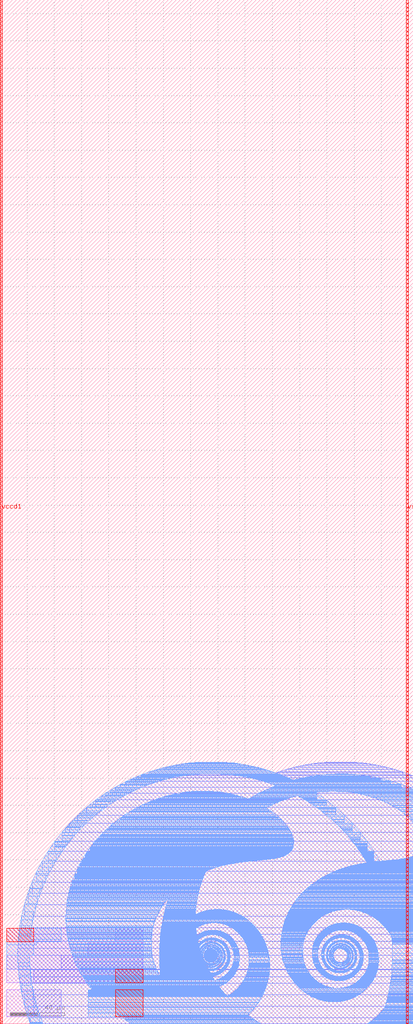
<source format=lef>
VERSION 5.7 ;
  NOWIREEXTENSIONATPIN ON ;
  DIVIDERCHAR "/" ;
  BUSBITCHARS "[]" ;
MACRO Art
  CLASS BLOCK ;
  FOREIGN Art ;
  ORIGIN -0.200 0.000 ;
  SIZE 302.920 BY 750.000 ;
  PIN vccd1
    DIRECTION INPUT ;
    USE POWER ;
    PORT
      LAYER met4 ;
        RECT 0.20000 0.00000 1.80000 750.00000 ;
    END
  END vccd1
  PIN vssd1
    DIRECTION INPUT ;
    USE GROUND ;
    PORT
      LAYER met4 ;
        RECT 298.20000 0.00000 299.80000 750.00000 ;
    END
  END vssd1
  OBS
      LAYER li1 ;
        RECT 5.000 30.000 105.000 70.000 ;
        RECT 5.000 5.000 25.000 25.000 ;
      LAYER met1 ;
        RECT 85.000 60.000 105.000 70.120 ;
        RECT 65.000 50.000 105.000 60.000 ;
        RECT 45.000 40.000 105.000 50.000 ;
        RECT 25.000 30.120 105.000 40.000 ;
        RECT 25.000 30.000 85.000 30.120 ;
        RECT 25.000 5.000 45.000 25.000 ;
      LAYER met2 ;
        POLYGON 155.010 191.730 155.010 191.305 140.290 191.305 ;
        POLYGON 155.010 191.730 169.730 191.305 155.010 191.305 ;
        POLYGON 250.010 191.730 250.010 191.305 235.290 191.305 ;
        POLYGON 250.010 191.730 264.730 191.305 250.010 191.305 ;
        POLYGON 140.290 191.305 140.290 190.380 133.705 190.380 ;
        RECT 140.290 190.380 169.730 191.305 ;
        POLYGON 169.730 191.305 176.315 190.380 169.730 190.380 ;
        POLYGON 235.290 191.305 235.290 190.380 228.705 190.380 ;
        RECT 235.290 190.380 264.730 191.305 ;
        POLYGON 264.730 191.305 271.315 190.380 264.730 190.380 ;
        POLYGON 133.705 190.380 133.705 189.240 127.370 189.240 ;
        RECT 133.705 189.240 176.315 190.380 ;
        POLYGON 176.315 190.380 182.645 189.240 176.315 189.240 ;
        POLYGON 228.705 190.380 228.705 189.240 222.370 189.240 ;
        RECT 228.705 189.240 271.315 190.380 ;
        POLYGON 271.315 190.380 277.645 189.240 271.315 189.240 ;
        POLYGON 127.370 189.240 127.370 187.890 121.255 187.890 ;
        RECT 127.370 187.890 182.645 189.240 ;
        POLYGON 182.645 189.240 188.765 187.890 182.645 187.890 ;
        POLYGON 222.370 189.240 222.370 187.890 216.255 187.890 ;
        RECT 222.370 187.890 277.645 189.240 ;
        POLYGON 277.645 189.240 283.765 187.890 277.645 187.890 ;
        POLYGON 121.255 187.890 121.255 186.305 115.315 186.305 ;
        RECT 121.255 186.305 188.765 187.890 ;
        POLYGON 188.765 187.890 194.705 186.305 188.765 186.305 ;
        POLYGON 216.255 187.890 216.255 186.305 210.315 186.305 ;
        RECT 216.255 186.305 283.765 187.890 ;
        POLYGON 283.765 187.890 289.705 186.305 283.765 186.305 ;
        POLYGON 115.315 186.305 115.315 184.485 109.510 184.485 ;
        RECT 115.315 184.485 194.705 186.305 ;
        POLYGON 194.705 186.305 200.505 184.485 194.705 184.485 ;
        POLYGON 210.315 186.305 210.315 184.485 204.510 184.485 ;
        RECT 210.315 184.485 289.705 186.305 ;
        POLYGON 289.705 186.305 295.505 184.485 289.705 184.485 ;
        POLYGON 109.510 184.485 109.510 182.410 103.815 182.410 ;
        RECT 109.510 183.755 200.505 184.485 ;
        POLYGON 200.505 184.485 202.505 183.755 200.505 183.755 ;
        POLYGON 204.510 184.485 204.510 183.755 202.510 183.755 ;
        RECT 204.510 183.755 295.505 184.485 ;
        RECT 109.510 182.410 295.505 183.755 ;
        POLYGON 295.505 184.485 301.205 182.410 295.505 182.410 ;
        POLYGON 103.815 182.410 103.815 180.080 98.180 180.080 ;
        RECT 103.815 181.620 301.205 182.410 ;
        POLYGON 301.205 182.410 303.120 181.620 301.205 181.620 ;
        RECT 103.815 180.080 303.120 181.620 ;
        POLYGON 98.180 180.080 98.180 177.475 92.570 177.475 ;
        RECT 98.180 177.475 303.120 180.080 ;
        POLYGON 92.570 177.475 92.570 173.390 84.855 173.390 ;
        RECT 92.570 173.390 303.120 177.475 ;
        POLYGON 84.855 173.390 84.855 168.870 77.450 168.870 ;
        RECT 84.855 168.870 303.120 173.390 ;
        POLYGON 77.450 168.870 77.450 163.925 70.370 163.925 ;
        RECT 77.450 163.925 303.120 168.870 ;
        POLYGON 70.370 163.925 70.370 158.575 63.630 158.575 ;
        RECT 70.370 158.575 303.120 163.925 ;
        POLYGON 63.630 158.575 63.630 152.845 57.250 152.845 ;
        RECT 63.630 152.845 303.120 158.575 ;
        POLYGON 57.250 152.845 57.250 146.750 51.235 146.750 ;
        RECT 57.250 146.750 303.120 152.845 ;
        POLYGON 51.235 146.750 51.235 140.310 45.605 140.310 ;
        RECT 51.235 140.310 303.120 146.750 ;
        POLYGON 45.605 140.310 45.605 133.550 40.375 133.550 ;
        RECT 45.605 133.550 303.120 140.310 ;
        POLYGON 40.375 133.550 40.375 126.490 35.560 126.490 ;
        RECT 40.375 126.490 303.120 133.550 ;
        POLYGON 35.560 126.490 35.560 119.145 31.170 119.145 ;
        RECT 35.560 119.145 303.120 126.490 ;
        POLYGON 31.170 119.145 31.170 111.535 27.225 111.535 ;
        RECT 31.170 111.535 303.120 119.145 ;
        POLYGON 27.225 111.535 27.225 103.685 23.730 103.685 ;
        RECT 27.225 103.685 303.120 111.535 ;
        POLYGON 23.730 103.685 23.730 95.610 20.715 95.610 ;
        RECT 23.730 95.610 303.120 103.685 ;
        POLYGON 20.715 95.610 20.715 87.330 18.180 87.330 ;
        RECT 20.715 87.330 303.120 95.610 ;
        POLYGON 18.180 87.330 18.180 78.870 16.145 78.870 ;
        RECT 18.180 78.870 303.120 87.330 ;
        POLYGON 16.145 78.870 16.145 70.245 14.625 70.245 ;
        RECT 16.145 70.245 303.120 78.870 ;
        POLYGON 14.625 70.245 14.625 65.420 14.030 65.420 ;
        RECT 14.625 65.420 303.120 70.245 ;
        POLYGON 14.030 65.420 14.030 60.390 13.610 60.390 ;
        RECT 14.030 60.390 303.120 65.420 ;
        POLYGON 13.610 60.390 13.610 55.230 13.355 55.230 ;
        RECT 13.610 55.230 303.120 60.390 ;
        POLYGON 13.355 55.230 13.355 50.000 13.270 50.000 ;
        RECT 13.355 50.000 303.120 55.230 ;
        RECT 5.000 40.000 303.120 50.000 ;
        POLYGON 13.590 40.000 13.610 40.000 13.610 39.610 ;
        RECT 13.610 39.610 303.120 40.000 ;
        POLYGON 13.610 39.610 14.030 39.610 14.030 34.580 ;
        RECT 14.030 34.580 303.120 39.610 ;
        POLYGON 14.030 34.580 14.625 34.580 14.625 29.755 ;
        RECT 14.625 29.755 303.120 34.580 ;
        POLYGON 14.625 29.755 16.145 29.755 16.145 21.130 ;
        RECT 16.145 21.130 303.120 29.755 ;
        POLYGON 16.145 21.130 18.180 21.130 18.180 12.670 ;
        RECT 18.180 12.670 303.120 21.130 ;
        POLYGON 18.180 12.670 20.715 12.670 20.715 4.390 ;
        RECT 20.715 4.390 303.120 12.670 ;
        POLYGON 20.715 4.390 22.355 4.390 22.355 0.000 ;
        RECT 22.355 0.000 303.120 4.390 ;
      LAYER met3 ;
        POLYGON 155.010 191.730 155.010 191.355 142.020 191.355 ;
        POLYGON 155.010 191.730 156.360 191.695 155.010 191.695 ;
        RECT 155.010 191.530 156.370 191.695 ;
        POLYGON 156.370 191.695 161.935 191.530 156.370 191.530 ;
        RECT 155.010 191.430 161.965 191.530 ;
        POLYGON 161.965 191.530 165.400 191.430 161.965 191.430 ;
        RECT 155.010 191.355 165.410 191.430 ;
        POLYGON 142.005 191.355 142.005 191.305 140.290 191.305 ;
        RECT 142.005 191.335 165.410 191.355 ;
        POLYGON 165.410 191.430 168.760 191.335 165.410 191.335 ;
        RECT 142.005 191.305 168.775 191.335 ;
        POLYGON 168.775 191.335 169.730 191.305 168.775 191.305 ;
        POLYGON 140.290 191.305 140.290 190.760 136.405 190.760 ;
        RECT 140.290 190.980 169.730 191.305 ;
        POLYGON 169.730 191.305 172.055 190.980 169.730 190.980 ;
        RECT 140.290 190.760 172.055 190.980 ;
        POLYGON 136.405 190.760 136.405 190.380 133.705 190.380 ;
        RECT 136.405 190.530 172.055 190.760 ;
        POLYGON 172.055 190.980 175.250 190.530 172.055 190.530 ;
        RECT 136.405 190.380 175.255 190.530 ;
        POLYGON 175.255 190.530 176.315 190.380 175.255 190.380 ;
        POLYGON 133.705 190.380 133.705 190.090 132.095 190.090 ;
        RECT 133.705 190.090 176.315 190.380 ;
        POLYGON 132.095 190.090 132.095 189.335 127.900 189.335 ;
        RECT 132.095 190.010 176.315 190.090 ;
        POLYGON 176.315 190.380 178.370 190.010 176.315 190.010 ;
        RECT 132.095 189.465 178.370 190.010 ;
        POLYGON 178.370 190.010 181.400 189.465 178.370 189.465 ;
        RECT 132.095 189.335 181.400 189.465 ;
        POLYGON 127.900 189.335 127.900 189.240 127.370 189.240 ;
        RECT 127.900 189.240 181.400 189.335 ;
        POLYGON 181.400 189.465 182.645 189.240 181.400 189.240 ;
        POLYGON 127.370 189.240 127.370 188.455 123.815 188.455 ;
        RECT 127.370 188.870 182.645 189.240 ;
        POLYGON 182.645 189.240 184.335 188.870 182.645 188.870 ;
        RECT 127.370 188.455 184.335 188.870 ;
        POLYGON 123.810 188.455 123.810 187.890 121.255 187.890 ;
        RECT 123.810 188.240 184.335 188.455 ;
        POLYGON 184.335 188.870 187.175 188.240 184.335 188.240 ;
        RECT 123.810 187.890 187.180 188.240 ;
        POLYGON 187.180 188.240 188.765 187.890 187.180 187.890 ;
        POLYGON 121.255 187.890 121.255 187.505 119.810 187.505 ;
        RECT 121.255 187.580 188.765 187.890 ;
        POLYGON 188.765 187.890 189.930 187.580 188.765 187.580 ;
        RECT 121.255 187.505 189.930 187.580 ;
        POLYGON 119.810 187.505 119.810 186.460 115.885 186.460 ;
        RECT 119.810 186.875 189.930 187.505 ;
        POLYGON 189.930 187.580 192.580 186.875 189.930 186.875 ;
        RECT 119.810 186.460 192.580 186.875 ;
        POLYGON 115.885 186.460 115.885 186.305 115.315 186.305 ;
        RECT 115.885 186.305 192.580 186.460 ;
        POLYGON 192.580 186.875 194.705 186.305 192.580 186.305 ;
        POLYGON 115.315 186.305 115.315 185.270 112.015 185.270 ;
        RECT 115.315 186.175 194.705 186.305 ;
        POLYGON 194.705 186.305 195.130 186.175 194.705 186.175 ;
        RECT 115.315 185.405 195.130 186.175 ;
        POLYGON 195.130 186.175 197.580 185.405 195.130 185.405 ;
        RECT 115.315 185.270 197.580 185.405 ;
        POLYGON 112.015 185.270 112.015 184.485 109.510 184.485 ;
        RECT 112.015 184.665 197.580 185.270 ;
        POLYGON 197.580 185.405 199.925 184.665 197.580 184.665 ;
        RECT 112.015 184.485 199.925 184.665 ;
        POLYGON 199.925 184.665 200.505 184.485 199.925 184.485 ;
        POLYGON 109.510 184.485 109.510 182.625 104.395 182.625 ;
        RECT 109.510 183.880 200.505 184.485 ;
        POLYGON 200.505 184.485 202.165 183.880 200.505 183.880 ;
        RECT 109.510 183.230 202.165 183.880 ;
        RECT 109.510 183.010 147.225 183.230 ;
        POLYGON 147.225 183.230 154.005 183.230 147.225 183.010 ;
        POLYGON 154.005 183.230 156.355 183.230 156.355 183.185 ;
        RECT 156.355 183.185 202.165 183.230 ;
        POLYGON 156.370 183.185 160.840 183.185 160.840 183.105 ;
        RECT 160.840 183.110 202.165 183.185 ;
        POLYGON 202.165 183.880 204.290 183.110 202.165 183.110 ;
        RECT 160.840 183.105 204.295 183.110 ;
        POLYGON 160.840 183.105 161.960 183.105 161.960 183.020 ;
        RECT 161.960 183.020 204.295 183.105 ;
        POLYGON 161.965 183.020 162.100 183.020 162.100 183.010 ;
        RECT 162.100 183.010 204.295 183.020 ;
        RECT 109.510 182.625 142.005 183.010 ;
        POLYGON 104.395 182.625 104.395 182.410 103.815 182.410 ;
        RECT 104.395 182.580 142.005 182.625 ;
        POLYGON 142.005 183.010 147.225 183.010 142.005 182.580 ;
        POLYGON 162.100 183.010 165.400 183.010 165.400 182.770 ;
        RECT 165.400 182.770 204.295 183.010 ;
        POLYGON 165.410 182.770 168.005 182.770 168.005 182.580 ;
        RECT 168.005 182.580 204.295 182.770 ;
        RECT 104.395 182.455 140.500 182.580 ;
        POLYGON 140.500 182.580 142.000 182.580 140.500 182.455 ;
        POLYGON 168.005 182.580 168.760 182.580 168.760 182.525 ;
        RECT 168.760 182.525 204.295 182.580 ;
        POLYGON 168.775 182.525 168.790 182.525 168.790 182.520 ;
        RECT 168.790 182.520 204.295 182.525 ;
        POLYGON 168.790 182.520 169.275 182.520 169.275 182.455 ;
        RECT 169.275 182.455 204.295 182.520 ;
        RECT 104.395 182.425 140.290 182.455 ;
        POLYGON 140.290 182.455 140.500 182.455 140.290 182.425 ;
        POLYGON 169.275 182.455 169.500 182.455 169.500 182.425 ;
        RECT 169.500 182.425 204.295 182.455 ;
        RECT 104.395 182.410 136.405 182.425 ;
        POLYGON 103.815 182.410 103.815 180.935 100.250 180.935 ;
        RECT 103.815 181.905 136.405 182.410 ;
        POLYGON 136.405 182.425 140.290 182.425 136.405 181.905 ;
        POLYGON 169.500 182.425 169.725 182.425 169.725 182.395 ;
        RECT 169.725 182.410 204.295 182.425 ;
        POLYGON 204.295 183.110 206.205 182.410 204.295 182.410 ;
        POLYGON 250.935 183.080 250.935 183.025 246.055 183.025 ;
        POLYGON 246.055 183.025 246.055 182.790 241.205 182.790 ;
        RECT 246.055 182.960 250.935 183.025 ;
        POLYGON 250.935 183.080 255.845 182.960 250.935 182.960 ;
        RECT 246.055 182.790 255.845 182.960 ;
        POLYGON 241.205 182.790 241.205 182.410 236.685 182.410 ;
        RECT 241.205 182.410 255.845 182.790 ;
        RECT 169.725 182.395 206.205 182.410 ;
        POLYGON 169.730 182.395 172.050 182.395 172.050 182.085 ;
        RECT 172.050 182.370 206.205 182.395 ;
        POLYGON 206.205 182.410 206.310 182.370 206.205 182.370 ;
        POLYGON 236.685 182.410 236.685 182.385 236.385 182.385 ;
        RECT 236.685 182.385 255.845 182.410 ;
        POLYGON 236.385 182.385 236.385 182.370 236.260 182.370 ;
        RECT 236.385 182.375 255.845 182.385 ;
        POLYGON 255.845 182.960 263.785 182.375 255.845 182.375 ;
        RECT 236.385 182.370 263.785 182.375 ;
        RECT 172.050 182.085 206.310 182.370 ;
        POLYGON 172.055 182.085 173.410 182.085 173.410 181.905 ;
        RECT 173.410 181.905 206.310 182.085 ;
        RECT 103.815 181.565 133.840 181.905 ;
        POLYGON 133.840 181.905 136.405 181.905 133.840 181.565 ;
        POLYGON 173.410 181.905 175.255 181.905 175.255 181.660 ;
        RECT 175.255 181.660 206.310 181.905 ;
        POLYGON 175.255 181.660 175.945 181.660 175.945 181.565 ;
        RECT 175.945 181.645 206.310 181.660 ;
        POLYGON 206.310 182.370 208.060 181.645 206.310 181.645 ;
        POLYGON 236.260 182.370 236.260 181.805 231.605 181.805 ;
        RECT 236.260 181.805 263.785 182.370 ;
        POLYGON 231.605 181.805 231.605 181.645 230.595 181.645 ;
        RECT 231.605 181.645 263.785 181.805 ;
        RECT 175.945 181.565 208.060 181.645 ;
        RECT 103.815 181.540 133.705 181.565 ;
        POLYGON 133.705 181.565 133.840 181.565 133.705 181.540 ;
        POLYGON 175.945 181.565 176.125 181.565 176.125 181.540 ;
        RECT 176.125 181.540 208.060 181.565 ;
        RECT 103.815 181.240 132.095 181.540 ;
        POLYGON 132.095 181.540 133.705 181.540 132.095 181.240 ;
        POLYGON 176.125 181.540 176.310 181.540 176.310 181.515 ;
        RECT 176.310 181.515 208.060 181.540 ;
        POLYGON 176.315 181.515 176.640 181.515 176.640 181.475 ;
        RECT 176.640 181.475 208.060 181.515 ;
        POLYGON 176.640 181.475 177.835 181.475 177.835 181.240 ;
        RECT 177.835 181.240 208.060 181.475 ;
        RECT 103.815 180.935 127.900 181.240 ;
        POLYGON 100.250 180.935 100.250 180.080 98.180 180.080 ;
        RECT 100.250 180.460 127.900 180.935 ;
        POLYGON 127.900 181.240 132.095 181.240 127.900 180.460 ;
        POLYGON 177.835 181.240 178.370 181.240 178.370 181.135 ;
        RECT 178.370 181.135 208.060 181.240 ;
        POLYGON 178.370 181.135 181.395 181.135 181.395 180.545 ;
        RECT 181.395 181.020 208.060 181.135 ;
        POLYGON 208.060 181.645 209.570 181.020 208.060 181.020 ;
        POLYGON 230.595 181.645 230.595 181.055 226.865 181.055 ;
        RECT 230.595 181.330 263.785 181.645 ;
        POLYGON 263.785 182.375 271.630 181.330 263.785 181.330 ;
        RECT 230.595 181.055 271.630 181.330 ;
        POLYGON 226.865 181.055 226.865 181.020 226.685 181.020 ;
        RECT 226.865 181.020 271.630 181.055 ;
        RECT 181.395 180.545 209.570 181.020 ;
        POLYGON 181.400 180.545 181.840 180.545 181.840 180.460 ;
        RECT 181.840 180.485 209.570 180.545 ;
        POLYGON 209.570 181.020 210.860 180.485 209.570 180.485 ;
        POLYGON 226.685 181.020 226.685 180.485 223.940 180.485 ;
        RECT 226.685 180.485 271.630 181.020 ;
        RECT 181.840 180.460 210.865 180.485 ;
        RECT 100.250 180.365 127.375 180.460 ;
        POLYGON 127.375 180.460 127.900 180.460 127.375 180.365 ;
        POLYGON 181.840 180.460 182.330 180.460 182.330 180.365 ;
        RECT 182.330 180.365 210.865 180.460 ;
        RECT 100.250 180.340 127.260 180.365 ;
        POLYGON 127.260 180.365 127.370 180.365 127.260 180.340 ;
        POLYGON 182.330 180.365 182.460 180.365 182.460 180.340 ;
        RECT 182.460 180.340 210.865 180.365 ;
        RECT 100.250 180.080 123.810 180.340 ;
        POLYGON 98.180 180.080 98.180 179.160 96.205 179.160 ;
        RECT 98.180 179.520 123.810 180.080 ;
        POLYGON 123.810 180.340 127.260 180.340 123.810 179.520 ;
        POLYGON 182.460 180.340 182.645 180.340 182.645 180.305 ;
        RECT 182.645 180.305 210.865 180.340 ;
        POLYGON 182.645 180.305 184.335 180.305 184.335 179.975 ;
        RECT 184.335 180.080 210.865 180.305 ;
        POLYGON 210.865 180.485 211.840 180.080 210.865 180.080 ;
        POLYGON 223.940 180.485 223.940 180.140 222.170 180.140 ;
        RECT 223.940 180.140 271.630 180.485 ;
        POLYGON 222.170 180.140 222.170 180.080 221.915 180.080 ;
        RECT 222.170 180.080 271.630 180.140 ;
        RECT 184.335 180.020 211.840 180.080 ;
        POLYGON 211.840 180.080 211.965 180.020 211.840 180.020 ;
        POLYGON 221.915 180.080 221.915 180.020 221.655 180.020 ;
        RECT 221.915 180.020 271.630 180.080 ;
        RECT 184.335 179.975 211.970 180.020 ;
        POLYGON 184.335 179.975 184.370 179.975 184.370 179.970 ;
        RECT 184.370 179.970 211.970 179.975 ;
        POLYGON 184.370 179.970 186.110 179.970 186.110 179.520 ;
        RECT 186.110 179.790 211.970 179.970 ;
        POLYGON 211.970 180.020 212.460 179.790 211.970 179.790 ;
        POLYGON 221.655 180.020 221.655 179.790 220.670 179.790 ;
        RECT 221.655 179.825 271.630 180.020 ;
        POLYGON 271.630 181.330 279.355 179.825 271.630 179.825 ;
        RECT 221.655 179.790 279.355 179.825 ;
        RECT 186.110 179.580 212.460 179.790 ;
        POLYGON 212.460 179.790 212.915 179.580 212.460 179.580 ;
        POLYGON 220.670 179.790 220.670 179.580 219.775 179.580 ;
        RECT 220.670 179.580 279.355 179.790 ;
        RECT 186.110 179.520 212.915 179.580 ;
        RECT 98.180 179.160 121.255 179.520 ;
        POLYGON 96.205 179.160 96.205 177.475 92.570 177.475 ;
        RECT 96.205 178.910 121.255 179.160 ;
        POLYGON 121.255 179.520 123.810 179.520 121.255 178.910 ;
        POLYGON 186.110 179.520 187.180 179.520 187.180 179.245 ;
        RECT 187.180 179.385 212.915 179.520 ;
        POLYGON 212.915 179.580 213.335 179.385 212.915 179.385 ;
        POLYGON 219.775 179.580 219.775 179.385 218.940 179.385 ;
        RECT 219.775 179.385 279.355 179.580 ;
        RECT 187.180 179.245 213.335 179.385 ;
        POLYGON 187.180 179.245 188.490 179.245 188.490 178.910 ;
        RECT 188.490 179.200 213.335 179.245 ;
        POLYGON 213.335 179.385 213.725 179.200 213.335 179.200 ;
        POLYGON 218.940 179.385 218.940 179.200 218.145 179.200 ;
        RECT 218.940 179.200 279.355 179.385 ;
        RECT 188.490 179.055 213.730 179.200 ;
        POLYGON 213.730 179.200 214.040 179.055 213.730 179.055 ;
        POLYGON 218.145 179.200 218.145 179.055 217.525 179.055 ;
        RECT 218.145 179.055 279.355 179.200 ;
        RECT 188.490 178.910 214.040 179.055 ;
        RECT 96.205 178.795 120.770 178.910 ;
        POLYGON 120.770 178.910 121.255 178.910 120.770 178.795 ;
        POLYGON 188.490 178.910 188.765 178.910 188.765 178.840 ;
        RECT 188.765 178.870 214.040 178.910 ;
        POLYGON 214.040 179.055 214.435 178.870 214.040 178.870 ;
        POLYGON 217.525 179.055 217.525 178.870 216.840 178.870 ;
        RECT 217.525 178.870 279.355 179.055 ;
        RECT 188.765 178.840 214.440 178.870 ;
        POLYGON 188.765 178.840 188.935 178.840 188.935 178.795 ;
        RECT 188.935 178.795 214.440 178.840 ;
        RECT 96.205 178.515 119.810 178.795 ;
        POLYGON 119.810 178.795 120.770 178.795 119.810 178.515 ;
        POLYGON 188.935 178.795 189.925 178.795 189.925 178.540 ;
        RECT 189.925 178.575 214.440 178.795 ;
        POLYGON 214.440 178.870 215.070 178.575 214.440 178.575 ;
        POLYGON 216.840 178.870 216.840 178.575 215.755 178.575 ;
        RECT 216.840 178.575 279.355 178.870 ;
        RECT 189.925 178.540 215.070 178.575 ;
        POLYGON 189.930 178.540 190.025 178.540 190.025 178.515 ;
        RECT 190.025 178.515 215.070 178.540 ;
        RECT 96.205 177.475 115.885 178.515 ;
        POLYGON 92.570 177.475 92.570 177.315 92.270 177.315 ;
        RECT 92.570 177.365 115.885 177.475 ;
        POLYGON 115.885 178.515 119.810 178.515 115.885 177.365 ;
        POLYGON 190.025 178.515 191.965 178.515 191.965 178.015 ;
        RECT 191.965 178.505 215.070 178.515 ;
        POLYGON 215.070 178.575 215.225 178.505 215.070 178.505 ;
        POLYGON 215.755 178.575 215.755 178.505 215.495 178.505 ;
        RECT 215.755 178.505 279.355 178.575 ;
        RECT 191.965 178.465 215.225 178.505 ;
        POLYGON 215.225 178.505 215.310 178.465 215.225 178.465 ;
        POLYGON 215.495 178.505 215.495 178.465 215.345 178.465 ;
        RECT 215.495 178.465 279.355 178.505 ;
        RECT 191.965 178.460 215.310 178.465 ;
        POLYGON 215.310 178.465 215.320 178.460 215.310 178.460 ;
        POLYGON 215.345 178.465 215.345 178.460 215.335 178.460 ;
        RECT 215.345 178.460 279.355 178.465 ;
        RECT 191.965 178.015 279.355 178.460 ;
        POLYGON 191.965 178.015 192.580 178.015 192.580 177.820 ;
        RECT 192.580 177.875 279.355 178.015 ;
        POLYGON 279.355 179.825 286.945 177.875 279.355 177.875 ;
        RECT 192.580 177.820 286.945 177.875 ;
        POLYGON 192.580 177.820 194.000 177.820 194.000 177.365 ;
        RECT 194.000 177.365 286.945 177.820 ;
        RECT 92.570 177.315 115.315 177.365 ;
        POLYGON 92.270 177.315 92.270 175.295 88.450 175.295 ;
        RECT 92.270 177.195 115.315 177.315 ;
        POLYGON 115.315 177.365 115.885 177.365 115.315 177.195 ;
        POLYGON 194.000 177.365 194.530 177.365 194.530 177.195 ;
        RECT 194.530 177.195 286.945 177.365 ;
        RECT 92.270 176.920 114.370 177.195 ;
        POLYGON 114.370 177.195 115.315 177.195 114.370 176.920 ;
        POLYGON 194.530 177.195 194.705 177.195 194.705 177.140 ;
        RECT 194.705 177.140 286.945 177.195 ;
        POLYGON 194.705 177.140 195.130 177.140 195.130 177.005 ;
        RECT 195.130 177.005 286.945 177.140 ;
        POLYGON 195.130 177.005 195.390 177.005 195.390 176.920 ;
        RECT 195.390 176.920 286.945 177.005 ;
        RECT 92.270 176.100 112.015 176.920 ;
        POLYGON 112.015 176.920 114.370 176.920 112.015 176.100 ;
        POLYGON 195.390 176.920 197.580 176.920 197.580 176.215 ;
        RECT 197.580 176.215 286.945 176.920 ;
        POLYGON 197.580 176.215 197.935 176.215 197.935 176.100 ;
        RECT 197.935 176.100 286.945 176.215 ;
        RECT 92.270 175.295 109.510 176.100 ;
        POLYGON 88.450 175.295 88.450 173.390 84.855 173.390 ;
        RECT 88.450 175.225 109.510 175.295 ;
        POLYGON 109.510 176.100 112.015 176.100 109.510 175.225 ;
        POLYGON 197.935 176.100 199.410 176.100 199.410 175.630 ;
        RECT 199.410 175.630 286.945 176.100 ;
        POLYGON 199.410 175.630 199.925 175.630 199.925 175.430 ;
        RECT 199.925 175.495 286.945 175.630 ;
        POLYGON 286.945 177.875 294.380 175.495 286.945 175.495 ;
        RECT 199.925 175.430 294.380 175.495 ;
        POLYGON 199.925 175.430 200.450 175.430 200.450 175.225 ;
        RECT 200.450 175.225 294.380 175.430 ;
        RECT 88.450 174.765 108.190 175.225 ;
        POLYGON 108.190 175.225 109.510 175.225 108.190 174.765 ;
        POLYGON 200.450 175.225 200.505 175.225 200.505 175.205 ;
        RECT 200.505 175.205 294.380 175.225 ;
        POLYGON 200.505 175.205 201.440 175.205 201.440 174.845 ;
        RECT 201.440 174.845 294.380 175.205 ;
        POLYGON 201.440 174.845 201.645 174.845 201.645 174.765 ;
        RECT 201.645 174.765 294.380 174.845 ;
        RECT 88.450 174.725 108.080 174.765 ;
        POLYGON 108.080 174.765 108.190 174.765 108.080 174.725 ;
        POLYGON 201.645 174.765 201.750 174.765 201.750 174.725 ;
        RECT 201.750 174.725 294.380 174.765 ;
        RECT 88.450 173.390 104.395 174.725 ;
        POLYGON 84.855 173.390 84.855 173.335 84.765 173.335 ;
        RECT 84.855 173.335 104.395 173.390 ;
        POLYGON 84.765 173.335 84.765 171.170 81.220 171.170 ;
        RECT 84.765 173.225 104.395 173.335 ;
        POLYGON 104.395 174.725 108.080 174.725 104.395 173.225 ;
        POLYGON 201.750 174.725 202.165 174.725 202.165 174.565 ;
        RECT 202.165 174.565 294.380 174.725 ;
        POLYGON 202.165 174.565 202.765 174.565 202.765 174.365 ;
        POLYGON 202.765 174.360 202.765 174.160 202.165 174.160 ;
        RECT 202.765 174.160 294.380 174.565 ;
        POLYGON 202.165 174.160 202.165 173.885 201.460 173.885 ;
        RECT 202.165 173.885 294.380 174.160 ;
        POLYGON 201.460 173.885 201.460 173.740 201.085 173.740 ;
        RECT 201.460 173.740 294.380 173.885 ;
        POLYGON 201.085 173.740 201.085 173.225 199.765 173.225 ;
        RECT 201.085 173.225 294.380 173.740 ;
        RECT 84.765 172.990 103.815 173.225 ;
        POLYGON 103.815 173.225 104.390 173.225 103.815 172.990 ;
        POLYGON 199.765 173.225 199.765 173.125 199.510 173.125 ;
        RECT 199.765 173.125 294.380 173.225 ;
        POLYGON 199.510 173.125 199.510 172.990 199.195 172.990 ;
        RECT 199.510 172.990 294.380 173.125 ;
        RECT 84.765 172.215 101.910 172.990 ;
        POLYGON 101.910 172.990 103.815 172.990 101.910 172.215 ;
        POLYGON 199.195 172.990 199.195 172.960 199.125 172.960 ;
        RECT 199.195 172.960 294.380 172.990 ;
        POLYGON 199.125 172.960 199.125 172.820 198.800 172.820 ;
        RECT 199.125 172.820 294.380 172.960 ;
        POLYGON 198.800 172.820 198.800 172.215 197.400 172.215 ;
        RECT 198.800 172.685 294.380 172.820 ;
        POLYGON 294.380 175.495 301.645 172.685 294.380 172.685 ;
        RECT 198.800 172.215 301.645 172.685 ;
        RECT 84.765 171.445 100.250 172.215 ;
        POLYGON 100.250 172.215 101.910 172.215 100.250 171.445 ;
        POLYGON 197.400 172.215 197.400 172.190 197.340 172.190 ;
        RECT 197.400 172.190 301.645 172.215 ;
        POLYGON 197.340 172.190 197.340 171.505 195.750 171.505 ;
        RECT 197.340 172.015 301.645 172.190 ;
        POLYGON 301.645 172.685 303.120 172.015 301.645 172.015 ;
        RECT 197.340 171.505 303.120 172.015 ;
        POLYGON 195.750 171.505 195.750 171.445 195.610 171.445 ;
        RECT 195.750 171.445 303.120 171.505 ;
        RECT 84.765 171.170 98.180 171.445 ;
        POLYGON 81.220 171.170 81.220 169.100 77.825 169.100 ;
        RECT 81.220 170.475 98.180 171.170 ;
        POLYGON 98.180 171.445 100.250 171.445 98.180 170.475 ;
        POLYGON 195.610 171.445 195.610 171.255 195.170 171.255 ;
        RECT 195.610 171.255 303.120 171.445 ;
        POLYGON 195.170 171.255 195.170 170.915 194.455 170.915 ;
        RECT 195.170 170.915 303.120 171.255 ;
        POLYGON 194.455 170.915 194.455 170.475 193.525 170.475 ;
        RECT 194.455 170.475 303.120 170.915 ;
        RECT 81.220 169.555 96.205 170.475 ;
        POLYGON 96.205 170.475 98.180 170.475 96.205 169.555 ;
        POLYGON 193.525 170.475 193.525 170.470 193.515 170.470 ;
        RECT 193.525 170.470 303.120 170.475 ;
        POLYGON 193.515 170.470 193.515 170.410 193.390 170.410 ;
        RECT 193.515 170.410 303.120 170.470 ;
        POLYGON 193.390 170.410 193.390 170.350 193.260 170.350 ;
        RECT 193.390 170.350 303.120 170.410 ;
        POLYGON 149.190 170.350 149.190 170.310 147.245 170.310 ;
        POLYGON 147.225 170.310 147.225 170.205 142.005 170.205 ;
        RECT 147.225 170.250 149.190 170.310 ;
        POLYGON 149.190 170.350 153.980 170.250 149.190 170.250 ;
        POLYGON 193.260 170.350 193.260 170.250 193.050 170.250 ;
        RECT 193.260 170.250 303.120 170.350 ;
        RECT 147.225 170.205 154.005 170.250 ;
        POLYGON 142.000 170.205 142.000 170.085 140.500 170.085 ;
        RECT 142.000 170.200 154.005 170.205 ;
        POLYGON 154.005 170.250 156.370 170.200 154.005 170.200 ;
        POLYGON 193.050 170.250 193.050 170.200 192.945 170.200 ;
        RECT 193.050 170.220 303.120 170.250 ;
        RECT 193.050 170.200 241.225 170.220 ;
        RECT 142.000 170.085 156.370 170.200 ;
        POLYGON 140.500 170.085 140.500 170.065 140.290 170.065 ;
        RECT 140.500 170.065 156.370 170.085 ;
        POLYGON 140.290 170.065 140.290 169.755 136.405 169.755 ;
        RECT 140.290 169.835 156.370 170.065 ;
        POLYGON 156.370 170.200 160.830 169.835 156.370 169.835 ;
        POLYGON 192.945 170.200 192.945 170.185 192.915 170.185 ;
        RECT 192.945 170.185 241.225 170.200 ;
        POLYGON 192.915 170.185 192.915 169.980 192.480 169.980 ;
        RECT 192.915 170.160 241.225 170.185 ;
        POLYGON 241.225 170.220 244.205 170.220 241.225 170.160 ;
        POLYGON 244.205 170.220 246.035 170.220 246.035 170.180 ;
        RECT 246.035 170.180 303.120 170.220 ;
        POLYGON 246.055 170.180 246.975 170.180 246.975 170.160 ;
        RECT 246.975 170.160 303.120 170.180 ;
        RECT 192.915 170.075 237.025 170.160 ;
        POLYGON 237.025 170.160 241.205 170.160 237.025 170.075 ;
        POLYGON 246.975 170.160 250.910 170.160 250.910 170.075 ;
        RECT 250.910 170.075 303.120 170.160 ;
        RECT 192.915 170.020 236.390 170.075 ;
        POLYGON 236.390 170.075 237.025 170.075 236.390 170.020 ;
        POLYGON 250.935 170.075 251.380 170.075 251.380 170.065 ;
        RECT 251.380 170.065 303.120 170.075 ;
        POLYGON 251.380 170.065 251.935 170.065 251.935 170.020 ;
        RECT 251.935 170.020 303.120 170.065 ;
        RECT 192.915 169.980 231.610 170.020 ;
        POLYGON 192.480 169.980 192.480 169.835 192.175 169.835 ;
        RECT 192.480 169.835 231.610 169.980 ;
        RECT 140.290 169.755 160.840 169.835 ;
        POLYGON 136.405 169.755 136.405 169.555 135.140 169.555 ;
        RECT 136.405 169.745 160.840 169.755 ;
        POLYGON 160.840 169.835 161.965 169.745 160.840 169.745 ;
        POLYGON 192.175 169.835 192.175 169.785 192.070 169.785 ;
        RECT 192.175 169.785 231.610 169.835 ;
        POLYGON 192.070 169.785 192.070 169.745 191.985 169.745 ;
        RECT 192.070 169.745 231.610 169.785 ;
        RECT 136.405 169.555 161.965 169.745 ;
        RECT 81.220 169.395 95.860 169.555 ;
        POLYGON 95.860 169.555 96.205 169.555 95.860 169.395 ;
        POLYGON 135.140 169.555 135.140 169.395 134.130 169.395 ;
        RECT 135.140 169.395 161.965 169.555 ;
        RECT 81.220 169.100 92.570 169.395 ;
        POLYGON 77.825 169.100 77.825 168.870 77.450 168.870 ;
        RECT 77.825 168.870 92.570 169.100 ;
        POLYGON 77.450 168.870 77.450 166.875 74.595 166.875 ;
        RECT 77.450 167.650 92.570 168.870 ;
        POLYGON 92.570 169.395 95.860 169.395 92.570 167.650 ;
        POLYGON 134.130 169.395 134.130 169.350 133.845 169.350 ;
        RECT 134.130 169.350 161.965 169.395 ;
        POLYGON 133.840 169.350 133.840 169.325 133.705 169.325 ;
        RECT 133.840 169.325 161.965 169.350 ;
        POLYGON 133.705 169.325 133.705 169.075 132.095 169.075 ;
        RECT 133.705 169.205 161.965 169.325 ;
        POLYGON 161.965 169.745 165.410 169.205 161.965 169.205 ;
        POLYGON 191.985 169.745 191.985 169.610 191.700 169.610 ;
        RECT 191.985 169.640 231.610 169.745 ;
        POLYGON 231.610 170.020 236.385 170.020 231.610 169.640 ;
        POLYGON 251.935 170.020 255.835 170.020 255.835 169.705 ;
        RECT 255.835 169.705 303.120 170.020 ;
        POLYGON 255.845 169.705 256.655 169.705 256.655 169.640 ;
        RECT 256.655 169.640 303.120 169.705 ;
        RECT 191.985 169.625 231.435 169.640 ;
        POLYGON 231.435 169.640 231.605 169.640 231.435 169.625 ;
        POLYGON 256.655 169.640 256.845 169.640 256.845 169.625 ;
        RECT 256.845 169.625 303.120 169.640 ;
        RECT 191.985 169.620 231.405 169.625 ;
        POLYGON 231.405 169.625 231.435 169.625 231.405 169.620 ;
        POLYGON 256.845 169.625 256.905 169.625 256.905 169.620 ;
        RECT 256.905 169.620 303.120 169.625 ;
        RECT 191.985 169.615 231.370 169.620 ;
        POLYGON 231.370 169.620 231.405 169.620 231.370 169.615 ;
        POLYGON 256.905 169.620 256.970 169.620 256.970 169.615 ;
        RECT 256.970 169.615 303.120 169.620 ;
        RECT 191.985 169.610 231.350 169.615 ;
        POLYGON 231.350 169.615 231.360 169.610 231.350 169.610 ;
        POLYGON 256.970 169.615 257.000 169.615 257.000 169.610 ;
        RECT 257.000 169.610 303.120 169.615 ;
        POLYGON 191.700 169.610 191.700 169.590 191.660 169.590 ;
        RECT 191.700 169.590 231.360 169.610 ;
        POLYGON 191.660 169.590 191.660 169.235 190.910 169.235 ;
        RECT 191.660 169.565 231.360 169.590 ;
        POLYGON 231.360 169.610 231.435 169.565 231.360 169.565 ;
        POLYGON 257.000 169.610 257.285 169.610 257.285 169.565 ;
        RECT 257.285 169.565 303.120 169.610 ;
        RECT 191.660 169.235 231.435 169.565 ;
        POLYGON 190.910 169.235 190.910 169.205 190.850 169.205 ;
        RECT 190.910 169.205 231.435 169.235 ;
        RECT 133.705 169.075 165.410 169.205 ;
        POLYGON 132.095 169.075 132.095 168.255 127.900 168.255 ;
        RECT 132.095 168.560 165.410 169.075 ;
        POLYGON 165.410 169.205 168.775 168.560 165.410 168.560 ;
        POLYGON 190.850 169.205 190.850 168.900 190.265 168.900 ;
        RECT 190.850 168.945 231.435 169.205 ;
        POLYGON 231.435 169.565 232.450 168.945 231.435 168.945 ;
        POLYGON 257.285 169.565 260.410 169.565 260.410 169.075 ;
        RECT 260.410 169.075 303.120 169.565 ;
        POLYGON 260.410 169.075 261.090 169.075 261.090 168.945 ;
        RECT 261.090 168.945 303.120 169.075 ;
        RECT 190.850 168.900 232.450 168.945 ;
        POLYGON 190.265 168.900 190.265 168.820 190.110 168.820 ;
        RECT 190.265 168.895 232.450 168.900 ;
        POLYGON 232.450 168.945 232.530 168.895 232.450 168.895 ;
        POLYGON 261.090 168.945 261.355 168.945 261.355 168.895 ;
        RECT 261.355 168.895 303.120 168.945 ;
        RECT 190.265 168.870 232.530 168.895 ;
        POLYGON 232.530 168.895 232.570 168.870 232.530 168.870 ;
        POLYGON 261.355 168.895 261.485 168.895 261.485 168.870 ;
        RECT 261.485 168.870 303.120 168.895 ;
        RECT 190.265 168.820 232.570 168.870 ;
        POLYGON 190.110 168.820 190.110 168.755 189.985 168.755 ;
        RECT 190.110 168.755 232.570 168.820 ;
        POLYGON 189.985 168.755 189.985 168.705 189.885 168.705 ;
        RECT 189.985 168.705 232.570 168.755 ;
        POLYGON 189.885 168.705 189.885 168.665 189.810 168.665 ;
        RECT 189.885 168.665 232.570 168.705 ;
        POLYGON 189.810 168.665 189.810 168.630 189.740 168.630 ;
        RECT 189.810 168.630 232.570 168.665 ;
        POLYGON 189.740 168.630 189.740 168.560 189.605 168.560 ;
        RECT 189.740 168.560 232.570 168.630 ;
        RECT 132.095 168.345 168.790 168.560 ;
        POLYGON 168.790 168.560 169.730 168.345 168.790 168.345 ;
        POLYGON 189.605 168.560 189.605 168.345 189.190 168.345 ;
        RECT 189.605 168.345 232.570 168.560 ;
        RECT 132.095 168.255 169.730 168.345 ;
        POLYGON 127.900 168.255 127.900 168.130 127.370 168.130 ;
        RECT 127.900 168.130 169.730 168.255 ;
        POLYGON 127.370 168.130 127.370 168.105 127.260 168.105 ;
        RECT 127.370 168.105 169.730 168.130 ;
        POLYGON 127.260 168.105 127.260 167.650 125.310 167.650 ;
        RECT 127.260 167.825 169.730 168.105 ;
        POLYGON 169.730 168.345 172.055 167.825 169.730 167.825 ;
        POLYGON 189.190 168.345 189.190 167.825 188.185 167.825 ;
        RECT 189.190 167.825 232.570 168.345 ;
        RECT 127.260 167.650 172.055 167.825 ;
        RECT 77.450 167.490 92.270 167.650 ;
        POLYGON 92.270 167.650 92.570 167.650 92.270 167.490 ;
        POLYGON 125.310 167.650 125.310 167.490 124.625 167.490 ;
        RECT 125.310 167.490 172.055 167.650 ;
        RECT 77.450 166.875 89.950 167.490 ;
        POLYGON 74.595 166.875 74.595 164.630 71.385 164.630 ;
        RECT 74.595 166.260 89.950 166.875 ;
        POLYGON 89.950 167.490 92.270 167.490 89.950 166.260 ;
        POLYGON 124.625 167.490 124.625 167.300 123.810 167.300 ;
        RECT 124.625 167.300 172.055 167.490 ;
        POLYGON 123.810 167.300 123.810 166.595 121.255 166.595 ;
        RECT 123.810 166.990 172.055 167.300 ;
        POLYGON 172.055 167.825 175.255 166.990 172.055 166.990 ;
        POLYGON 188.185 167.825 188.185 167.645 187.840 167.645 ;
        RECT 188.185 167.645 232.570 167.825 ;
        POLYGON 187.840 167.645 187.840 167.060 186.710 167.060 ;
        RECT 187.840 167.075 232.570 167.645 ;
        RECT 187.840 167.065 218.470 167.075 ;
        POLYGON 218.470 167.075 218.505 167.075 218.470 167.065 ;
        POLYGON 218.520 167.075 218.540 167.075 218.540 167.065 ;
        RECT 218.540 167.065 232.570 167.075 ;
        RECT 187.840 167.060 218.345 167.065 ;
        POLYGON 186.710 167.060 186.710 166.990 186.585 166.990 ;
        RECT 186.710 167.030 218.345 167.060 ;
        POLYGON 218.345 167.065 218.470 167.065 218.345 167.030 ;
        POLYGON 218.545 167.065 218.610 167.065 218.610 167.030 ;
        RECT 218.610 167.030 232.570 167.065 ;
        RECT 186.710 166.990 217.890 167.030 ;
        RECT 123.810 166.675 175.255 166.990 ;
        POLYGON 175.255 166.990 176.310 166.675 175.255 166.675 ;
        POLYGON 186.585 166.990 186.585 166.675 186.025 166.675 ;
        RECT 186.585 166.905 217.890 166.990 ;
        POLYGON 217.890 167.030 218.340 167.030 217.890 166.905 ;
        POLYGON 218.610 167.030 218.850 167.030 218.850 166.905 ;
        RECT 218.850 166.905 232.570 167.030 ;
        RECT 186.585 166.805 217.525 166.905 ;
        POLYGON 217.525 166.905 217.890 166.905 217.525 166.805 ;
        POLYGON 218.850 166.905 219.035 166.905 219.035 166.805 ;
        RECT 219.035 166.805 232.570 166.905 ;
        RECT 186.585 166.675 217.050 166.805 ;
        POLYGON 217.050 166.805 217.525 166.805 217.050 166.675 ;
        POLYGON 219.035 166.805 219.280 166.805 219.280 166.675 ;
        RECT 219.280 166.675 232.570 166.805 ;
        RECT 123.810 166.595 176.315 166.675 ;
        POLYGON 121.255 166.595 121.255 166.460 120.770 166.460 ;
        RECT 121.255 166.575 176.315 166.595 ;
        POLYGON 176.315 166.675 176.640 166.575 176.315 166.575 ;
        POLYGON 186.025 166.675 186.025 166.575 185.850 166.575 ;
        RECT 186.025 166.575 216.690 166.675 ;
        POLYGON 216.690 166.675 217.050 166.675 216.690 166.575 ;
        POLYGON 219.280 166.675 219.470 166.675 219.470 166.575 ;
        RECT 219.470 166.575 232.570 166.675 ;
        RECT 121.255 166.460 176.640 166.575 ;
        POLYGON 120.770 166.460 120.770 166.260 120.030 166.260 ;
        RECT 120.770 166.260 176.640 166.460 ;
        RECT 74.595 165.370 88.455 166.260 ;
        POLYGON 88.455 166.260 89.950 166.260 88.455 165.370 ;
        POLYGON 120.030 166.260 120.030 166.200 119.810 166.200 ;
        RECT 120.030 166.200 176.640 166.260 ;
        POLYGON 119.810 166.200 119.810 165.370 117.215 165.370 ;
        RECT 119.810 166.055 176.640 166.200 ;
        POLYGON 176.640 166.575 178.370 166.055 176.640 166.055 ;
        POLYGON 185.850 166.575 185.850 166.055 184.925 166.055 ;
        RECT 185.850 166.070 214.850 166.575 ;
        POLYGON 214.850 166.575 216.690 166.575 214.850 166.070 ;
        POLYGON 219.470 166.575 220.425 166.575 220.425 166.070 ;
        RECT 220.425 166.070 232.570 166.575 ;
        RECT 185.850 166.055 214.805 166.070 ;
        POLYGON 214.805 166.070 214.850 166.070 214.805 166.055 ;
        POLYGON 220.425 166.070 220.455 166.070 220.455 166.055 ;
        RECT 220.455 166.055 232.570 166.070 ;
        RECT 119.810 165.370 178.370 166.055 ;
        RECT 74.595 164.630 84.855 165.370 ;
        POLYGON 71.385 164.630 71.385 163.925 70.370 163.925 ;
        RECT 71.385 163.925 84.855 164.630 ;
        POLYGON 70.370 163.925 70.370 162.570 68.665 162.570 ;
        RECT 70.370 163.230 84.855 163.925 ;
        POLYGON 84.855 165.370 88.450 165.370 84.855 163.230 ;
        POLYGON 117.215 165.370 117.215 164.945 115.885 164.945 ;
        RECT 117.215 165.030 178.370 165.370 ;
        POLYGON 178.370 166.055 181.400 165.030 178.370 165.030 ;
        POLYGON 184.925 166.055 184.925 165.960 184.755 165.960 ;
        RECT 184.925 165.960 214.505 166.055 ;
        POLYGON 214.505 166.055 214.805 166.055 214.505 165.960 ;
        POLYGON 220.455 166.055 220.635 166.055 220.635 165.960 ;
        RECT 220.635 165.960 232.570 166.055 ;
        POLYGON 184.755 165.960 184.755 165.030 183.105 165.030 ;
        RECT 184.755 165.460 212.930 165.960 ;
        POLYGON 212.930 165.960 214.505 165.960 212.930 165.460 ;
        POLYGON 220.635 165.960 221.455 165.960 221.455 165.460 ;
        RECT 221.455 165.460 232.570 165.960 ;
        RECT 184.755 165.030 211.575 165.460 ;
        POLYGON 211.575 165.460 212.930 165.460 211.575 165.030 ;
        POLYGON 221.455 165.460 222.165 165.460 222.165 165.030 ;
        RECT 222.165 165.030 232.570 165.460 ;
        RECT 117.215 164.945 181.400 165.030 ;
        POLYGON 115.885 164.945 115.885 164.740 115.315 164.740 ;
        RECT 115.885 164.745 181.400 164.945 ;
        POLYGON 181.400 165.030 182.145 164.745 181.400 164.745 ;
        POLYGON 183.105 165.030 183.105 164.745 182.600 164.745 ;
        RECT 183.105 164.825 210.930 165.030 ;
        POLYGON 210.930 165.030 211.575 165.030 210.930 164.825 ;
        POLYGON 222.165 165.030 222.500 165.030 222.500 164.825 ;
        RECT 222.500 164.825 232.570 165.030 ;
        RECT 183.105 164.745 210.185 164.825 ;
        RECT 115.885 164.740 182.145 164.745 ;
        POLYGON 115.315 164.740 115.315 164.400 114.370 164.400 ;
        RECT 115.315 164.680 182.145 164.740 ;
        POLYGON 182.145 164.745 182.315 164.680 182.145 164.680 ;
        POLYGON 182.600 164.745 182.600 164.680 182.495 164.680 ;
        RECT 182.600 164.680 210.185 164.745 ;
        RECT 115.315 164.655 182.315 164.680 ;
        POLYGON 182.315 164.680 182.380 164.655 182.315 164.655 ;
        POLYGON 182.495 164.680 182.495 164.655 182.455 164.655 ;
        RECT 182.495 164.655 210.185 164.680 ;
        RECT 115.315 164.645 182.380 164.655 ;
        POLYGON 182.380 164.655 182.405 164.645 182.380 164.645 ;
        POLYGON 182.455 164.655 182.455 164.645 182.440 164.645 ;
        RECT 182.455 164.645 210.185 164.655 ;
        RECT 115.315 164.635 182.405 164.645 ;
        POLYGON 182.405 164.645 182.425 164.635 182.405 164.635 ;
        POLYGON 182.440 164.645 182.440 164.640 182.430 164.640 ;
        RECT 182.440 164.640 210.185 164.645 ;
        POLYGON 182.430 164.640 182.430 164.635 182.425 164.635 ;
        RECT 182.430 164.635 210.185 164.640 ;
        RECT 115.315 164.555 210.185 164.635 ;
        POLYGON 210.185 164.825 210.930 164.825 210.185 164.555 ;
        POLYGON 222.500 164.825 222.950 164.825 222.950 164.555 ;
        RECT 222.950 164.555 232.570 164.825 ;
        RECT 115.315 164.400 208.410 164.555 ;
        POLYGON 114.370 164.400 114.370 163.545 112.015 163.545 ;
        RECT 114.370 163.910 208.410 164.400 ;
        POLYGON 208.410 164.555 210.185 164.555 208.410 163.910 ;
        POLYGON 222.950 164.555 224.015 164.555 224.015 163.910 ;
        RECT 224.015 163.925 232.570 164.555 ;
        POLYGON 232.570 168.870 239.645 163.925 232.570 163.925 ;
        POLYGON 261.485 168.870 263.770 168.870 263.770 168.435 ;
        RECT 263.770 168.435 303.120 168.870 ;
        POLYGON 263.770 168.435 263.785 168.435 263.785 168.430 ;
        RECT 263.785 168.430 303.120 168.435 ;
        POLYGON 263.785 168.430 267.050 168.430 267.050 167.695 ;
        RECT 267.050 167.695 303.120 168.430 ;
        POLYGON 267.050 167.695 270.250 167.695 270.250 166.860 ;
        RECT 270.250 166.860 303.120 167.695 ;
        POLYGON 270.250 166.860 271.625 166.860 271.625 166.450 ;
        RECT 271.625 166.450 303.120 166.860 ;
        POLYGON 271.630 166.450 273.360 166.450 273.360 165.930 ;
        RECT 273.360 165.930 303.120 166.450 ;
        POLYGON 273.360 165.930 276.385 165.930 276.385 164.905 ;
        RECT 276.385 164.905 303.120 165.930 ;
        POLYGON 276.385 164.905 278.950 164.905 278.950 163.925 ;
        RECT 278.950 163.925 303.120 164.905 ;
        RECT 224.015 163.910 239.645 163.925 ;
        RECT 114.370 163.905 208.395 163.910 ;
        POLYGON 208.395 163.910 208.410 163.910 208.395 163.905 ;
        POLYGON 224.015 163.910 224.020 163.910 224.020 163.905 ;
        RECT 224.020 163.905 239.645 163.910 ;
        RECT 114.370 163.895 208.370 163.905 ;
        POLYGON 208.370 163.905 208.395 163.905 208.370 163.895 ;
        POLYGON 224.020 163.905 224.040 163.905 224.040 163.895 ;
        RECT 224.040 163.895 239.645 163.905 ;
        RECT 114.370 163.545 207.065 163.895 ;
        POLYGON 112.015 163.545 112.015 163.230 111.245 163.230 ;
        RECT 112.015 163.420 207.065 163.545 ;
        POLYGON 207.065 163.895 208.370 163.895 207.065 163.420 ;
        POLYGON 224.040 163.895 224.825 163.895 224.825 163.420 ;
        RECT 224.825 163.420 239.645 163.895 ;
        RECT 112.015 163.230 206.565 163.420 ;
        RECT 70.370 163.175 84.765 163.230 ;
        POLYGON 84.765 163.230 84.855 163.230 84.765 163.175 ;
        POLYGON 111.245 163.230 111.245 163.175 111.110 163.175 ;
        RECT 111.245 163.215 206.565 163.230 ;
        POLYGON 206.565 163.420 207.065 163.420 206.565 163.215 ;
        POLYGON 224.825 163.420 225.165 163.420 225.165 163.215 ;
        RECT 225.165 163.215 239.645 163.420 ;
        RECT 111.245 163.175 205.290 163.215 ;
        RECT 70.370 162.825 84.180 163.175 ;
        POLYGON 84.180 163.175 84.765 163.175 84.180 162.825 ;
        POLYGON 111.110 163.175 111.110 162.825 110.255 162.825 ;
        RECT 111.110 162.825 205.290 163.175 ;
        RECT 70.370 162.570 81.220 162.825 ;
        POLYGON 68.665 162.570 68.665 160.555 66.125 160.555 ;
        RECT 68.665 160.850 81.220 162.570 ;
        POLYGON 81.220 162.825 84.180 162.825 81.220 160.850 ;
        POLYGON 110.255 162.825 110.255 162.520 109.510 162.520 ;
        RECT 110.255 162.695 205.290 162.825 ;
        POLYGON 205.290 163.215 206.565 163.215 205.290 162.695 ;
        POLYGON 225.165 163.215 226.020 163.215 226.020 162.695 ;
        RECT 226.020 162.695 239.645 163.215 ;
        RECT 110.255 162.520 203.920 162.695 ;
        POLYGON 109.510 162.520 109.510 161.980 108.190 161.980 ;
        RECT 109.510 162.135 203.920 162.520 ;
        POLYGON 203.920 162.695 205.290 162.695 203.920 162.135 ;
        POLYGON 226.020 162.695 226.945 162.695 226.945 162.135 ;
        RECT 226.945 162.135 239.645 162.695 ;
        RECT 109.510 161.980 203.450 162.135 ;
        POLYGON 108.190 161.980 108.190 161.930 108.080 161.930 ;
        RECT 108.190 161.945 203.450 161.980 ;
        POLYGON 203.450 162.135 203.920 162.135 203.450 161.945 ;
        POLYGON 226.945 162.135 227.260 162.135 227.260 161.945 ;
        RECT 227.260 161.945 239.645 162.135 ;
        RECT 108.190 161.935 203.425 161.945 ;
        POLYGON 203.425 161.945 203.450 161.945 203.425 161.935 ;
        POLYGON 227.260 161.945 227.280 161.945 227.280 161.935 ;
        RECT 227.280 161.935 239.645 161.945 ;
        RECT 108.190 161.930 203.240 161.935 ;
        POLYGON 108.080 161.930 108.080 160.850 105.705 160.850 ;
        RECT 108.080 161.860 203.240 161.930 ;
        POLYGON 203.240 161.935 203.425 161.935 203.240 161.860 ;
        POLYGON 227.280 161.935 227.385 161.935 227.385 161.860 ;
        RECT 227.385 161.860 239.645 161.935 ;
        RECT 108.080 161.395 202.215 161.860 ;
        POLYGON 202.215 161.860 203.240 161.860 202.215 161.395 ;
        POLYGON 227.385 161.860 228.060 161.860 228.060 161.395 ;
        RECT 228.060 161.395 239.645 161.860 ;
        RECT 108.080 160.850 199.850 161.395 ;
        RECT 68.665 160.555 78.570 160.850 ;
        POLYGON 66.125 160.555 66.125 158.575 63.630 158.575 ;
        RECT 66.125 159.085 78.570 160.555 ;
        POLYGON 78.570 160.850 81.220 160.850 78.570 159.085 ;
        POLYGON 105.705 160.850 105.705 160.255 104.395 160.255 ;
        RECT 105.705 160.320 199.850 160.850 ;
        POLYGON 199.850 161.395 202.215 161.395 199.850 160.320 ;
        POLYGON 228.060 161.395 229.620 161.395 229.620 160.320 ;
        RECT 229.620 160.320 239.645 161.395 ;
        RECT 105.705 160.255 199.510 160.320 ;
        POLYGON 104.390 160.255 104.390 159.965 103.815 159.965 ;
        RECT 104.390 160.165 199.510 160.255 ;
        POLYGON 199.510 160.320 199.850 160.320 199.510 160.165 ;
        POLYGON 229.620 160.320 229.845 160.320 229.845 160.165 ;
        RECT 229.845 160.165 239.645 160.320 ;
        RECT 104.390 160.135 199.450 160.165 ;
        POLYGON 199.450 160.165 199.510 160.165 199.450 160.135 ;
        POLYGON 229.845 160.165 229.885 160.165 229.885 160.135 ;
        RECT 229.885 160.135 239.645 160.165 ;
        RECT 104.390 160.000 199.185 160.135 ;
        POLYGON 199.185 160.135 199.450 160.135 199.185 160.000 ;
        POLYGON 229.885 160.135 230.085 160.135 230.085 160.000 ;
        RECT 230.085 160.000 239.645 160.135 ;
        RECT 104.390 159.965 196.725 160.000 ;
        POLYGON 103.815 159.965 103.815 159.085 102.080 159.085 ;
        RECT 103.815 159.085 196.725 159.965 ;
        RECT 66.125 158.575 77.825 159.085 ;
        POLYGON 63.630 158.575 63.630 158.410 63.450 158.410 ;
        RECT 63.630 158.535 77.825 158.575 ;
        POLYGON 77.825 159.085 78.570 159.085 77.825 158.535 ;
        POLYGON 102.080 159.085 102.080 159.000 101.910 159.000 ;
        RECT 102.080 159.000 196.725 159.085 ;
        POLYGON 101.910 159.000 101.910 158.535 100.985 158.535 ;
        RECT 101.910 158.760 196.725 159.000 ;
        POLYGON 196.725 160.000 199.185 160.000 196.725 158.760 ;
        POLYGON 230.085 160.000 231.885 160.000 231.885 158.760 ;
        RECT 231.885 158.760 239.645 160.000 ;
        RECT 101.910 158.535 196.240 158.760 ;
        RECT 63.630 158.410 77.450 158.535 ;
        POLYGON 63.450 158.410 63.450 156.200 60.990 156.200 ;
        RECT 63.450 158.255 77.450 158.410 ;
        POLYGON 77.450 158.535 77.825 158.535 77.450 158.255 ;
        POLYGON 100.985 158.535 100.985 158.255 100.430 158.255 ;
        RECT 100.985 158.515 196.240 158.535 ;
        POLYGON 196.240 158.760 196.725 158.760 196.240 158.515 ;
        POLYGON 231.885 158.760 232.240 158.760 232.240 158.515 ;
        RECT 232.240 158.580 239.645 158.760 ;
        POLYGON 239.645 163.925 246.385 158.580 239.645 158.580 ;
        POLYGON 278.950 163.925 279.320 163.925 279.320 163.785 ;
        RECT 279.320 163.785 303.120 163.925 ;
        POLYGON 279.320 163.785 279.355 163.785 279.355 163.770 ;
        RECT 279.355 163.770 303.120 163.785 ;
        POLYGON 279.355 163.770 282.160 163.770 282.160 162.575 ;
        RECT 282.160 162.575 303.120 163.770 ;
        POLYGON 282.160 162.575 284.905 162.575 284.905 161.270 ;
        RECT 284.905 161.270 303.120 162.575 ;
        POLYGON 284.905 161.270 286.945 161.270 286.945 160.200 ;
        RECT 286.945 160.200 303.120 161.270 ;
        POLYGON 286.945 160.200 287.555 160.200 287.555 159.880 ;
        RECT 287.555 159.880 303.120 160.200 ;
        POLYGON 287.555 159.880 289.785 159.880 289.785 158.580 ;
        RECT 289.785 158.580 303.120 159.880 ;
        RECT 232.240 158.515 246.385 158.580 ;
        RECT 100.985 158.400 196.015 158.515 ;
        POLYGON 196.015 158.515 196.240 158.515 196.015 158.400 ;
        POLYGON 232.240 158.515 232.405 158.515 232.405 158.400 ;
        RECT 232.405 158.400 246.385 158.515 ;
        RECT 100.985 158.325 195.865 158.400 ;
        POLYGON 195.865 158.400 196.015 158.400 195.865 158.325 ;
        POLYGON 232.405 158.400 232.515 158.400 232.515 158.325 ;
        RECT 232.515 158.325 246.385 158.400 ;
        RECT 100.985 158.290 195.790 158.325 ;
        POLYGON 195.790 158.325 195.860 158.325 195.790 158.290 ;
        POLYGON 232.515 158.325 232.570 158.325 232.570 158.290 ;
        RECT 232.570 158.290 246.385 158.325 ;
        RECT 100.985 158.275 195.765 158.290 ;
        POLYGON 195.765 158.290 195.790 158.290 195.765 158.275 ;
        POLYGON 232.570 158.290 232.590 158.290 232.590 158.275 ;
        RECT 232.590 158.275 246.385 158.290 ;
        RECT 100.985 158.255 195.715 158.275 ;
        RECT 63.450 156.200 74.595 158.255 ;
        POLYGON 60.990 156.200 60.990 154.185 58.745 154.185 ;
        RECT 60.990 156.140 74.595 156.200 ;
        POLYGON 74.595 158.255 77.450 158.255 74.595 156.140 ;
        POLYGON 100.430 158.255 100.430 158.165 100.250 158.165 ;
        RECT 100.430 158.250 195.715 158.255 ;
        POLYGON 195.715 158.275 195.760 158.275 195.715 158.250 ;
        POLYGON 232.590 158.275 232.625 158.275 232.625 158.250 ;
        RECT 232.625 158.250 246.385 158.275 ;
        RECT 100.430 158.235 195.685 158.250 ;
        POLYGON 195.685 158.250 195.710 158.250 195.685 158.235 ;
        POLYGON 232.625 158.250 232.645 158.250 232.645 158.235 ;
        RECT 232.645 158.235 246.385 158.250 ;
        RECT 100.430 158.230 195.670 158.235 ;
        POLYGON 195.670 158.235 195.680 158.235 195.670 158.230 ;
        POLYGON 232.645 158.235 232.655 158.235 232.655 158.230 ;
        RECT 232.655 158.230 246.385 158.235 ;
        RECT 100.430 158.225 195.665 158.230 ;
        POLYGON 195.665 158.230 195.670 158.230 195.665 158.225 ;
        POLYGON 232.655 158.230 232.660 158.230 232.660 158.225 ;
        RECT 232.660 158.225 246.385 158.230 ;
        RECT 100.430 158.205 195.625 158.225 ;
        POLYGON 195.625 158.225 195.660 158.225 195.625 158.205 ;
        POLYGON 232.660 158.225 232.690 158.225 232.690 158.205 ;
        RECT 232.690 158.205 246.385 158.225 ;
        RECT 100.430 158.180 195.620 158.205 ;
        POLYGON 232.690 158.205 232.700 158.205 232.700 158.200 ;
        RECT 232.700 158.200 246.385 158.205 ;
        POLYGON 195.620 158.200 195.660 158.180 195.620 158.180 ;
        POLYGON 232.700 158.200 232.725 158.200 232.725 158.180 ;
        RECT 232.725 158.180 246.385 158.200 ;
        RECT 100.430 158.175 195.660 158.180 ;
        POLYGON 195.660 158.180 195.665 158.175 195.660 158.175 ;
        POLYGON 232.725 158.180 232.735 158.180 232.735 158.175 ;
        RECT 232.735 158.175 246.385 158.180 ;
        RECT 100.430 158.165 195.665 158.175 ;
        POLYGON 195.665 158.175 195.680 158.165 195.665 158.165 ;
        POLYGON 232.735 158.175 232.750 158.175 232.750 158.165 ;
        RECT 232.750 158.165 246.385 158.175 ;
        POLYGON 100.250 158.165 100.250 157.000 98.180 157.000 ;
        RECT 100.250 158.160 195.680 158.165 ;
        POLYGON 195.680 158.165 195.685 158.160 195.680 158.160 ;
        POLYGON 232.750 158.165 232.755 158.165 232.755 158.160 ;
        RECT 232.755 158.160 246.385 158.165 ;
        RECT 100.250 158.145 195.685 158.160 ;
        POLYGON 195.685 158.160 195.710 158.145 195.685 158.145 ;
        POLYGON 232.755 158.160 232.780 158.160 232.780 158.145 ;
        RECT 232.780 158.145 246.385 158.160 ;
        RECT 100.250 158.140 195.710 158.145 ;
        POLYGON 195.710 158.145 195.715 158.140 195.710 158.140 ;
        POLYGON 232.780 158.145 232.785 158.145 232.785 158.140 ;
        RECT 232.785 158.140 246.385 158.145 ;
        RECT 100.250 158.110 195.715 158.140 ;
        POLYGON 195.715 158.140 195.760 158.110 195.715 158.110 ;
        POLYGON 232.785 158.140 232.830 158.140 232.830 158.110 ;
        RECT 232.830 158.110 246.385 158.140 ;
        RECT 100.250 158.105 195.760 158.110 ;
        POLYGON 195.760 158.110 195.765 158.105 195.760 158.105 ;
        POLYGON 232.830 158.110 232.835 158.110 232.835 158.105 ;
        RECT 232.835 158.105 246.385 158.110 ;
        RECT 100.250 158.045 195.765 158.105 ;
        POLYGON 195.765 158.105 195.860 158.045 195.765 158.045 ;
        POLYGON 232.835 158.105 232.925 158.105 232.925 158.045 ;
        RECT 232.925 158.045 246.385 158.105 ;
        RECT 100.250 157.965 195.860 158.045 ;
        POLYGON 195.860 158.045 195.985 157.965 195.860 157.965 ;
        POLYGON 232.925 158.045 233.040 158.045 233.040 157.965 ;
        RECT 233.040 157.965 246.385 158.045 ;
        RECT 100.250 157.000 195.985 157.965 ;
        POLYGON 98.180 157.000 98.180 156.140 96.650 156.140 ;
        RECT 98.180 156.940 195.985 157.000 ;
        POLYGON 195.985 157.965 197.580 156.940 195.985 156.940 ;
        POLYGON 233.040 157.965 233.680 157.965 233.680 157.525 ;
        RECT 233.680 157.525 246.385 157.965 ;
        POLYGON 233.680 157.525 234.430 157.525 234.430 156.940 ;
        RECT 234.430 156.940 246.385 157.525 ;
        RECT 98.180 156.140 197.580 156.940 ;
        RECT 60.990 155.050 73.125 156.140 ;
        POLYGON 73.125 156.140 74.595 156.140 73.125 155.050 ;
        POLYGON 96.650 156.140 96.650 155.890 96.205 155.890 ;
        RECT 96.650 155.890 197.580 156.140 ;
        POLYGON 96.205 155.890 96.205 155.675 95.860 155.675 ;
        RECT 96.205 155.675 197.580 155.890 ;
        POLYGON 95.860 155.675 95.860 155.050 94.855 155.050 ;
        RECT 95.860 155.645 197.580 155.675 ;
        POLYGON 197.580 156.940 199.410 155.645 197.580 155.645 ;
        POLYGON 234.430 156.940 236.090 156.940 236.090 155.645 ;
        RECT 236.090 155.645 246.385 156.940 ;
        RECT 95.860 155.280 199.410 155.645 ;
        POLYGON 199.410 155.645 199.925 155.280 199.410 155.280 ;
        POLYGON 236.090 155.645 236.555 155.645 236.555 155.280 ;
        RECT 236.555 155.280 246.385 155.645 ;
        RECT 95.860 155.050 199.925 155.280 ;
        RECT 60.990 154.185 71.385 155.050 ;
        POLYGON 58.745 154.185 58.745 152.845 57.250 152.845 ;
        RECT 58.745 153.625 71.385 154.185 ;
        POLYGON 71.385 155.050 73.125 155.050 71.385 153.625 ;
        POLYGON 94.855 155.050 94.855 153.630 92.570 153.630 ;
        RECT 94.855 154.830 199.925 155.050 ;
        POLYGON 199.925 155.280 200.505 154.830 199.925 154.830 ;
        POLYGON 236.555 155.280 237.135 155.280 237.135 154.830 ;
        RECT 237.135 154.830 246.385 155.280 ;
        RECT 94.855 153.630 200.505 154.830 ;
        POLYGON 92.570 153.630 92.570 153.625 92.560 153.625 ;
        RECT 92.570 153.625 200.505 153.630 ;
        RECT 58.745 152.845 70.370 153.625 ;
        POLYGON 57.250 152.845 57.250 152.305 56.720 152.305 ;
        RECT 57.250 152.790 70.370 152.845 ;
        POLYGON 70.370 153.625 71.385 153.625 70.370 152.790 ;
        POLYGON 92.560 153.625 92.560 153.440 92.270 153.440 ;
        RECT 92.560 153.535 200.505 153.625 ;
        POLYGON 200.505 154.830 202.165 153.535 200.505 153.535 ;
        POLYGON 237.135 154.830 238.795 154.830 238.795 153.535 ;
        RECT 238.795 153.535 246.385 154.830 ;
        RECT 92.560 153.440 202.165 153.535 ;
        POLYGON 92.270 153.440 92.270 152.790 91.320 152.790 ;
        RECT 92.270 152.790 202.165 153.440 ;
        RECT 57.250 152.305 68.665 152.790 ;
        POLYGON 56.720 152.305 56.720 150.475 54.910 150.475 ;
        RECT 56.720 151.390 68.665 152.305 ;
        POLYGON 68.665 152.790 70.370 152.790 68.665 151.390 ;
        POLYGON 91.320 152.790 91.320 151.850 89.950 151.850 ;
        RECT 91.320 151.850 202.165 152.790 ;
        POLYGON 89.950 151.850 89.950 151.390 89.275 151.390 ;
        RECT 89.950 151.705 202.165 151.850 ;
        POLYGON 202.165 153.535 204.295 151.705 202.165 151.705 ;
        POLYGON 238.795 153.535 239.645 153.535 239.645 152.875 ;
        RECT 239.645 152.875 246.385 153.535 ;
        POLYGON 239.645 152.875 239.820 152.875 239.820 152.740 ;
        RECT 239.820 152.850 246.385 152.875 ;
        POLYGON 246.385 158.580 252.765 152.850 246.385 152.850 ;
        POLYGON 289.785 158.580 290.105 158.580 290.105 158.395 ;
        RECT 290.105 158.395 303.120 158.580 ;
        POLYGON 290.105 158.395 292.555 158.395 292.555 156.825 ;
        RECT 292.555 156.825 303.120 158.395 ;
        POLYGON 292.555 156.825 294.380 156.825 294.380 155.530 ;
        RECT 294.380 155.530 303.120 156.825 ;
        POLYGON 294.380 155.530 294.895 155.530 294.895 155.165 ;
        RECT 294.895 155.165 303.120 155.530 ;
        POLYGON 294.895 155.165 297.130 155.165 297.130 153.420 ;
        RECT 297.130 153.420 303.120 155.165 ;
        POLYGON 297.130 153.420 297.790 153.420 297.790 152.850 ;
        RECT 297.790 152.850 303.120 153.420 ;
        RECT 239.820 152.740 252.765 152.850 ;
        POLYGON 239.820 152.740 240.995 152.740 240.995 151.705 ;
        RECT 240.995 151.705 252.765 152.740 ;
        RECT 89.950 151.390 204.295 151.705 ;
        RECT 56.720 150.720 67.850 151.390 ;
        POLYGON 67.850 151.390 68.665 151.390 67.850 150.720 ;
        POLYGON 89.275 151.390 89.275 150.825 88.450 150.825 ;
        RECT 89.275 150.825 204.295 151.390 ;
        POLYGON 88.450 150.825 88.450 150.720 88.310 150.720 ;
        RECT 88.450 150.720 204.295 150.825 ;
        RECT 56.720 150.475 66.125 150.720 ;
        POLYGON 54.910 150.475 54.910 148.865 53.325 148.865 ;
        RECT 54.910 149.150 66.125 150.475 ;
        POLYGON 66.125 150.720 67.850 150.720 66.125 149.150 ;
        POLYGON 88.310 150.720 88.310 149.150 86.225 149.150 ;
        RECT 88.310 149.890 204.295 150.720 ;
        POLYGON 204.295 151.705 206.205 149.890 204.295 149.890 ;
        POLYGON 240.995 151.705 243.060 151.705 243.060 149.890 ;
        RECT 243.060 149.890 252.765 151.705 ;
        RECT 88.310 149.790 206.205 149.890 ;
        POLYGON 206.205 149.890 206.310 149.790 206.205 149.790 ;
        POLYGON 243.060 149.890 243.175 149.890 243.175 149.790 ;
        RECT 243.175 149.790 252.765 149.890 ;
        RECT 88.310 149.410 206.310 149.790 ;
        POLYGON 206.310 149.790 206.680 149.410 206.310 149.410 ;
        POLYGON 243.175 149.790 243.605 149.790 243.605 149.410 ;
        RECT 243.605 149.410 252.765 149.790 ;
        RECT 88.310 149.150 206.680 149.410 ;
        RECT 54.910 148.865 63.630 149.150 ;
        POLYGON 53.325 148.865 53.325 147.480 51.955 147.480 ;
        RECT 53.325 147.480 63.630 148.865 ;
        POLYGON 51.955 147.480 51.955 146.750 51.235 146.750 ;
        RECT 51.955 146.885 63.630 147.480 ;
        POLYGON 63.630 149.150 66.125 149.150 63.630 146.885 ;
        POLYGON 86.225 149.150 86.225 148.120 84.855 148.120 ;
        RECT 86.225 148.120 206.680 149.150 ;
        POLYGON 84.855 148.120 84.855 148.050 84.765 148.050 ;
        RECT 84.855 148.050 206.680 148.120 ;
        POLYGON 84.765 148.050 84.765 147.570 84.180 147.570 ;
        RECT 84.765 147.990 206.680 148.050 ;
        POLYGON 206.680 149.410 208.060 147.990 206.680 147.990 ;
        POLYGON 243.605 149.410 245.220 149.410 245.220 147.990 ;
        RECT 245.220 147.990 252.765 149.410 ;
        RECT 84.765 147.570 208.060 147.990 ;
        POLYGON 84.180 147.570 84.180 146.885 83.350 146.885 ;
        RECT 84.180 146.885 208.060 147.570 ;
        RECT 51.955 146.750 63.450 146.885 ;
        POLYGON 51.235 146.750 51.235 146.265 50.815 146.265 ;
        RECT 51.235 146.720 63.450 146.750 ;
        POLYGON 63.450 146.885 63.630 146.885 63.450 146.720 ;
        POLYGON 83.350 146.885 83.350 146.720 83.150 146.720 ;
        RECT 83.350 146.720 208.060 146.885 ;
        RECT 51.235 146.265 62.765 146.720 ;
        POLYGON 50.815 146.265 50.815 145.210 49.890 145.210 ;
        RECT 50.815 146.100 62.765 146.265 ;
        POLYGON 62.765 146.720 63.450 146.720 62.765 146.100 ;
        POLYGON 83.150 146.720 83.150 146.100 82.400 146.100 ;
        RECT 83.150 146.325 208.060 146.720 ;
        POLYGON 208.060 147.990 209.570 146.325 208.060 146.325 ;
        POLYGON 245.220 147.990 245.680 147.990 245.680 147.590 ;
        RECT 245.680 147.590 252.765 147.990 ;
        POLYGON 245.680 147.590 246.385 147.590 246.385 146.895 ;
        RECT 246.385 146.895 252.765 147.590 ;
        POLYGON 246.385 146.895 246.960 146.895 246.960 146.325 ;
        RECT 246.960 146.760 252.765 146.895 ;
        POLYGON 252.765 152.850 258.775 146.760 252.765 146.760 ;
        POLYGON 297.790 152.850 299.260 152.850 299.260 151.590 ;
        RECT 299.260 151.590 303.120 152.850 ;
        POLYGON 299.260 151.590 301.275 151.590 301.275 149.680 ;
        RECT 301.275 149.680 303.120 151.590 ;
        POLYGON 301.275 149.680 301.645 149.680 301.645 149.300 ;
        RECT 301.645 149.300 303.120 149.680 ;
        POLYGON 301.645 149.300 303.025 149.300 303.025 147.885 ;
        RECT 303.025 147.885 303.120 149.300 ;
        POLYGON 303.025 147.885 303.120 147.885 303.120 147.780 ;
        RECT 246.960 146.325 258.775 146.760 ;
        RECT 83.150 146.100 209.570 146.325 ;
        RECT 50.815 145.210 60.990 146.100 ;
        POLYGON 49.890 145.210 49.890 144.415 49.195 144.415 ;
        RECT 49.890 144.415 60.990 145.210 ;
        POLYGON 49.195 144.415 49.195 143.880 48.725 143.880 ;
        RECT 49.195 144.320 60.990 144.415 ;
        POLYGON 60.990 146.100 62.765 146.100 60.990 144.320 ;
        POLYGON 82.400 146.100 82.400 145.125 81.220 145.125 ;
        RECT 82.400 145.125 209.570 146.100 ;
        POLYGON 81.220 145.125 81.220 144.320 80.330 144.320 ;
        RECT 81.220 144.750 209.570 145.125 ;
        POLYGON 209.570 146.325 210.865 144.750 209.570 144.750 ;
        POLYGON 246.960 146.325 248.550 146.325 248.550 144.750 ;
        RECT 248.550 144.750 258.775 146.325 ;
        RECT 81.220 144.320 210.865 144.750 ;
        RECT 49.195 143.880 58.870 144.320 ;
        POLYGON 48.725 143.880 48.725 143.600 48.485 143.600 ;
        RECT 48.725 143.600 58.870 143.880 ;
        POLYGON 48.485 143.600 48.485 143.585 48.470 143.585 ;
        RECT 48.485 143.585 58.870 143.600 ;
        POLYGON 48.470 143.585 48.470 140.310 45.605 140.310 ;
        RECT 48.470 142.200 58.870 143.585 ;
        POLYGON 58.870 144.320 60.990 144.320 58.870 142.200 ;
        POLYGON 80.330 144.320 80.330 142.730 78.570 142.730 ;
        RECT 80.330 143.405 210.865 144.320 ;
        POLYGON 210.865 144.750 211.840 143.405 210.865 143.405 ;
        POLYGON 248.550 144.750 249.910 144.750 249.910 143.405 ;
        RECT 249.910 143.405 258.775 144.750 ;
        RECT 80.330 143.230 211.840 143.405 ;
        POLYGON 211.840 143.405 211.970 143.230 211.840 143.230 ;
        POLYGON 249.910 143.405 250.085 143.405 250.085 143.230 ;
        RECT 250.085 143.230 258.775 143.405 ;
        RECT 80.330 142.730 211.970 143.230 ;
        POLYGON 78.570 142.730 78.570 142.200 77.985 142.200 ;
        RECT 78.570 142.475 211.970 142.730 ;
        POLYGON 211.970 143.230 212.460 142.475 211.970 142.475 ;
        POLYGON 250.085 143.230 250.850 143.230 250.850 142.475 ;
        RECT 250.850 142.475 258.775 143.230 ;
        RECT 78.570 142.200 212.460 142.475 ;
        RECT 48.470 142.060 58.745 142.200 ;
        POLYGON 58.745 142.200 58.870 142.200 58.745 142.060 ;
        POLYGON 77.985 142.200 77.985 142.060 77.830 142.060 ;
        RECT 77.985 142.060 212.460 142.200 ;
        RECT 48.470 140.420 57.250 142.060 ;
        POLYGON 57.250 142.060 58.745 142.060 57.250 140.420 ;
        POLYGON 77.830 142.060 77.830 142.055 77.825 142.055 ;
        RECT 77.830 142.055 212.460 142.060 ;
        POLYGON 77.825 142.055 77.825 141.685 77.450 141.685 ;
        RECT 77.825 141.715 212.460 142.055 ;
        POLYGON 212.460 142.475 212.915 141.715 212.460 141.715 ;
        POLYGON 250.850 142.475 251.240 142.475 251.240 142.090 ;
        RECT 251.240 142.090 258.775 142.475 ;
        POLYGON 251.240 142.090 251.575 142.090 251.575 141.715 ;
        RECT 251.575 141.715 258.775 142.090 ;
        RECT 77.825 141.685 212.915 141.715 ;
        POLYGON 77.450 141.685 77.450 140.420 76.175 140.420 ;
        RECT 77.450 140.950 212.915 141.685 ;
        POLYGON 212.915 141.715 213.335 140.950 212.915 140.950 ;
        POLYGON 251.575 141.715 252.260 141.715 252.260 140.950 ;
        RECT 252.260 140.950 258.775 141.715 ;
        RECT 77.450 140.420 213.335 140.950 ;
        RECT 48.470 140.310 56.720 140.420 ;
        POLYGON 45.605 140.310 45.605 133.550 40.375 133.550 ;
        RECT 45.605 139.840 56.720 140.310 ;
        POLYGON 56.720 140.420 57.250 140.420 56.720 139.840 ;
        POLYGON 76.175 140.420 76.175 139.840 75.590 139.840 ;
        RECT 76.175 140.170 213.335 140.420 ;
        POLYGON 213.335 140.950 213.730 140.170 213.335 140.170 ;
        POLYGON 252.260 140.950 252.765 140.950 252.765 140.390 ;
        RECT 252.765 140.390 258.775 140.950 ;
        POLYGON 252.765 140.390 252.960 140.390 252.960 140.170 ;
        RECT 252.960 140.325 258.775 140.390 ;
        POLYGON 258.775 146.760 264.405 140.325 258.775 140.325 ;
        RECT 252.960 140.170 264.405 140.325 ;
        RECT 76.175 140.095 213.730 140.170 ;
        POLYGON 213.730 140.170 213.760 140.095 213.730 140.095 ;
        POLYGON 252.960 140.170 253.025 140.170 253.025 140.100 ;
        RECT 253.025 140.095 264.405 140.170 ;
        RECT 76.175 139.840 213.760 140.095 ;
        RECT 45.605 138.050 55.085 139.840 ;
        POLYGON 55.085 139.840 56.720 139.840 55.085 138.050 ;
        POLYGON 75.590 139.840 75.590 138.855 74.595 138.855 ;
        RECT 75.590 138.855 213.760 139.840 ;
        POLYGON 74.595 138.850 74.595 138.050 73.850 138.050 ;
        RECT 74.595 138.550 213.760 138.855 ;
        POLYGON 213.760 140.095 214.440 138.550 213.760 138.550 ;
        POLYGON 253.025 140.095 254.415 140.095 254.415 138.550 ;
        RECT 254.415 138.550 264.405 140.095 ;
        RECT 74.595 138.050 214.440 138.550 ;
        RECT 45.605 137.840 54.910 138.050 ;
        POLYGON 54.910 138.050 55.085 138.050 54.910 137.840 ;
        POLYGON 73.850 138.050 73.850 137.840 73.650 137.840 ;
        RECT 73.850 137.840 214.440 138.050 ;
        RECT 45.605 135.945 53.325 137.840 ;
        POLYGON 53.325 137.840 54.910 137.840 53.325 135.945 ;
        POLYGON 73.650 137.840 73.650 137.275 73.125 137.275 ;
        RECT 73.650 137.275 214.440 137.840 ;
        POLYGON 73.125 137.275 73.125 135.945 71.885 135.945 ;
        RECT 73.125 136.815 214.440 137.275 ;
        POLYGON 214.440 138.550 215.070 136.815 214.440 136.815 ;
        POLYGON 254.415 138.550 255.970 138.550 255.970 136.815 ;
        RECT 255.970 136.815 264.405 138.550 ;
        RECT 73.125 136.325 215.070 136.815 ;
        POLYGON 215.070 136.815 215.225 136.325 215.070 136.325 ;
        POLYGON 255.970 136.815 256.410 136.815 256.410 136.325 ;
        RECT 256.410 136.325 264.405 136.815 ;
        RECT 73.125 135.945 215.225 136.325 ;
        RECT 45.605 134.310 51.955 135.945 ;
        POLYGON 51.955 135.945 53.325 135.945 51.955 134.310 ;
        POLYGON 71.885 135.940 71.885 135.405 71.385 135.405 ;
        RECT 71.885 135.835 215.225 135.945 ;
        POLYGON 215.225 136.325 215.345 135.835 215.225 135.835 ;
        POLYGON 256.410 136.325 256.485 136.325 256.485 136.245 ;
        RECT 256.485 136.245 264.405 136.325 ;
        POLYGON 256.485 136.245 256.810 136.245 256.810 135.835 ;
        RECT 256.810 135.835 264.405 136.245 ;
        RECT 71.885 135.405 215.345 135.835 ;
        POLYGON 71.385 135.405 71.385 134.310 70.455 134.310 ;
        RECT 71.385 135.340 215.345 135.405 ;
        POLYGON 215.345 135.835 215.445 135.340 215.345 135.340 ;
        POLYGON 256.810 135.835 257.200 135.835 257.200 135.340 ;
        RECT 257.200 135.340 264.405 135.835 ;
        RECT 71.385 134.820 215.445 135.340 ;
        POLYGON 215.445 135.340 215.515 134.820 215.445 134.820 ;
        POLYGON 257.200 135.340 257.615 135.340 257.615 134.820 ;
        RECT 257.615 134.820 264.405 135.340 ;
        RECT 71.385 134.310 215.515 134.820 ;
        RECT 45.605 133.685 51.435 134.310 ;
        POLYGON 51.435 134.310 51.955 134.310 51.435 133.685 ;
        POLYGON 70.455 134.310 70.455 134.210 70.370 134.210 ;
        RECT 70.455 134.265 215.515 134.310 ;
        POLYGON 215.515 134.820 215.560 134.265 215.515 134.265 ;
        POLYGON 257.615 134.820 258.055 134.820 258.055 134.265 ;
        RECT 258.055 134.265 264.405 134.820 ;
        RECT 70.455 134.210 215.560 134.265 ;
        POLYGON 70.370 134.210 70.370 133.685 69.925 133.685 ;
        RECT 70.370 133.685 215.560 134.210 ;
        RECT 45.605 133.550 51.235 133.685 ;
        POLYGON 40.375 133.550 40.375 126.490 35.560 126.490 ;
        RECT 40.375 133.425 51.235 133.550 ;
        POLYGON 51.235 133.685 51.435 133.685 51.235 133.425 ;
        POLYGON 69.925 133.685 69.925 133.425 69.700 133.425 ;
        RECT 69.925 133.665 215.560 133.685 ;
        POLYGON 215.560 134.265 215.585 133.665 215.560 133.665 ;
        RECT 69.925 133.425 215.585 133.665 ;
        RECT 40.375 132.875 50.815 133.425 ;
        POLYGON 50.815 133.425 51.235 133.425 50.815 132.875 ;
        POLYGON 69.700 133.420 69.700 132.875 69.235 132.875 ;
        RECT 69.700 132.970 215.585 133.425 ;
        POLYGON 258.055 134.265 258.775 134.265 258.775 133.360 ;
        RECT 258.775 133.570 264.405 134.265 ;
        POLYGON 264.405 140.325 269.630 133.570 264.405 133.570 ;
        RECT 258.775 133.360 269.630 133.570 ;
        RECT 69.700 132.875 215.565 132.970 ;
        RECT 40.375 131.675 49.890 132.875 ;
        POLYGON 49.890 132.875 50.815 132.875 49.890 131.675 ;
        POLYGON 69.235 132.875 69.235 132.205 68.665 132.205 ;
        RECT 69.235 132.280 215.565 132.875 ;
        POLYGON 215.565 132.970 215.585 132.970 215.565 132.280 ;
        POLYGON 258.775 133.360 259.630 133.360 259.630 132.280 ;
        RECT 259.630 132.280 269.630 133.360 ;
        RECT 69.235 132.205 215.560 132.280 ;
        POLYGON 68.665 132.205 68.665 131.675 68.260 131.675 ;
        RECT 68.665 132.180 215.560 132.205 ;
        POLYGON 215.560 132.280 215.565 132.280 215.560 132.180 ;
        POLYGON 259.630 132.280 259.710 132.280 259.710 132.180 ;
        RECT 259.710 132.180 269.630 132.280 ;
        RECT 68.665 131.690 215.535 132.180 ;
        POLYGON 215.535 132.180 215.560 132.180 215.535 131.690 ;
        POLYGON 259.710 132.180 260.100 132.180 260.100 131.690 ;
        RECT 260.100 131.690 269.630 132.180 ;
        RECT 68.665 131.675 215.515 131.690 ;
        RECT 40.375 130.770 49.195 131.675 ;
        POLYGON 49.195 131.675 49.890 131.675 49.195 130.770 ;
        POLYGON 68.260 131.675 68.260 131.135 67.850 131.135 ;
        RECT 68.260 131.420 215.515 131.675 ;
        POLYGON 215.515 131.690 215.535 131.690 215.515 131.420 ;
        POLYGON 260.100 131.690 260.310 131.690 260.310 131.425 ;
        RECT 260.310 131.420 269.630 131.690 ;
        RECT 68.260 131.135 215.490 131.420 ;
        POLYGON 215.490 131.420 215.515 131.420 215.490 131.135 ;
        POLYGON 260.310 131.420 260.540 131.420 260.540 131.135 ;
        RECT 260.540 131.135 269.630 131.420 ;
        POLYGON 67.850 131.135 67.850 130.775 67.575 130.775 ;
        RECT 67.850 130.775 215.445 131.135 ;
        RECT 40.375 130.160 48.725 130.770 ;
        POLYGON 48.725 130.770 49.195 130.770 48.725 130.160 ;
        POLYGON 67.575 130.770 67.575 130.160 67.110 130.160 ;
        RECT 67.575 130.690 215.445 130.775 ;
        POLYGON 215.445 131.135 215.490 131.135 215.445 130.690 ;
        POLYGON 260.540 131.135 260.890 131.135 260.890 130.695 ;
        RECT 260.890 130.690 269.630 131.135 ;
        RECT 67.575 130.615 215.435 130.690 ;
        POLYGON 215.435 130.690 215.445 130.690 215.435 130.615 ;
        POLYGON 260.890 130.690 260.950 130.690 260.950 130.615 ;
        RECT 260.950 130.615 269.630 130.690 ;
        RECT 67.575 130.160 215.360 130.615 ;
        RECT 40.375 129.820 48.470 130.160 ;
        POLYGON 48.470 130.160 48.725 130.160 48.470 129.820 ;
        POLYGON 67.110 130.160 67.110 129.820 66.850 129.820 ;
        RECT 67.110 130.130 215.360 130.160 ;
        POLYGON 215.360 130.615 215.435 130.615 215.360 130.130 ;
        POLYGON 260.950 130.615 261.335 130.615 261.335 130.130 ;
        RECT 261.335 130.130 269.630 130.615 ;
        RECT 67.110 130.060 215.345 130.130 ;
        POLYGON 215.345 130.130 215.360 130.130 215.345 130.060 ;
        POLYGON 261.335 130.130 261.390 130.130 261.390 130.065 ;
        RECT 261.390 130.060 269.630 130.130 ;
        RECT 67.110 129.820 215.270 130.060 ;
        RECT 40.375 129.135 47.940 129.820 ;
        POLYGON 47.940 129.820 48.470 129.820 47.940 129.135 ;
        POLYGON 66.850 129.820 66.850 129.135 66.330 129.135 ;
        RECT 66.850 129.675 215.270 129.820 ;
        POLYGON 215.270 130.060 215.345 130.060 215.270 129.675 ;
        POLYGON 261.390 130.060 261.660 130.060 261.660 129.680 ;
        RECT 261.660 129.675 269.630 130.060 ;
        RECT 66.850 129.500 215.225 129.675 ;
        POLYGON 215.225 129.675 215.270 129.675 215.225 129.500 ;
        POLYGON 261.660 129.675 261.785 129.675 261.785 129.500 ;
        RECT 261.785 129.500 269.630 129.675 ;
        RECT 66.850 129.245 215.155 129.500 ;
        POLYGON 215.155 129.500 215.225 129.500 215.155 129.245 ;
        POLYGON 261.785 129.500 261.965 129.500 261.965 129.245 ;
        RECT 261.965 129.245 269.630 129.500 ;
        RECT 66.850 129.135 215.095 129.245 ;
        RECT 40.375 126.490 45.605 129.135 ;
        POLYGON 35.560 126.490 35.560 119.145 31.170 119.145 ;
        RECT 35.560 125.825 45.605 126.490 ;
        POLYGON 45.605 129.135 47.940 129.135 45.605 125.825 ;
        POLYGON 66.330 129.135 66.330 128.865 66.125 128.865 ;
        RECT 66.330 129.035 215.095 129.135 ;
        POLYGON 215.095 129.245 215.155 129.245 215.095 129.035 ;
        POLYGON 261.965 129.245 262.110 129.245 262.110 129.035 ;
        RECT 262.110 129.035 269.630 129.245 ;
        RECT 66.330 128.975 215.070 129.035 ;
        POLYGON 215.070 129.035 215.095 129.035 215.070 128.975 ;
        POLYGON 262.110 129.035 262.155 129.035 262.155 128.975 ;
        RECT 262.155 128.975 269.630 129.035 ;
        RECT 66.330 128.865 215.025 128.975 ;
        POLYGON 66.125 128.865 66.125 125.825 64.025 125.825 ;
        RECT 66.125 128.835 215.025 128.865 ;
        POLYGON 215.025 128.975 215.070 128.975 215.025 128.835 ;
        POLYGON 262.155 128.975 262.250 128.975 262.250 128.835 ;
        RECT 262.250 128.835 269.630 128.975 ;
        RECT 66.125 128.635 214.950 128.835 ;
        POLYGON 214.950 128.835 215.025 128.835 214.950 128.635 ;
        POLYGON 262.250 128.835 262.390 128.835 262.390 128.640 ;
        RECT 262.390 128.635 269.630 128.835 ;
        RECT 66.125 128.445 214.870 128.635 ;
        POLYGON 214.870 128.635 214.950 128.635 214.870 128.445 ;
        POLYGON 262.390 128.635 262.525 128.635 262.525 128.445 ;
        RECT 262.525 128.445 269.630 128.635 ;
        RECT 66.125 128.255 214.785 128.445 ;
        POLYGON 214.785 128.445 214.870 128.445 214.785 128.255 ;
        POLYGON 262.525 128.445 262.660 128.445 262.660 128.255 ;
        RECT 262.660 128.255 269.630 128.445 ;
        RECT 66.125 127.885 214.595 128.255 ;
        POLYGON 214.595 128.255 214.785 128.255 214.595 127.885 ;
        POLYGON 262.660 128.255 262.920 128.255 262.920 127.885 ;
        RECT 262.920 127.885 269.630 128.255 ;
        RECT 66.125 127.705 214.490 127.885 ;
        POLYGON 214.490 127.885 214.595 127.885 214.490 127.705 ;
        POLYGON 262.920 127.885 263.045 127.885 263.045 127.705 ;
        RECT 263.045 127.705 269.630 127.885 ;
        RECT 66.125 127.625 214.440 127.705 ;
        POLYGON 214.440 127.705 214.490 127.705 214.440 127.625 ;
        POLYGON 263.045 127.705 263.100 127.705 263.100 127.625 ;
        RECT 263.100 127.625 269.630 127.705 ;
        RECT 66.125 127.345 214.260 127.625 ;
        POLYGON 214.260 127.625 214.440 127.625 214.260 127.345 ;
        POLYGON 263.100 127.625 263.295 127.625 263.295 127.350 ;
        RECT 263.295 127.345 269.630 127.625 ;
        RECT 66.125 126.995 214.000 127.345 ;
        POLYGON 214.000 127.345 214.260 127.345 214.000 126.995 ;
        POLYGON 263.295 127.345 263.545 127.345 263.545 126.995 ;
        RECT 263.545 126.995 269.630 127.345 ;
        RECT 66.125 126.665 213.730 126.995 ;
        POLYGON 213.730 126.995 214.000 126.995 213.730 126.665 ;
        POLYGON 263.545 126.995 263.775 126.995 263.775 126.665 ;
        RECT 263.775 126.665 269.630 126.995 ;
        RECT 66.125 126.645 213.710 126.665 ;
        POLYGON 213.710 126.665 213.730 126.665 213.710 126.645 ;
        POLYGON 263.775 126.665 263.790 126.665 263.790 126.645 ;
        RECT 263.790 126.645 269.630 126.665 ;
        RECT 66.125 126.290 213.390 126.645 ;
        POLYGON 213.390 126.645 213.710 126.645 213.390 126.290 ;
        POLYGON 263.790 126.645 264.035 126.645 264.035 126.295 ;
        RECT 264.035 126.505 269.630 126.645 ;
        POLYGON 269.630 133.570 274.450 126.505 269.630 126.505 ;
        RECT 264.035 126.290 274.450 126.505 ;
        RECT 66.125 126.235 213.335 126.290 ;
        POLYGON 213.335 126.290 213.390 126.290 213.335 126.235 ;
        POLYGON 264.035 126.290 264.075 126.290 264.075 126.240 ;
        RECT 264.075 126.235 274.450 126.290 ;
        RECT 66.125 125.935 213.040 126.235 ;
        POLYGON 213.040 126.235 213.335 126.235 213.040 125.935 ;
        POLYGON 264.075 126.235 264.285 126.235 264.285 125.940 ;
        RECT 264.285 125.935 274.450 126.235 ;
        RECT 66.125 125.825 212.915 125.935 ;
        RECT 35.560 124.435 44.630 125.825 ;
        POLYGON 44.630 125.825 45.605 125.825 44.630 124.435 ;
        POLYGON 64.025 125.825 64.025 125.255 63.630 125.255 ;
        RECT 64.025 125.815 212.915 125.825 ;
        POLYGON 212.915 125.935 213.040 125.935 212.915 125.815 ;
        POLYGON 264.285 125.935 264.370 125.935 264.370 125.815 ;
        RECT 264.370 125.815 274.450 125.935 ;
        RECT 64.025 125.565 212.650 125.815 ;
        POLYGON 212.650 125.815 212.915 125.815 212.650 125.565 ;
        POLYGON 264.370 125.815 264.405 125.815 264.405 125.770 ;
        RECT 264.405 125.770 274.450 125.815 ;
        POLYGON 264.405 125.770 264.545 125.770 264.545 125.570 ;
        RECT 264.545 125.565 274.450 125.770 ;
        RECT 64.025 125.395 212.460 125.565 ;
        POLYGON 212.460 125.565 212.650 125.565 212.460 125.395 ;
        POLYGON 264.545 125.565 264.665 125.565 264.665 125.395 ;
        RECT 264.665 125.395 274.450 125.565 ;
        RECT 64.025 125.255 212.300 125.395 ;
        POLYGON 63.630 125.255 63.630 124.990 63.450 124.990 ;
        RECT 63.630 125.250 212.300 125.255 ;
        POLYGON 212.300 125.395 212.460 125.395 212.300 125.250 ;
        POLYGON 264.665 125.395 264.765 125.395 264.765 125.255 ;
        RECT 264.765 125.250 274.450 125.395 ;
        RECT 63.630 124.990 211.970 125.250 ;
        POLYGON 63.450 124.990 63.450 124.440 63.100 124.440 ;
        RECT 63.450 124.970 211.970 124.990 ;
        POLYGON 211.970 125.250 212.300 125.250 211.970 124.970 ;
        POLYGON 264.765 125.250 264.965 125.250 264.965 124.970 ;
        RECT 264.965 124.970 274.450 125.250 ;
        RECT 63.450 124.955 211.945 124.970 ;
        POLYGON 211.945 124.970 211.970 124.970 211.945 124.955 ;
        POLYGON 264.965 124.970 264.975 124.970 264.975 124.955 ;
        RECT 264.975 124.955 274.450 124.970 ;
        RECT 63.450 124.665 211.585 124.955 ;
        POLYGON 211.585 124.955 211.945 124.955 211.585 124.665 ;
        POLYGON 264.975 124.955 265.175 124.955 265.175 124.670 ;
        RECT 265.175 124.665 274.450 124.955 ;
        RECT 63.450 124.440 211.210 124.665 ;
        RECT 35.560 119.615 41.525 124.435 ;
        POLYGON 41.525 124.435 44.630 124.435 41.525 119.615 ;
        POLYGON 63.100 124.435 63.100 123.910 62.765 123.910 ;
        RECT 63.100 124.390 211.210 124.440 ;
        POLYGON 211.210 124.665 211.585 124.665 211.210 124.390 ;
        POLYGON 265.175 124.665 265.370 124.665 265.370 124.390 ;
        RECT 265.370 124.390 274.450 124.665 ;
        RECT 63.100 124.150 210.865 124.390 ;
        POLYGON 210.865 124.390 211.210 124.390 210.865 124.150 ;
        POLYGON 265.370 124.390 265.540 124.390 265.540 124.150 ;
        RECT 265.540 124.150 274.450 124.390 ;
        RECT 63.100 124.125 210.825 124.150 ;
        POLYGON 210.825 124.150 210.860 124.150 210.825 124.125 ;
        POLYGON 265.540 124.150 265.555 124.150 265.555 124.125 ;
        RECT 265.555 124.125 274.450 124.150 ;
        RECT 63.100 123.910 210.425 124.125 ;
        POLYGON 62.765 123.910 62.765 121.105 60.990 121.105 ;
        RECT 62.765 123.875 210.425 123.910 ;
        POLYGON 210.425 124.125 210.825 124.125 210.425 123.875 ;
        POLYGON 265.555 124.125 265.730 124.125 265.730 123.875 ;
        RECT 265.730 123.875 274.450 124.125 ;
        RECT 62.765 123.630 210.015 123.875 ;
        POLYGON 210.015 123.875 210.425 123.875 210.015 123.630 ;
        POLYGON 265.730 123.875 265.900 123.875 265.900 123.635 ;
        RECT 265.900 123.630 274.450 123.875 ;
        RECT 62.765 123.400 209.580 123.630 ;
        POLYGON 209.580 123.630 210.015 123.630 209.580 123.400 ;
        POLYGON 265.900 123.630 265.950 123.630 265.950 123.565 ;
        RECT 265.950 123.565 274.450 123.630 ;
        POLYGON 265.950 123.565 266.055 123.565 266.055 123.400 ;
        RECT 266.055 123.400 274.450 123.565 ;
        RECT 62.765 123.175 209.130 123.400 ;
        POLYGON 209.130 123.400 209.580 123.400 209.130 123.175 ;
        POLYGON 266.055 123.400 266.195 123.400 266.195 123.180 ;
        RECT 266.195 123.175 274.450 123.400 ;
        RECT 62.765 122.965 208.660 123.175 ;
        POLYGON 208.660 123.175 209.130 123.175 208.660 122.965 ;
        POLYGON 266.195 123.175 266.330 123.175 266.330 122.965 ;
        RECT 266.330 122.965 274.450 123.175 ;
        RECT 62.765 122.760 208.165 122.965 ;
        POLYGON 208.165 122.965 208.660 122.965 208.165 122.760 ;
        POLYGON 266.330 122.965 266.460 122.965 266.460 122.760 ;
        RECT 266.460 122.760 274.450 122.965 ;
        RECT 62.765 122.720 208.060 122.760 ;
        POLYGON 208.060 122.760 208.165 122.760 208.060 122.720 ;
        POLYGON 266.460 122.760 266.485 122.760 266.485 122.725 ;
        RECT 266.485 122.720 274.450 122.760 ;
        RECT 62.765 122.560 207.645 122.720 ;
        POLYGON 207.645 122.720 208.060 122.720 207.645 122.560 ;
        POLYGON 266.485 122.720 266.590 122.720 266.590 122.560 ;
        RECT 266.590 122.560 274.450 122.720 ;
        RECT 62.765 122.190 206.525 122.560 ;
        POLYGON 206.525 122.560 207.645 122.560 206.525 122.190 ;
        POLYGON 266.590 122.560 266.825 122.560 266.825 122.190 ;
        RECT 266.825 122.190 274.450 122.560 ;
        RECT 62.765 122.130 206.310 122.190 ;
        POLYGON 206.310 122.190 206.525 122.190 206.310 122.130 ;
        POLYGON 266.825 122.190 266.860 122.190 266.860 122.135 ;
        RECT 266.860 122.130 274.450 122.190 ;
        RECT 62.765 121.850 205.285 122.130 ;
        POLYGON 205.285 122.130 206.310 122.130 205.285 121.850 ;
        POLYGON 266.860 122.130 267.040 122.130 267.040 121.850 ;
        RECT 267.040 121.850 274.450 122.130 ;
        RECT 62.765 121.640 204.295 121.850 ;
        POLYGON 204.295 121.850 205.285 121.850 204.295 121.640 ;
        POLYGON 267.040 121.850 267.175 121.850 267.175 121.640 ;
        RECT 267.175 121.640 274.450 121.850 ;
        RECT 62.765 121.230 202.385 121.640 ;
        POLYGON 202.385 121.640 204.295 121.640 202.385 121.230 ;
        POLYGON 267.175 121.640 267.435 121.640 267.435 121.230 ;
        RECT 267.435 121.230 274.450 121.640 ;
        RECT 62.765 121.200 202.170 121.230 ;
        POLYGON 202.170 121.230 202.385 121.230 202.170 121.200 ;
        POLYGON 267.435 121.230 267.455 121.230 267.455 121.200 ;
        RECT 267.455 121.200 274.450 121.230 ;
        RECT 62.765 121.105 199.925 121.200 ;
        POLYGON 60.990 121.105 60.990 119.615 60.140 119.615 ;
        RECT 60.990 120.850 199.925 121.105 ;
        POLYGON 199.925 121.200 202.165 121.200 199.925 120.850 ;
        POLYGON 267.455 121.200 267.680 121.200 267.680 120.850 ;
        RECT 267.680 120.850 274.450 121.200 ;
        RECT 60.990 120.680 198.835 120.850 ;
        POLYGON 198.835 120.850 199.925 120.850 198.835 120.680 ;
        POLYGON 267.680 120.850 267.785 120.850 267.785 120.685 ;
        RECT 267.785 120.680 274.450 120.850 ;
        RECT 60.990 120.590 198.080 120.680 ;
        POLYGON 198.080 120.680 198.835 120.680 198.080 120.590 ;
        POLYGON 267.785 120.680 267.845 120.680 267.845 120.590 ;
        RECT 60.990 120.585 198.035 120.590 ;
        POLYGON 198.035 120.590 198.075 120.590 198.035 120.585 ;
        RECT 267.845 120.585 274.450 120.680 ;
        RECT 60.990 120.580 198.005 120.585 ;
        POLYGON 198.005 120.585 198.035 120.585 198.005 120.580 ;
        POLYGON 267.845 120.585 267.850 120.585 267.850 120.580 ;
        RECT 267.850 120.580 274.450 120.585 ;
        RECT 60.990 120.565 197.880 120.580 ;
        POLYGON 197.880 120.580 198.000 120.580 197.880 120.565 ;
        POLYGON 267.850 120.580 267.860 120.580 267.860 120.565 ;
        RECT 267.860 120.565 274.450 120.580 ;
        RECT 60.990 120.560 197.810 120.565 ;
        POLYGON 197.810 120.565 197.880 120.565 197.810 120.560 ;
        POLYGON 267.860 120.565 267.865 120.565 267.865 120.560 ;
        RECT 267.865 120.560 274.450 120.565 ;
        RECT 60.990 120.535 197.600 120.560 ;
        POLYGON 197.600 120.560 197.810 120.560 197.600 120.535 ;
        POLYGON 267.865 120.560 267.880 120.560 267.880 120.535 ;
        RECT 60.990 120.530 197.585 120.535 ;
        POLYGON 197.585 120.535 197.600 120.535 197.585 120.530 ;
        RECT 267.880 120.530 274.450 120.560 ;
        RECT 60.990 120.525 197.510 120.530 ;
        POLYGON 197.510 120.530 197.580 120.530 197.510 120.525 ;
        POLYGON 267.880 120.530 267.885 120.530 267.885 120.525 ;
        RECT 267.885 120.525 274.450 120.530 ;
        RECT 60.990 120.485 197.205 120.525 ;
        POLYGON 197.205 120.525 197.510 120.525 197.205 120.485 ;
        POLYGON 267.885 120.525 267.910 120.525 267.910 120.485 ;
        RECT 267.910 120.485 274.450 120.525 ;
        RECT 60.990 120.475 197.100 120.485 ;
        POLYGON 197.100 120.485 197.200 120.485 197.100 120.475 ;
        POLYGON 267.910 120.485 267.915 120.485 267.915 120.480 ;
        RECT 267.915 120.475 274.450 120.485 ;
        RECT 60.990 120.445 196.860 120.475 ;
        POLYGON 196.860 120.475 197.095 120.475 196.860 120.445 ;
        POLYGON 267.915 120.475 267.935 120.475 267.935 120.450 ;
        RECT 267.935 120.445 274.450 120.475 ;
        RECT 60.990 120.410 196.580 120.445 ;
        POLYGON 196.580 120.445 196.860 120.445 196.580 120.410 ;
        POLYGON 267.935 120.445 267.960 120.445 267.960 120.410 ;
        RECT 267.960 120.410 274.450 120.445 ;
        RECT 60.990 120.400 196.470 120.410 ;
        POLYGON 196.470 120.410 196.575 120.410 196.470 120.400 ;
        POLYGON 267.960 120.410 267.965 120.410 267.965 120.400 ;
        RECT 267.965 120.400 274.450 120.410 ;
        RECT 60.990 120.345 196.025 120.400 ;
        POLYGON 196.025 120.400 196.465 120.400 196.025 120.345 ;
        POLYGON 267.965 120.400 268.000 120.400 268.000 120.345 ;
        RECT 268.000 120.345 274.450 120.400 ;
        RECT 60.990 120.340 195.955 120.345 ;
        POLYGON 195.955 120.345 196.020 120.345 195.955 120.340 ;
        POLYGON 268.000 120.345 268.005 120.345 268.005 120.340 ;
        RECT 268.005 120.340 274.450 120.345 ;
        RECT 60.990 120.285 195.530 120.340 ;
        POLYGON 195.530 120.340 195.955 120.340 195.530 120.285 ;
        POLYGON 268.005 120.340 268.040 120.340 268.040 120.285 ;
        RECT 268.040 120.285 274.450 120.340 ;
        RECT 60.990 120.250 195.225 120.285 ;
        POLYGON 195.225 120.285 195.525 120.285 195.225 120.250 ;
        POLYGON 268.040 120.285 268.060 120.285 268.060 120.250 ;
        RECT 268.060 120.250 274.450 120.285 ;
        RECT 60.990 120.240 195.130 120.250 ;
        POLYGON 195.130 120.250 195.225 120.250 195.130 120.240 ;
        POLYGON 268.060 120.250 268.065 120.250 268.065 120.245 ;
        RECT 268.065 120.240 274.450 120.250 ;
        RECT 60.990 120.220 194.985 120.240 ;
        POLYGON 194.985 120.240 195.130 120.240 194.985 120.220 ;
        POLYGON 268.065 120.240 268.080 120.240 268.080 120.220 ;
        RECT 268.080 120.220 274.450 120.240 ;
        RECT 60.990 120.165 194.510 120.220 ;
        POLYGON 194.510 120.220 194.980 120.220 194.510 120.165 ;
        POLYGON 268.080 120.220 268.115 120.220 268.115 120.165 ;
        RECT 268.115 120.165 274.450 120.220 ;
        RECT 60.990 120.155 194.400 120.165 ;
        POLYGON 194.400 120.165 194.510 120.165 194.400 120.155 ;
        POLYGON 268.115 120.165 268.120 120.165 268.120 120.155 ;
        RECT 268.120 120.155 274.450 120.165 ;
        RECT 60.990 120.090 193.750 120.155 ;
        POLYGON 193.750 120.155 194.390 120.155 193.750 120.090 ;
        POLYGON 268.120 120.155 268.160 120.155 268.160 120.095 ;
        RECT 268.160 120.090 274.450 120.155 ;
        RECT 60.990 120.065 193.465 120.090 ;
        POLYGON 193.465 120.090 193.750 120.090 193.465 120.065 ;
        POLYGON 268.160 120.090 268.180 120.090 268.180 120.065 ;
        RECT 268.180 120.065 274.450 120.090 ;
        RECT 60.990 120.025 193.065 120.065 ;
        POLYGON 193.065 120.065 193.465 120.065 193.065 120.025 ;
        POLYGON 268.180 120.065 268.205 120.065 268.205 120.025 ;
        RECT 268.205 120.025 274.450 120.065 ;
        RECT 60.990 119.980 192.580 120.025 ;
        POLYGON 192.580 120.025 193.060 120.025 192.580 119.980 ;
        POLYGON 268.205 120.025 268.230 120.025 268.230 119.985 ;
        RECT 268.230 119.980 274.450 120.025 ;
        RECT 60.990 119.965 192.440 119.980 ;
        POLYGON 192.440 119.980 192.580 119.980 192.440 119.965 ;
        POLYGON 268.230 119.980 268.240 119.980 268.240 119.970 ;
        RECT 268.240 119.965 274.450 119.980 ;
        RECT 60.990 119.955 192.330 119.965 ;
        POLYGON 192.330 119.965 192.435 119.965 192.330 119.955 ;
        POLYGON 268.240 119.965 268.250 119.965 268.250 119.955 ;
        RECT 268.250 119.955 274.450 119.965 ;
        RECT 60.990 119.880 191.555 119.955 ;
        POLYGON 191.555 119.955 192.330 119.955 191.555 119.880 ;
        POLYGON 268.250 119.955 268.295 119.955 268.295 119.885 ;
        RECT 268.295 119.880 274.450 119.955 ;
        RECT 60.990 119.855 191.315 119.880 ;
        POLYGON 191.315 119.880 191.550 119.880 191.315 119.855 ;
        POLYGON 268.295 119.880 268.310 119.880 268.310 119.860 ;
        RECT 268.310 119.855 274.450 119.880 ;
        RECT 60.990 119.800 190.740 119.855 ;
        POLYGON 190.740 119.855 191.315 119.855 190.740 119.800 ;
        POLYGON 268.310 119.855 268.345 119.855 268.345 119.805 ;
        RECT 268.345 119.800 274.450 119.855 ;
        RECT 60.990 119.735 190.095 119.800 ;
        POLYGON 190.095 119.800 190.735 119.800 190.095 119.735 ;
        POLYGON 268.345 119.800 268.390 119.800 268.390 119.735 ;
        RECT 268.390 119.735 274.450 119.800 ;
        RECT 60.990 119.720 189.930 119.735 ;
        POLYGON 189.930 119.735 190.090 119.735 189.930 119.720 ;
        POLYGON 268.390 119.735 268.400 119.735 268.400 119.720 ;
        RECT 60.990 119.715 189.875 119.720 ;
        POLYGON 189.875 119.720 189.930 119.720 189.875 119.715 ;
        RECT 268.400 119.715 274.450 119.735 ;
        RECT 60.990 119.660 189.300 119.715 ;
        POLYGON 189.300 119.715 189.875 119.715 189.300 119.660 ;
        POLYGON 268.400 119.715 268.435 119.715 268.435 119.665 ;
        RECT 268.435 119.660 274.450 119.715 ;
        RECT 60.990 119.625 188.975 119.660 ;
        POLYGON 188.975 119.660 189.300 119.660 188.975 119.625 ;
        POLYGON 268.435 119.660 268.445 119.660 268.445 119.650 ;
        RECT 268.445 119.650 274.450 119.660 ;
        POLYGON 268.445 119.650 268.455 119.650 268.455 119.630 ;
        RECT 268.455 119.625 274.450 119.650 ;
        RECT 60.990 119.615 188.785 119.625 ;
        RECT 35.560 119.145 40.375 119.615 ;
        POLYGON 31.170 119.145 31.170 111.535 27.225 111.535 ;
        RECT 31.170 117.660 40.375 119.145 ;
        POLYGON 40.375 119.615 41.525 119.615 40.375 117.660 ;
        POLYGON 60.140 119.610 60.140 117.660 59.030 117.660 ;
        RECT 60.140 119.605 188.785 119.615 ;
        POLYGON 188.785 119.625 188.970 119.625 188.785 119.605 ;
        POLYGON 268.455 119.625 268.470 119.625 268.470 119.605 ;
        RECT 268.470 119.605 274.450 119.625 ;
        RECT 60.140 119.520 188.030 119.605 ;
        POLYGON 188.030 119.605 188.785 119.605 188.030 119.520 ;
        POLYGON 268.470 119.605 268.520 119.605 268.520 119.520 ;
        RECT 268.520 119.520 274.450 119.605 ;
        RECT 60.140 119.450 187.385 119.520 ;
        POLYGON 187.385 119.520 188.030 119.520 187.385 119.450 ;
        POLYGON 268.520 119.520 268.560 119.520 268.560 119.455 ;
        RECT 268.560 119.450 274.450 119.520 ;
        RECT 60.140 119.430 187.180 119.450 ;
        POLYGON 187.180 119.450 187.385 119.450 187.180 119.430 ;
        POLYGON 268.560 119.450 268.575 119.450 268.575 119.430 ;
        RECT 268.575 119.430 274.450 119.450 ;
        RECT 60.140 119.415 187.050 119.430 ;
        POLYGON 187.050 119.430 187.180 119.430 187.050 119.415 ;
        POLYGON 268.575 119.430 268.585 119.430 268.585 119.415 ;
        RECT 268.585 119.415 274.450 119.430 ;
        RECT 60.140 119.305 186.035 119.415 ;
        POLYGON 186.035 119.415 187.050 119.415 186.035 119.305 ;
        POLYGON 268.585 119.415 268.650 119.415 268.650 119.305 ;
        RECT 268.650 119.305 274.450 119.415 ;
        RECT 60.140 119.290 185.900 119.305 ;
        POLYGON 185.900 119.305 186.030 119.305 185.900 119.290 ;
        POLYGON 268.650 119.305 268.660 119.305 268.660 119.290 ;
        RECT 268.660 119.290 274.450 119.305 ;
        RECT 60.140 119.190 184.980 119.290 ;
        POLYGON 184.980 119.290 185.900 119.290 184.980 119.190 ;
        POLYGON 268.660 119.290 268.720 119.290 268.720 119.190 ;
        RECT 268.720 119.190 274.450 119.290 ;
        RECT 60.140 119.120 184.335 119.190 ;
        POLYGON 184.335 119.190 184.980 119.190 184.335 119.120 ;
        POLYGON 268.720 119.190 268.760 119.190 268.760 119.120 ;
        RECT 268.760 119.165 274.450 119.190 ;
        POLYGON 274.450 126.505 278.835 119.165 274.450 119.165 ;
        POLYGON 303.120 122.680 303.120 122.640 303.025 122.640 ;
        POLYGON 303.025 122.640 303.025 122.485 302.605 122.485 ;
        RECT 303.025 122.485 303.120 122.640 ;
        POLYGON 302.605 122.485 302.605 122.165 301.645 122.165 ;
        RECT 302.605 122.165 303.120 122.485 ;
        POLYGON 301.645 122.165 301.645 122.115 301.490 122.115 ;
        RECT 301.645 122.115 303.120 122.165 ;
        POLYGON 301.490 122.115 301.490 122.055 301.275 122.055 ;
        RECT 301.490 122.055 303.120 122.115 ;
        POLYGON 301.275 122.055 301.275 121.770 300.250 121.770 ;
        RECT 301.275 121.770 303.120 122.055 ;
        POLYGON 300.250 121.770 300.250 121.560 299.260 121.560 ;
        RECT 300.250 121.560 303.120 121.770 ;
        POLYGON 299.260 121.560 299.260 121.155 297.355 121.155 ;
        RECT 299.260 121.155 303.120 121.560 ;
        POLYGON 297.355 121.155 297.355 121.120 297.130 121.120 ;
        RECT 297.355 121.120 303.120 121.155 ;
        POLYGON 297.130 121.120 297.130 120.775 294.895 120.775 ;
        RECT 297.130 120.775 303.120 121.120 ;
        POLYGON 294.895 120.775 294.895 120.695 294.380 120.695 ;
        RECT 294.895 120.695 303.120 120.775 ;
        POLYGON 294.380 120.695 294.380 120.605 293.805 120.605 ;
        RECT 294.380 120.605 303.120 120.695 ;
        POLYGON 293.805 120.605 293.805 120.455 292.555 120.455 ;
        RECT 293.805 120.455 303.120 120.605 ;
        POLYGON 292.550 120.455 292.550 120.165 290.110 120.165 ;
        RECT 292.550 120.165 303.120 120.455 ;
        POLYGON 290.105 120.165 290.105 120.090 289.485 120.090 ;
        RECT 290.105 120.090 303.120 120.165 ;
        POLYGON 289.485 120.090 289.485 119.905 287.555 119.905 ;
        RECT 289.485 119.905 303.120 120.090 ;
        POLYGON 287.555 119.905 287.555 119.845 286.945 119.845 ;
        RECT 287.555 119.845 303.120 119.905 ;
        POLYGON 286.940 119.845 286.940 119.645 284.905 119.645 ;
        RECT 286.940 119.645 303.120 119.845 ;
        POLYGON 284.905 119.645 284.905 119.585 284.280 119.585 ;
        RECT 284.905 119.585 303.120 119.645 ;
        POLYGON 284.280 119.585 284.280 119.365 282.160 119.365 ;
        RECT 284.280 119.365 303.120 119.585 ;
        POLYGON 282.155 119.365 282.155 119.165 280.260 119.165 ;
        RECT 282.155 119.165 303.120 119.365 ;
        RECT 268.760 119.120 278.835 119.165 ;
        RECT 60.140 119.070 183.890 119.120 ;
        POLYGON 183.890 119.120 184.325 119.120 183.890 119.070 ;
        POLYGON 268.760 119.120 268.790 119.120 268.790 119.070 ;
        RECT 268.790 119.070 278.835 119.120 ;
        POLYGON 278.835 119.165 278.885 119.070 278.835 119.070 ;
        POLYGON 280.260 119.165 280.260 119.070 279.360 119.070 ;
        RECT 280.260 119.070 303.120 119.165 ;
        RECT 60.140 118.950 182.765 119.070 ;
        POLYGON 182.765 119.070 183.890 119.070 182.765 118.950 ;
        POLYGON 268.790 119.070 268.860 119.070 268.860 118.955 ;
        RECT 268.860 119.040 278.885 119.070 ;
        POLYGON 278.885 119.070 278.900 119.040 278.885 119.040 ;
        POLYGON 279.320 119.070 279.320 119.040 279.045 119.040 ;
        RECT 279.320 119.040 303.120 119.070 ;
        RECT 268.860 119.025 278.900 119.040 ;
        POLYGON 278.900 119.040 278.910 119.025 278.900 119.025 ;
        POLYGON 279.030 119.040 279.030 119.025 278.910 119.025 ;
        RECT 279.030 119.025 303.120 119.040 ;
        RECT 268.860 118.950 303.120 119.025 ;
        RECT 60.140 118.940 182.665 118.950 ;
        POLYGON 182.665 118.950 182.765 118.950 182.665 118.940 ;
        POLYGON 268.860 118.950 268.865 118.950 268.865 118.945 ;
        RECT 268.865 118.940 303.120 118.950 ;
        RECT 60.140 118.825 181.610 118.940 ;
        POLYGON 181.610 118.940 182.665 118.940 181.610 118.825 ;
        POLYGON 268.865 118.940 268.935 118.940 268.935 118.830 ;
        RECT 268.935 118.825 303.120 118.940 ;
        RECT 60.140 118.800 181.400 118.825 ;
        POLYGON 181.400 118.825 181.605 118.825 181.400 118.800 ;
        POLYGON 268.935 118.825 268.950 118.825 268.950 118.805 ;
        RECT 268.950 118.800 303.120 118.825 ;
        RECT 60.140 118.750 180.925 118.800 ;
        POLYGON 180.925 118.800 181.400 118.800 180.925 118.750 ;
        POLYGON 268.950 118.800 268.980 118.800 268.980 118.755 ;
        RECT 268.980 118.750 303.120 118.800 ;
        RECT 60.140 118.695 180.420 118.750 ;
        POLYGON 180.420 118.750 180.925 118.750 180.420 118.695 ;
        POLYGON 268.980 118.750 269.015 118.750 269.015 118.695 ;
        RECT 269.015 118.695 303.120 118.750 ;
        RECT 60.140 118.565 179.200 118.695 ;
        POLYGON 179.200 118.695 180.415 118.695 179.200 118.565 ;
        POLYGON 269.015 118.695 269.090 118.695 269.090 118.570 ;
        RECT 269.090 118.565 303.120 118.695 ;
        RECT 60.140 118.555 179.105 118.565 ;
        POLYGON 179.105 118.565 179.200 118.565 179.105 118.555 ;
        POLYGON 269.090 118.565 269.100 118.565 269.100 118.555 ;
        RECT 269.100 118.555 303.120 118.565 ;
        RECT 60.140 118.475 178.370 118.555 ;
        POLYGON 178.370 118.555 179.105 118.555 178.370 118.475 ;
        POLYGON 269.100 118.555 269.145 118.555 269.145 118.480 ;
        RECT 269.145 118.475 303.120 118.555 ;
        RECT 60.140 118.425 177.945 118.475 ;
        POLYGON 177.945 118.475 178.370 118.475 177.945 118.425 ;
        POLYGON 269.145 118.475 269.175 118.475 269.175 118.430 ;
        RECT 269.175 118.425 303.120 118.475 ;
        RECT 60.140 118.345 177.210 118.425 ;
        POLYGON 177.210 118.425 177.945 118.425 177.210 118.345 ;
        POLYGON 269.175 118.425 269.225 118.425 269.225 118.345 ;
        RECT 269.225 118.345 303.120 118.425 ;
        RECT 60.140 118.290 176.670 118.345 ;
        POLYGON 176.670 118.345 177.210 118.345 176.670 118.290 ;
        POLYGON 269.225 118.345 269.255 118.345 269.255 118.295 ;
        RECT 269.255 118.290 303.120 118.345 ;
        RECT 60.140 118.260 176.415 118.290 ;
        POLYGON 176.415 118.290 176.665 118.290 176.415 118.260 ;
        POLYGON 269.255 118.290 269.275 118.290 269.275 118.260 ;
        RECT 269.275 118.260 303.120 118.290 ;
        RECT 60.140 118.080 175.360 118.260 ;
        POLYGON 175.360 118.260 176.415 118.260 175.360 118.080 ;
        POLYGON 269.275 118.260 269.380 118.260 269.380 118.085 ;
        RECT 269.380 118.080 303.120 118.260 ;
        RECT 60.140 118.065 175.260 118.080 ;
        POLYGON 175.260 118.080 175.360 118.080 175.260 118.065 ;
        POLYGON 269.380 118.080 269.390 118.080 269.390 118.070 ;
        RECT 269.390 118.065 303.120 118.080 ;
        RECT 60.140 118.060 175.235 118.065 ;
        POLYGON 175.235 118.065 175.255 118.065 175.235 118.060 ;
        POLYGON 269.390 118.065 269.395 118.065 269.395 118.060 ;
        RECT 269.395 118.060 303.120 118.065 ;
        RECT 60.140 117.855 174.030 118.060 ;
        POLYGON 174.030 118.060 175.235 118.060 174.030 117.855 ;
        POLYGON 269.395 118.060 269.445 118.060 269.445 117.980 ;
        RECT 269.445 117.980 303.120 118.060 ;
        POLYGON 269.445 117.980 269.510 117.980 269.510 117.870 ;
        RECT 269.510 117.870 303.120 117.980 ;
        POLYGON 269.500 117.870 269.500 117.860 269.445 117.860 ;
        RECT 269.500 117.860 303.120 117.870 ;
        POLYGON 269.430 117.860 269.430 117.855 269.395 117.855 ;
        RECT 269.430 117.855 303.120 117.860 ;
        RECT 60.140 117.715 173.185 117.855 ;
        POLYGON 173.185 117.855 174.025 117.855 173.185 117.715 ;
        POLYGON 269.395 117.855 269.395 117.720 268.480 117.720 ;
        RECT 269.395 117.720 303.120 117.855 ;
        POLYGON 268.480 117.720 268.480 117.715 268.445 117.715 ;
        RECT 268.480 117.715 303.120 117.720 ;
        RECT 60.140 117.660 172.670 117.715 ;
        RECT 31.170 114.715 38.655 117.660 ;
        POLYGON 38.655 117.660 40.375 117.660 38.655 114.715 ;
        POLYGON 59.030 117.660 59.030 117.380 58.870 117.380 ;
        RECT 59.030 117.625 172.670 117.660 ;
        POLYGON 172.670 117.715 173.185 117.715 172.670 117.625 ;
        POLYGON 268.445 117.715 268.445 117.625 267.835 117.625 ;
        RECT 268.445 117.625 303.120 117.715 ;
        RECT 59.030 117.525 172.055 117.625 ;
        POLYGON 172.055 117.625 172.665 117.625 172.055 117.525 ;
        POLYGON 267.835 117.625 267.835 117.525 267.155 117.525 ;
        RECT 267.835 117.525 303.120 117.625 ;
        RECT 59.030 117.390 171.285 117.525 ;
        POLYGON 171.285 117.525 172.055 117.525 171.285 117.390 ;
        POLYGON 267.155 117.525 267.155 117.510 267.055 117.510 ;
        RECT 267.155 117.510 303.120 117.525 ;
        POLYGON 267.050 117.510 267.050 117.390 266.240 117.390 ;
        RECT 267.050 117.390 303.120 117.510 ;
        RECT 59.030 117.380 171.070 117.390 ;
        POLYGON 58.870 117.380 58.870 117.155 58.745 117.155 ;
        RECT 58.870 117.355 171.070 117.380 ;
        POLYGON 171.070 117.390 171.280 117.390 171.070 117.355 ;
        POLYGON 266.240 117.390 266.240 117.360 266.035 117.360 ;
        RECT 266.240 117.360 303.120 117.390 ;
        POLYGON 266.035 117.360 266.035 117.355 266.000 117.355 ;
        RECT 266.035 117.355 303.120 117.360 ;
        RECT 58.870 117.155 169.875 117.355 ;
        POLYGON 169.875 117.355 171.065 117.355 169.875 117.155 ;
        POLYGON 266.000 117.355 266.000 117.195 264.920 117.195 ;
        RECT 266.000 117.195 303.120 117.355 ;
        POLYGON 264.920 117.195 264.920 117.160 264.740 117.160 ;
        RECT 264.920 117.160 303.120 117.195 ;
        POLYGON 264.740 117.160 264.740 117.155 264.715 117.155 ;
        RECT 264.740 117.155 303.120 117.160 ;
        POLYGON 58.745 117.155 58.745 114.715 57.510 114.715 ;
        RECT 58.745 116.985 168.875 117.155 ;
        POLYGON 168.875 117.155 169.875 117.155 168.875 116.985 ;
        POLYGON 264.715 117.155 264.715 116.990 263.865 116.990 ;
        RECT 264.715 116.990 303.120 117.155 ;
        POLYGON 263.865 116.990 263.865 116.985 263.840 116.985 ;
        RECT 263.865 116.985 303.120 116.990 ;
        RECT 58.745 116.970 168.775 116.985 ;
        POLYGON 168.775 116.985 168.875 116.985 168.775 116.970 ;
        POLYGON 263.840 116.985 263.840 116.975 263.790 116.975 ;
        RECT 263.840 116.975 303.120 116.985 ;
        POLYGON 263.785 116.975 263.785 116.970 263.770 116.970 ;
        RECT 263.785 116.970 303.120 116.975 ;
        RECT 58.745 116.910 168.445 116.970 ;
        POLYGON 168.445 116.970 168.770 116.970 168.445 116.910 ;
        POLYGON 263.770 116.970 263.770 116.915 263.490 116.915 ;
        RECT 263.770 116.915 303.120 116.970 ;
        POLYGON 263.490 116.915 263.490 116.910 263.465 116.910 ;
        RECT 263.490 116.910 303.120 116.915 ;
        RECT 58.745 116.665 166.995 116.910 ;
        POLYGON 166.995 116.910 168.445 116.910 166.995 116.665 ;
        POLYGON 263.465 116.910 263.465 116.665 262.215 116.665 ;
        RECT 263.465 116.665 303.120 116.910 ;
        RECT 58.745 116.605 166.620 116.665 ;
        POLYGON 166.620 116.665 166.995 116.665 166.620 116.605 ;
        POLYGON 262.215 116.665 262.215 116.605 261.910 116.605 ;
        RECT 262.215 116.605 303.120 116.665 ;
        RECT 58.745 116.535 166.205 116.605 ;
        POLYGON 166.205 116.605 166.615 116.605 166.205 116.535 ;
        POLYGON 261.910 116.605 261.910 116.540 261.580 116.540 ;
        RECT 261.910 116.540 303.120 116.605 ;
        POLYGON 261.580 116.540 261.580 116.535 261.550 116.535 ;
        RECT 261.580 116.535 303.120 116.540 ;
        RECT 58.745 116.370 165.525 116.535 ;
        POLYGON 165.525 116.535 166.205 116.535 165.525 116.370 ;
        POLYGON 261.550 116.535 261.550 116.460 261.170 116.460 ;
        RECT 261.550 116.460 303.120 116.535 ;
        POLYGON 261.170 116.460 261.170 116.370 260.790 116.370 ;
        RECT 261.170 116.370 303.120 116.460 ;
        RECT 58.745 116.345 165.410 116.370 ;
        POLYGON 165.410 116.370 165.525 116.370 165.410 116.345 ;
        POLYGON 260.790 116.370 260.790 116.345 260.685 116.345 ;
        RECT 260.790 116.345 303.120 116.370 ;
        RECT 58.745 116.075 164.290 116.345 ;
        POLYGON 164.290 116.345 165.405 116.345 164.290 116.075 ;
        POLYGON 260.685 116.345 260.685 116.280 260.410 116.280 ;
        RECT 260.685 116.280 303.120 116.345 ;
        POLYGON 260.410 116.280 260.410 116.080 259.565 116.080 ;
        RECT 260.410 116.080 303.120 116.280 ;
        POLYGON 259.565 116.080 259.565 116.075 259.545 116.075 ;
        RECT 259.565 116.075 303.120 116.080 ;
        RECT 58.745 116.040 164.145 116.075 ;
        POLYGON 164.145 116.075 164.290 116.075 164.145 116.040 ;
        POLYGON 259.545 116.075 259.545 116.040 259.395 116.040 ;
        RECT 259.545 116.040 303.120 116.075 ;
        RECT 58.745 115.665 162.565 116.040 ;
        POLYGON 162.565 116.040 164.145 116.040 162.565 115.665 ;
        POLYGON 259.395 116.040 259.395 115.840 258.550 115.840 ;
        RECT 259.395 115.840 303.120 116.040 ;
        POLYGON 258.550 115.840 258.550 115.665 257.810 115.665 ;
        RECT 258.550 115.665 303.120 115.840 ;
        RECT 58.745 115.520 161.965 115.665 ;
        POLYGON 161.965 115.665 162.565 115.665 161.965 115.520 ;
        POLYGON 257.810 115.665 257.810 115.630 257.660 115.630 ;
        RECT 257.810 115.630 303.120 115.665 ;
        POLYGON 257.660 115.630 257.660 115.520 257.260 115.520 ;
        RECT 257.660 115.520 303.120 115.630 ;
        RECT 58.745 115.515 161.945 115.520 ;
        POLYGON 161.945 115.520 161.965 115.520 161.945 115.515 ;
        POLYGON 257.260 115.520 257.260 115.515 257.240 115.515 ;
        RECT 257.260 115.515 303.120 115.520 ;
        RECT 58.745 115.505 161.890 115.515 ;
        POLYGON 161.890 115.515 161.945 115.515 161.890 115.505 ;
        POLYGON 257.240 115.515 257.240 115.505 257.205 115.505 ;
        RECT 257.240 115.505 303.120 115.515 ;
        RECT 58.745 115.465 161.735 115.505 ;
        POLYGON 161.735 115.505 161.890 115.505 161.735 115.465 ;
        POLYGON 257.205 115.505 257.205 115.465 257.060 115.465 ;
        RECT 257.205 115.465 303.120 115.505 ;
        RECT 58.745 115.210 160.850 115.465 ;
        POLYGON 160.850 115.465 161.735 115.465 160.850 115.210 ;
        POLYGON 257.060 115.465 257.060 115.440 256.970 115.440 ;
        RECT 257.060 115.440 303.120 115.465 ;
        POLYGON 256.970 115.440 256.970 115.215 256.155 115.215 ;
        RECT 256.970 115.215 303.120 115.440 ;
        POLYGON 256.155 115.215 256.155 115.210 256.135 115.210 ;
        RECT 256.155 115.210 303.120 115.215 ;
        RECT 58.745 114.790 159.430 115.210 ;
        POLYGON 159.430 115.210 160.850 115.210 159.430 114.790 ;
        POLYGON 256.135 115.210 256.135 115.130 255.845 115.130 ;
        RECT 256.135 115.130 303.120 115.210 ;
        POLYGON 255.840 115.130 255.840 114.790 254.615 114.790 ;
        RECT 255.840 114.790 303.120 115.130 ;
        RECT 58.745 114.715 157.495 114.790 ;
        RECT 31.170 111.535 36.040 114.715 ;
        POLYGON 27.225 111.535 27.225 103.685 23.730 103.685 ;
        RECT 27.225 109.770 36.040 111.535 ;
        POLYGON 36.040 114.715 38.655 114.715 36.040 109.770 ;
        POLYGON 57.510 114.715 57.510 114.200 57.250 114.200 ;
        RECT 57.510 114.225 157.495 114.715 ;
        POLYGON 157.495 114.790 159.430 114.790 157.495 114.225 ;
        POLYGON 254.615 114.790 254.615 114.700 254.290 114.700 ;
        RECT 254.615 114.700 303.120 114.790 ;
        POLYGON 254.290 114.700 254.290 114.230 252.820 114.230 ;
        RECT 254.290 114.230 303.120 114.700 ;
        POLYGON 252.820 114.230 252.820 114.225 252.805 114.225 ;
        RECT 252.820 114.225 303.120 114.230 ;
        RECT 57.510 114.200 157.305 114.225 ;
        POLYGON 57.250 114.200 57.250 113.150 56.720 113.150 ;
        RECT 57.250 114.160 157.305 114.200 ;
        POLYGON 157.305 114.225 157.495 114.225 157.305 114.160 ;
        POLYGON 252.805 114.225 252.805 114.160 252.600 114.160 ;
        RECT 252.805 114.160 303.120 114.225 ;
        RECT 57.250 114.105 157.145 114.160 ;
        POLYGON 157.145 114.160 157.305 114.160 157.145 114.105 ;
        POLYGON 252.600 114.160 252.600 114.105 252.430 114.105 ;
        RECT 252.600 114.105 303.120 114.160 ;
        RECT 57.250 113.835 156.375 114.105 ;
        POLYGON 156.375 114.105 157.145 114.105 156.375 113.835 ;
        POLYGON 252.430 114.105 252.430 113.835 251.585 113.835 ;
        RECT 252.430 113.835 303.120 114.105 ;
        RECT 57.250 113.570 155.615 113.835 ;
        POLYGON 155.615 113.835 156.370 113.835 155.615 113.570 ;
        POLYGON 251.585 113.835 251.585 113.640 250.970 113.640 ;
        RECT 251.585 113.640 303.120 113.835 ;
        POLYGON 250.970 113.640 250.970 113.625 250.935 113.625 ;
        RECT 250.970 113.625 303.120 113.640 ;
        POLYGON 250.935 113.625 250.935 113.570 250.785 113.570 ;
        RECT 250.935 113.570 303.120 113.625 ;
        RECT 57.250 113.290 154.815 113.570 ;
        POLYGON 154.815 113.570 155.615 113.570 154.815 113.290 ;
        POLYGON 250.785 113.570 250.785 113.290 250.020 113.290 ;
        RECT 250.785 113.290 303.120 113.570 ;
        RECT 57.250 113.150 154.070 113.290 ;
        POLYGON 56.720 113.150 56.720 109.770 55.215 109.770 ;
        RECT 56.720 113.030 154.070 113.150 ;
        POLYGON 154.070 113.290 154.815 113.290 154.070 113.030 ;
        POLYGON 250.020 113.290 250.020 113.030 249.310 113.030 ;
        RECT 250.020 113.030 303.120 113.290 ;
        RECT 56.720 112.775 153.340 113.030 ;
        POLYGON 153.340 113.030 154.070 113.030 153.340 112.775 ;
        POLYGON 249.310 113.030 249.310 112.775 248.610 112.775 ;
        RECT 249.310 112.775 303.120 113.030 ;
        RECT 56.720 112.600 152.895 112.775 ;
        POLYGON 152.895 112.775 153.340 112.775 152.895 112.600 ;
        POLYGON 248.610 112.775 248.610 112.600 248.130 112.600 ;
        RECT 248.610 112.600 303.120 112.775 ;
        RECT 56.720 112.540 152.745 112.600 ;
        POLYGON 152.745 112.600 152.895 112.600 152.745 112.540 ;
        POLYGON 248.130 112.600 248.130 112.540 247.970 112.540 ;
        RECT 248.130 112.540 303.120 112.600 ;
        RECT 56.720 112.425 152.465 112.540 ;
        POLYGON 152.465 112.540 152.745 112.540 152.465 112.425 ;
        POLYGON 247.970 112.540 247.970 112.425 247.655 112.425 ;
        RECT 247.970 112.425 303.120 112.540 ;
        RECT 56.720 112.405 152.415 112.425 ;
        POLYGON 152.415 112.425 152.465 112.425 152.415 112.405 ;
        POLYGON 247.655 112.425 247.655 112.405 247.600 112.405 ;
        RECT 247.655 112.405 303.120 112.425 ;
        RECT 56.720 112.060 151.550 112.405 ;
        POLYGON 151.550 112.405 152.415 112.405 151.550 112.060 ;
        POLYGON 247.600 112.405 247.600 112.230 247.120 112.230 ;
        RECT 247.600 112.230 303.120 112.405 ;
        POLYGON 247.120 112.230 247.120 112.075 246.755 112.075 ;
        RECT 247.120 112.075 303.120 112.230 ;
        POLYGON 246.755 112.075 246.755 112.065 246.730 112.065 ;
        RECT 246.755 112.065 303.120 112.075 ;
        POLYGON 246.730 112.065 246.730 112.060 246.720 112.060 ;
        RECT 246.730 112.060 303.120 112.065 ;
        RECT 56.720 111.995 151.390 112.060 ;
        POLYGON 151.390 112.060 151.550 112.060 151.390 111.995 ;
        POLYGON 246.720 112.060 246.720 111.995 246.565 111.995 ;
        RECT 246.720 111.995 303.120 112.060 ;
        RECT 56.720 111.985 151.360 111.995 ;
        POLYGON 151.360 111.995 151.390 111.995 151.360 111.985 ;
        POLYGON 246.565 111.995 246.565 111.985 246.540 111.985 ;
        RECT 246.565 111.985 303.120 111.995 ;
        RECT 56.720 111.980 151.355 111.985 ;
        RECT 56.720 111.970 151.350 111.980 ;
        POLYGON 151.350 111.980 151.355 111.980 151.350 111.975 ;
        POLYGON 246.540 111.985 246.540 111.975 246.515 111.975 ;
        RECT 246.540 111.975 303.120 111.985 ;
        POLYGON 246.515 111.975 246.515 111.970 246.505 111.970 ;
        RECT 246.515 111.970 303.120 111.975 ;
        RECT 56.720 111.920 151.325 111.970 ;
        POLYGON 151.325 111.970 151.350 111.970 151.325 111.925 ;
        POLYGON 246.505 111.970 246.505 111.925 246.400 111.925 ;
        RECT 246.505 111.925 303.120 111.970 ;
        POLYGON 246.400 111.925 246.400 111.920 246.385 111.920 ;
        RECT 246.400 111.920 303.120 111.925 ;
        RECT 56.720 111.660 151.200 111.920 ;
        POLYGON 151.200 111.920 151.325 111.920 151.200 111.660 ;
        POLYGON 246.385 111.920 246.385 111.780 246.055 111.780 ;
        RECT 246.385 111.780 303.120 111.920 ;
        POLYGON 246.055 111.780 246.055 111.660 245.770 111.660 ;
        RECT 246.055 111.660 303.120 111.780 ;
        RECT 56.720 111.595 151.170 111.660 ;
        POLYGON 151.170 111.660 151.200 111.660 151.170 111.600 ;
        POLYGON 245.770 111.660 245.770 111.600 245.630 111.600 ;
        RECT 245.770 111.600 303.120 111.660 ;
        POLYGON 245.630 111.600 245.630 111.595 245.620 111.595 ;
        RECT 245.630 111.595 303.120 111.600 ;
        RECT 56.720 111.480 151.115 111.595 ;
        POLYGON 151.115 111.595 151.170 111.595 151.115 111.485 ;
        POLYGON 245.620 111.595 245.620 111.485 245.360 111.485 ;
        RECT 245.620 111.485 303.120 111.595 ;
        RECT 56.720 111.130 150.950 111.480 ;
        POLYGON 150.950 111.480 151.115 111.480 150.950 111.135 ;
        POLYGON 245.360 111.485 245.360 111.135 244.535 111.135 ;
        RECT 245.360 111.135 303.120 111.485 ;
        RECT 56.720 111.095 150.935 111.130 ;
        POLYGON 150.935 111.130 150.950 111.130 150.935 111.100 ;
        POLYGON 244.535 111.135 244.535 111.100 244.450 111.100 ;
        RECT 244.535 111.100 303.120 111.135 ;
        POLYGON 244.450 111.100 244.450 111.095 244.440 111.095 ;
        RECT 244.450 111.095 303.120 111.100 ;
        RECT 56.720 110.625 150.715 111.095 ;
        POLYGON 150.715 111.095 150.935 111.095 150.715 110.630 ;
        POLYGON 244.440 111.095 244.440 110.995 244.205 110.995 ;
        RECT 244.440 110.995 303.120 111.095 ;
        POLYGON 244.205 110.995 244.205 110.660 243.405 110.660 ;
        RECT 244.205 110.660 303.120 110.995 ;
        POLYGON 243.405 110.660 243.405 110.630 243.345 110.630 ;
        RECT 243.405 110.630 303.120 110.660 ;
        POLYGON 243.345 110.630 243.345 110.625 243.335 110.625 ;
        RECT 243.345 110.625 303.120 110.630 ;
        RECT 56.720 110.450 150.630 110.625 ;
        POLYGON 150.630 110.625 150.715 110.625 150.630 110.450 ;
        POLYGON 243.335 110.625 243.335 110.450 242.970 110.450 ;
        RECT 243.335 110.450 303.120 110.625 ;
        RECT 56.720 110.290 150.555 110.450 ;
        POLYGON 150.555 110.450 150.630 110.450 150.555 110.290 ;
        POLYGON 242.970 110.450 242.970 110.290 242.640 110.290 ;
        RECT 242.970 110.290 303.120 110.450 ;
        RECT 56.720 110.125 150.490 110.290 ;
        POLYGON 150.490 110.290 150.555 110.290 150.490 110.125 ;
        POLYGON 242.640 110.290 242.640 110.125 242.300 110.125 ;
        RECT 242.640 110.125 303.120 110.290 ;
        RECT 56.720 109.770 150.315 110.125 ;
        RECT 27.225 108.755 35.560 109.770 ;
        POLYGON 35.560 109.770 36.040 109.770 35.560 108.755 ;
        POLYGON 55.215 109.770 55.215 109.480 55.085 109.480 ;
        RECT 55.215 109.685 150.315 109.770 ;
        POLYGON 150.315 110.125 150.490 110.125 150.315 109.685 ;
        POLYGON 242.300 110.125 242.300 109.685 241.390 109.685 ;
        RECT 242.300 109.685 303.120 110.125 ;
        RECT 55.215 109.635 150.295 109.685 ;
        POLYGON 150.295 109.685 150.315 109.685 150.295 109.635 ;
        POLYGON 241.390 109.685 241.390 109.635 241.290 109.635 ;
        RECT 241.390 109.635 303.120 109.685 ;
        RECT 55.215 109.480 150.170 109.635 ;
        POLYGON 55.085 109.480 55.085 109.090 54.910 109.090 ;
        RECT 55.085 109.320 150.170 109.480 ;
        POLYGON 150.170 109.635 150.295 109.635 150.170 109.320 ;
        POLYGON 241.290 109.635 241.290 109.595 241.205 109.595 ;
        RECT 241.290 109.595 303.120 109.635 ;
        POLYGON 241.205 109.595 241.205 109.320 240.635 109.320 ;
        RECT 241.205 109.320 303.120 109.595 ;
        RECT 55.085 109.090 150.075 109.320 ;
        POLYGON 54.910 109.090 54.910 108.755 54.780 108.755 ;
        RECT 54.910 109.080 150.075 109.090 ;
        POLYGON 150.075 109.320 150.170 109.320 150.075 109.080 ;
        POLYGON 240.635 109.320 240.635 109.080 240.135 109.080 ;
        RECT 240.635 109.080 303.120 109.320 ;
        RECT 54.910 108.865 149.990 109.080 ;
        POLYGON 149.990 109.080 150.075 109.080 149.990 108.865 ;
        POLYGON 240.135 109.080 240.135 108.935 239.835 108.935 ;
        RECT 240.135 108.935 303.120 109.080 ;
        POLYGON 239.835 108.935 239.835 108.865 239.710 108.865 ;
        RECT 239.835 108.865 303.120 108.935 ;
        RECT 54.910 108.755 149.930 108.865 ;
        RECT 27.225 104.440 33.520 108.755 ;
        POLYGON 33.520 108.755 35.560 108.755 33.520 104.440 ;
        POLYGON 54.780 108.755 54.780 104.985 53.325 104.985 ;
        RECT 54.780 108.715 149.930 108.755 ;
        POLYGON 149.930 108.865 149.990 108.865 149.930 108.715 ;
        POLYGON 239.710 108.865 239.710 108.715 239.435 108.715 ;
        RECT 239.710 108.715 303.120 108.865 ;
        RECT 54.780 108.545 149.865 108.715 ;
        POLYGON 149.865 108.715 149.930 108.715 149.865 108.550 ;
        POLYGON 239.435 108.715 239.435 108.550 239.135 108.550 ;
        RECT 239.435 108.550 303.120 108.715 ;
        POLYGON 239.135 108.550 239.135 108.545 239.125 108.545 ;
        RECT 239.135 108.545 303.120 108.550 ;
        RECT 54.780 108.310 149.770 108.545 ;
        POLYGON 149.770 108.545 149.865 108.545 149.770 108.310 ;
        POLYGON 239.125 108.545 239.125 108.310 238.695 108.310 ;
        RECT 239.125 108.310 303.120 108.545 ;
        RECT 54.780 108.135 149.700 108.310 ;
        POLYGON 149.700 108.310 149.770 108.310 149.700 108.135 ;
        POLYGON 238.695 108.310 238.695 108.135 238.380 108.135 ;
        RECT 238.695 108.135 303.120 108.310 ;
        RECT 54.780 108.070 149.675 108.135 ;
        POLYGON 149.675 108.135 149.700 108.135 149.675 108.070 ;
        POLYGON 238.380 108.135 238.380 108.070 238.260 108.070 ;
        RECT 238.380 108.070 303.120 108.135 ;
        RECT 54.780 108.010 149.650 108.070 ;
        POLYGON 149.650 108.070 149.675 108.070 149.650 108.015 ;
        POLYGON 238.260 108.070 238.260 108.015 238.160 108.015 ;
        RECT 238.260 108.015 303.120 108.070 ;
        RECT 54.780 107.545 149.465 108.010 ;
        POLYGON 149.465 108.010 149.650 108.010 149.465 107.545 ;
        POLYGON 238.160 108.015 238.160 107.545 237.305 107.545 ;
        RECT 238.160 107.545 303.120 108.015 ;
        RECT 54.780 107.430 149.420 107.545 ;
        POLYGON 149.420 107.545 149.465 107.545 149.420 107.435 ;
        POLYGON 237.305 107.545 237.305 107.435 237.105 107.435 ;
        RECT 237.305 107.435 303.120 107.545 ;
        RECT 54.780 106.875 149.200 107.430 ;
        POLYGON 149.200 107.430 149.420 107.430 149.200 106.875 ;
        POLYGON 237.105 107.435 237.105 107.395 237.030 107.395 ;
        RECT 237.105 107.395 303.120 107.435 ;
        POLYGON 237.025 107.395 237.025 107.060 236.410 107.060 ;
        RECT 237.025 107.060 303.120 107.395 ;
        POLYGON 236.410 107.060 236.410 107.045 236.385 107.045 ;
        RECT 236.410 107.045 303.120 107.060 ;
        POLYGON 236.385 107.045 236.385 106.875 236.110 106.875 ;
        RECT 236.385 106.875 303.120 107.045 ;
        RECT 54.780 106.670 149.120 106.875 ;
        POLYGON 149.120 106.875 149.200 106.875 149.120 106.675 ;
        POLYGON 236.110 106.875 236.110 106.675 235.790 106.675 ;
        RECT 236.110 106.675 303.120 106.875 ;
        POLYGON 235.790 106.675 235.790 106.670 235.780 106.670 ;
        RECT 235.790 106.670 303.120 106.675 ;
        RECT 54.780 106.435 149.025 106.670 ;
        POLYGON 149.025 106.670 149.120 106.670 149.025 106.435 ;
        POLYGON 235.780 106.670 235.780 106.435 235.400 106.435 ;
        RECT 235.780 106.435 303.120 106.670 ;
        RECT 54.780 106.315 148.980 106.435 ;
        POLYGON 148.980 106.435 149.025 106.435 148.980 106.320 ;
        POLYGON 235.400 106.435 235.400 106.320 235.215 106.320 ;
        RECT 235.400 106.320 303.120 106.435 ;
        POLYGON 235.215 106.320 235.215 106.315 235.205 106.315 ;
        RECT 235.215 106.315 303.120 106.320 ;
        RECT 54.780 105.725 148.745 106.315 ;
        POLYGON 148.745 106.315 148.980 106.315 148.745 105.730 ;
        POLYGON 235.205 106.315 235.205 105.730 234.260 105.730 ;
        RECT 235.205 105.730 303.120 106.315 ;
        POLYGON 234.260 105.730 234.260 105.725 234.255 105.725 ;
        RECT 234.260 105.725 303.120 105.730 ;
        RECT 54.780 105.225 148.545 105.725 ;
        POLYGON 148.545 105.725 148.745 105.725 148.545 105.225 ;
        POLYGON 234.255 105.725 234.255 105.225 233.445 105.225 ;
        RECT 234.255 105.225 303.120 105.725 ;
        RECT 54.780 105.140 148.515 105.225 ;
        POLYGON 148.515 105.225 148.545 105.225 148.515 105.145 ;
        POLYGON 233.445 105.225 233.445 105.145 233.320 105.145 ;
        RECT 233.445 105.145 303.120 105.225 ;
        RECT 54.780 105.110 148.505 105.140 ;
        POLYGON 148.505 105.140 148.515 105.140 148.505 105.110 ;
        POLYGON 233.320 105.145 233.320 105.110 233.260 105.110 ;
        RECT 233.320 105.110 303.120 105.145 ;
        RECT 54.780 104.985 148.330 105.110 ;
        POLYGON 53.325 104.985 53.325 104.440 53.145 104.440 ;
        RECT 53.325 104.600 148.330 104.985 ;
        POLYGON 148.330 105.110 148.505 105.110 148.330 104.605 ;
        POLYGON 233.260 105.110 233.260 105.035 233.140 105.035 ;
        RECT 233.260 105.035 303.120 105.110 ;
        POLYGON 233.140 105.035 233.140 104.605 232.520 104.605 ;
        RECT 233.140 104.605 303.120 105.035 ;
        RECT 53.325 104.585 148.325 104.600 ;
        POLYGON 148.325 104.600 148.330 104.600 148.325 104.585 ;
        POLYGON 232.520 104.605 232.520 104.585 232.490 104.585 ;
        RECT 232.520 104.585 303.120 104.605 ;
        RECT 53.325 104.500 148.295 104.585 ;
        POLYGON 148.295 104.585 148.325 104.585 148.295 104.500 ;
        POLYGON 232.490 104.585 232.490 104.500 232.370 104.500 ;
        RECT 232.490 104.500 303.120 104.585 ;
        RECT 53.325 104.440 148.120 104.500 ;
        RECT 27.225 103.685 31.250 104.440 ;
        POLYGON 23.730 103.685 23.730 99.165 22.040 99.165 ;
        RECT 23.730 99.165 31.250 103.685 ;
        POLYGON 22.040 99.165 22.040 95.610 20.715 95.610 ;
        RECT 22.040 99.020 31.250 99.165 ;
        POLYGON 31.250 104.440 33.520 104.440 31.250 99.020 ;
        POLYGON 53.145 104.440 53.145 100.840 51.955 100.840 ;
        RECT 53.145 103.990 148.120 104.440 ;
        POLYGON 148.120 104.500 148.295 104.500 148.120 103.995 ;
        POLYGON 232.370 104.500 232.370 103.995 231.640 103.995 ;
        RECT 232.370 103.995 303.120 104.500 ;
        POLYGON 231.640 103.995 231.640 103.990 231.635 103.990 ;
        RECT 231.640 103.990 303.120 103.995 ;
        RECT 53.145 103.975 148.115 103.990 ;
        POLYGON 148.115 103.990 148.120 103.990 148.115 103.980 ;
        POLYGON 231.635 103.990 231.635 103.980 231.620 103.980 ;
        RECT 231.635 103.980 303.120 103.990 ;
        POLYGON 231.620 103.980 231.620 103.975 231.610 103.975 ;
        RECT 231.620 103.975 303.120 103.980 ;
        RECT 53.145 103.400 147.915 103.975 ;
        POLYGON 147.915 103.975 148.115 103.975 147.915 103.405 ;
        POLYGON 231.610 103.975 231.610 103.970 231.605 103.970 ;
        RECT 231.610 103.970 303.120 103.975 ;
        POLYGON 231.605 103.970 231.605 103.850 231.435 103.850 ;
        RECT 231.605 103.850 303.120 103.970 ;
        POLYGON 231.435 103.850 231.435 103.405 230.795 103.405 ;
        RECT 231.435 103.405 303.120 103.850 ;
        RECT 53.145 102.875 147.735 103.400 ;
        POLYGON 147.735 103.400 147.915 103.400 147.735 102.875 ;
        POLYGON 230.795 103.405 230.795 102.875 230.030 102.875 ;
        RECT 230.795 102.875 303.120 103.405 ;
        RECT 53.145 102.660 147.660 102.875 ;
        POLYGON 147.660 102.875 147.735 102.875 147.660 102.660 ;
        POLYGON 230.030 102.875 230.030 102.870 230.025 102.870 ;
        RECT 230.030 102.870 303.120 102.875 ;
        POLYGON 230.025 102.870 230.025 102.660 229.755 102.660 ;
        RECT 230.025 102.660 303.120 102.870 ;
        RECT 53.145 102.630 147.650 102.660 ;
        POLYGON 147.650 102.660 147.660 102.660 147.650 102.635 ;
        POLYGON 229.755 102.660 229.755 102.635 229.725 102.635 ;
        RECT 229.755 102.635 303.120 102.660 ;
        RECT 53.145 101.790 147.390 102.630 ;
        POLYGON 147.390 102.630 147.650 102.630 147.390 101.795 ;
        POLYGON 229.725 102.635 229.725 101.795 228.645 101.795 ;
        RECT 229.725 101.795 303.120 102.635 ;
        RECT 53.145 101.525 147.310 101.790 ;
        POLYGON 147.310 101.790 147.390 101.790 147.310 101.530 ;
        POLYGON 228.645 101.795 228.645 101.530 228.305 101.530 ;
        RECT 228.645 101.530 303.120 101.795 ;
        POLYGON 228.305 101.530 228.305 101.525 228.300 101.525 ;
        RECT 228.305 101.525 303.120 101.530 ;
        RECT 53.145 101.285 147.235 101.525 ;
        POLYGON 147.235 101.525 147.310 101.525 147.235 101.285 ;
        POLYGON 228.300 101.525 228.300 101.285 227.990 101.285 ;
        RECT 228.300 101.285 303.120 101.525 ;
        RECT 53.145 100.840 147.090 101.285 ;
        POLYGON 51.955 100.840 51.955 99.020 51.460 99.020 ;
        RECT 51.955 100.815 147.090 100.840 ;
        POLYGON 147.090 101.285 147.235 101.285 147.090 100.820 ;
        POLYGON 227.990 101.285 227.990 100.820 227.395 100.820 ;
        RECT 227.990 100.820 303.120 101.285 ;
        POLYGON 227.395 100.820 227.395 100.815 227.390 100.815 ;
        RECT 227.395 100.815 303.120 100.820 ;
        RECT 51.955 100.670 147.045 100.815 ;
        POLYGON 147.045 100.815 147.090 100.815 147.045 100.675 ;
        POLYGON 227.390 100.815 227.390 100.675 227.210 100.675 ;
        RECT 227.390 100.675 303.120 100.815 ;
        POLYGON 227.210 100.675 227.210 100.670 227.200 100.670 ;
        RECT 227.210 100.670 303.120 100.675 ;
        RECT 51.955 100.590 147.020 100.670 ;
        POLYGON 147.020 100.670 147.045 100.670 147.020 100.590 ;
        POLYGON 227.200 100.670 227.200 100.590 227.100 100.590 ;
        RECT 227.200 100.590 303.120 100.670 ;
        RECT 51.955 100.545 147.005 100.590 ;
        POLYGON 147.005 100.590 147.020 100.590 147.005 100.550 ;
        POLYGON 227.100 100.590 227.100 100.550 227.050 100.550 ;
        RECT 227.100 100.550 303.120 100.590 ;
        RECT 51.955 100.335 146.940 100.545 ;
        POLYGON 146.940 100.545 147.005 100.545 146.940 100.340 ;
        POLYGON 227.050 100.550 227.050 100.385 226.865 100.385 ;
        RECT 227.050 100.385 303.120 100.550 ;
        POLYGON 226.865 100.385 226.865 100.340 226.815 100.340 ;
        RECT 226.865 100.340 303.120 100.385 ;
        RECT 51.955 100.075 146.860 100.335 ;
        POLYGON 146.860 100.335 146.940 100.335 146.860 100.075 ;
        POLYGON 226.815 100.340 226.815 100.075 226.510 100.075 ;
        RECT 226.815 100.075 303.120 100.340 ;
        RECT 51.955 100.045 146.855 100.075 ;
        POLYGON 146.855 100.075 146.860 100.075 146.855 100.045 ;
        POLYGON 226.510 100.075 226.510 100.045 226.475 100.045 ;
        RECT 226.510 100.045 303.120 100.075 ;
        RECT 51.955 99.865 146.805 100.045 ;
        POLYGON 146.805 100.045 146.855 100.045 146.805 99.870 ;
        POLYGON 226.475 100.045 226.475 99.870 226.275 99.870 ;
        RECT 226.475 99.870 303.120 100.045 ;
        RECT 51.955 99.465 146.695 99.865 ;
        POLYGON 146.695 99.865 146.805 99.865 146.695 99.465 ;
        POLYGON 226.275 99.870 226.275 99.465 225.810 99.465 ;
        RECT 226.275 99.465 303.120 99.870 ;
        RECT 51.955 99.425 146.685 99.465 ;
        POLYGON 146.685 99.465 146.695 99.465 146.685 99.430 ;
        POLYGON 225.810 99.465 225.810 99.430 225.770 99.430 ;
        RECT 225.810 99.430 303.120 99.465 ;
        POLYGON 225.770 99.430 225.770 99.425 225.765 99.425 ;
        RECT 225.770 99.425 303.120 99.430 ;
        RECT 51.955 99.020 146.570 99.425 ;
        RECT 22.040 98.805 31.170 99.020 ;
        POLYGON 31.170 99.020 31.250 99.020 31.170 98.805 ;
        POLYGON 51.460 99.020 51.460 98.930 51.435 98.930 ;
        RECT 51.460 99.005 146.570 99.020 ;
        POLYGON 146.570 99.425 146.685 99.425 146.570 99.010 ;
        POLYGON 225.765 99.425 225.765 99.010 225.290 99.010 ;
        RECT 225.765 99.010 303.120 99.425 ;
        POLYGON 225.290 99.010 225.290 99.005 225.285 99.005 ;
        RECT 225.290 99.005 303.120 99.010 ;
        RECT 51.460 98.930 146.510 99.005 ;
        POLYGON 51.435 98.930 51.435 98.805 51.400 98.805 ;
        RECT 51.435 98.805 146.510 98.930 ;
        RECT 22.040 95.610 29.215 98.805 ;
        POLYGON 20.715 95.610 20.715 87.330 18.180 87.330 ;
        RECT 20.715 93.500 29.215 95.610 ;
        POLYGON 29.215 98.805 31.170 98.805 29.215 93.500 ;
        POLYGON 51.400 98.805 51.400 98.210 51.235 98.210 ;
        RECT 51.400 98.795 146.510 98.805 ;
        POLYGON 146.510 99.005 146.570 99.005 146.510 98.800 ;
        POLYGON 225.285 99.005 225.285 98.800 225.050 98.800 ;
        RECT 225.285 98.800 303.120 99.005 ;
        RECT 51.400 98.610 146.460 98.795 ;
        POLYGON 146.460 98.795 146.510 98.795 146.460 98.615 ;
        POLYGON 225.050 98.800 225.050 98.615 224.840 98.615 ;
        RECT 225.050 98.615 303.120 98.800 ;
        RECT 51.400 98.355 146.390 98.610 ;
        POLYGON 146.390 98.610 146.460 98.610 146.390 98.360 ;
        POLYGON 224.840 98.615 224.840 98.360 224.545 98.360 ;
        RECT 224.840 98.360 303.120 98.615 ;
        POLYGON 224.545 98.360 224.545 98.355 224.540 98.355 ;
        RECT 224.545 98.355 303.120 98.360 ;
        RECT 51.400 98.225 146.355 98.355 ;
        POLYGON 146.355 98.355 146.390 98.355 146.355 98.230 ;
        POLYGON 224.540 98.355 224.540 98.230 224.400 98.230 ;
        RECT 224.540 98.230 303.120 98.355 ;
        POLYGON 224.400 98.230 224.400 98.225 224.390 98.225 ;
        RECT 224.400 98.225 303.120 98.230 ;
        RECT 51.400 98.210 146.150 98.225 ;
        POLYGON 51.235 98.210 51.235 96.665 50.815 96.665 ;
        RECT 51.235 97.490 146.150 98.210 ;
        POLYGON 146.150 98.225 146.355 98.225 146.150 97.495 ;
        POLYGON 224.390 98.225 224.390 98.140 224.295 98.140 ;
        RECT 224.390 98.140 303.120 98.225 ;
        POLYGON 224.295 98.140 224.295 97.495 223.640 97.495 ;
        RECT 224.295 97.495 303.120 98.140 ;
        RECT 51.235 97.470 146.145 97.490 ;
        POLYGON 146.145 97.490 146.150 97.490 146.145 97.470 ;
        POLYGON 223.640 97.495 223.640 97.470 223.610 97.470 ;
        RECT 223.640 97.470 303.120 97.495 ;
        RECT 51.235 97.160 146.070 97.470 ;
        POLYGON 146.070 97.470 146.145 97.470 146.070 97.165 ;
        POLYGON 223.610 97.470 223.610 97.165 223.300 97.165 ;
        RECT 223.610 97.165 303.120 97.470 ;
        RECT 51.235 96.840 145.995 97.160 ;
        POLYGON 145.995 97.160 146.070 97.160 145.995 96.850 ;
        POLYGON 223.300 97.165 223.300 96.850 222.980 96.850 ;
        RECT 223.300 96.850 303.120 97.165 ;
        RECT 51.235 96.810 145.985 96.840 ;
        POLYGON 145.985 96.840 145.995 96.840 145.985 96.815 ;
        POLYGON 222.980 96.850 222.980 96.815 222.945 96.815 ;
        RECT 222.980 96.815 303.120 96.850 ;
        RECT 51.235 96.665 145.945 96.810 ;
        POLYGON 50.815 96.665 50.815 93.500 50.120 93.500 ;
        RECT 50.815 96.645 145.945 96.665 ;
        POLYGON 145.945 96.810 145.985 96.810 145.945 96.645 ;
        POLYGON 222.945 96.815 222.945 96.805 222.935 96.805 ;
        RECT 222.945 96.805 303.120 96.815 ;
        POLYGON 222.935 96.805 222.935 96.645 222.770 96.645 ;
        RECT 222.935 96.645 303.120 96.805 ;
        RECT 50.815 96.530 145.920 96.645 ;
        POLYGON 145.920 96.645 145.945 96.645 145.920 96.540 ;
        POLYGON 222.770 96.645 222.770 96.540 222.665 96.540 ;
        RECT 222.770 96.540 303.120 96.645 ;
        RECT 50.815 96.470 145.905 96.530 ;
        POLYGON 145.905 96.530 145.920 96.530 145.905 96.480 ;
        POLYGON 222.665 96.540 222.665 96.480 222.605 96.480 ;
        RECT 222.665 96.480 303.120 96.540 ;
        POLYGON 222.605 96.480 222.605 96.470 222.595 96.470 ;
        RECT 222.605 96.470 303.120 96.480 ;
        RECT 50.815 96.355 145.875 96.470 ;
        POLYGON 145.875 96.470 145.905 96.470 145.875 96.355 ;
        POLYGON 222.595 96.470 222.595 96.355 222.475 96.355 ;
        RECT 222.595 96.355 303.120 96.470 ;
        RECT 50.815 96.145 145.825 96.355 ;
        POLYGON 145.825 96.355 145.875 96.355 145.825 96.155 ;
        POLYGON 222.475 96.355 222.475 96.155 222.270 96.155 ;
        RECT 222.475 96.155 303.120 96.355 ;
        RECT 50.815 96.055 145.805 96.145 ;
        POLYGON 145.805 96.145 145.825 96.145 145.805 96.065 ;
        POLYGON 222.270 96.155 222.270 96.065 222.180 96.065 ;
        RECT 222.270 96.065 303.120 96.155 ;
        POLYGON 222.180 96.065 222.180 96.055 222.170 96.055 ;
        RECT 222.180 96.055 303.120 96.065 ;
        RECT 50.815 95.860 145.755 96.055 ;
        POLYGON 145.755 96.055 145.805 96.055 145.755 95.865 ;
        POLYGON 222.170 96.055 222.170 95.865 221.975 95.865 ;
        RECT 222.170 95.865 303.120 96.055 ;
        RECT 50.815 94.845 145.510 95.860 ;
        POLYGON 145.510 95.860 145.755 95.860 145.510 94.845 ;
        POLYGON 221.975 95.865 221.975 95.585 221.690 95.585 ;
        RECT 221.975 95.585 303.120 95.865 ;
        POLYGON 221.690 95.585 221.690 94.845 221.020 94.845 ;
        RECT 221.690 94.845 303.120 95.585 ;
        RECT 50.815 94.745 145.490 94.845 ;
        POLYGON 145.490 94.845 145.510 94.845 145.490 94.750 ;
        POLYGON 221.020 94.845 221.020 94.750 220.935 94.750 ;
        RECT 221.020 94.750 303.120 94.845 ;
        POLYGON 220.935 94.750 220.935 94.745 220.930 94.745 ;
        RECT 220.935 94.745 303.120 94.750 ;
        RECT 50.815 94.605 145.460 94.745 ;
        POLYGON 145.460 94.745 145.490 94.745 145.460 94.615 ;
        POLYGON 220.930 94.745 220.930 94.615 220.810 94.615 ;
        RECT 220.930 94.615 303.120 94.745 ;
        RECT 50.815 93.655 145.265 94.605 ;
        POLYGON 145.265 94.605 145.460 94.605 145.265 93.665 ;
        POLYGON 220.810 94.615 220.810 93.665 219.950 93.665 ;
        RECT 220.810 93.665 303.120 94.615 ;
        POLYGON 219.950 93.665 219.950 93.655 219.940 93.655 ;
        RECT 219.950 93.655 303.120 93.665 ;
        RECT 50.815 93.500 145.020 93.655 ;
        RECT 20.715 87.885 27.420 93.500 ;
        POLYGON 27.420 93.500 29.215 93.500 27.420 87.885 ;
        POLYGON 50.120 93.500 50.120 92.455 49.890 92.455 ;
        RECT 50.120 92.635 145.020 93.500 ;
        RECT 50.120 92.630 124.065 92.635 ;
        POLYGON 124.065 92.635 124.070 92.635 124.065 92.630 ;
        RECT 50.120 92.615 124.055 92.630 ;
        POLYGON 124.055 92.630 124.065 92.630 124.055 92.615 ;
        POLYGON 124.070 92.630 124.070 92.615 124.065 92.615 ;
        RECT 124.070 92.615 145.020 92.635 ;
        RECT 50.120 92.580 124.025 92.615 ;
        POLYGON 124.025 92.615 124.055 92.615 124.025 92.580 ;
        POLYGON 124.065 92.610 124.065 92.580 124.055 92.580 ;
        RECT 124.065 92.580 145.020 92.615 ;
        RECT 50.120 92.485 123.945 92.580 ;
        POLYGON 123.945 92.580 124.025 92.580 123.945 92.485 ;
        POLYGON 124.055 92.580 124.055 92.485 124.025 92.485 ;
        RECT 124.055 92.490 145.020 92.580 ;
        POLYGON 145.020 93.655 145.265 93.655 145.020 92.490 ;
        POLYGON 219.940 93.655 219.940 92.910 219.265 92.910 ;
        RECT 219.940 92.910 303.120 93.655 ;
        POLYGON 219.265 92.910 219.265 92.490 218.930 92.490 ;
        RECT 219.265 92.490 303.120 92.910 ;
        RECT 124.055 92.485 144.985 92.490 ;
        RECT 50.120 92.480 123.940 92.485 ;
        POLYGON 123.940 92.485 123.945 92.485 123.940 92.480 ;
        RECT 50.120 92.455 123.810 92.480 ;
        POLYGON 49.890 92.455 49.890 88.230 49.195 88.230 ;
        RECT 49.890 92.330 123.810 92.455 ;
        POLYGON 123.810 92.480 123.940 92.480 123.810 92.330 ;
        POLYGON 124.025 92.480 124.025 92.330 123.975 92.330 ;
        RECT 124.025 92.330 144.985 92.485 ;
        POLYGON 144.985 92.490 145.020 92.490 144.985 92.330 ;
        POLYGON 218.930 92.490 218.930 92.390 218.850 92.390 ;
        RECT 218.930 92.390 303.120 92.490 ;
        POLYGON 218.850 92.390 218.850 92.330 218.800 92.330 ;
        RECT 218.850 92.330 303.120 92.390 ;
        RECT 49.890 91.810 123.380 92.330 ;
        POLYGON 123.380 92.330 123.810 92.330 123.380 91.810 ;
        POLYGON 123.975 92.325 123.975 92.280 123.960 92.280 ;
        RECT 123.975 92.320 144.985 92.330 ;
        RECT 123.975 92.280 144.975 92.320 ;
        POLYGON 123.960 92.275 123.960 91.810 123.810 91.810 ;
        RECT 123.960 92.270 144.975 92.280 ;
        POLYGON 144.975 92.320 144.985 92.320 144.975 92.275 ;
        POLYGON 218.800 92.330 218.800 92.280 218.760 92.280 ;
        RECT 218.800 92.280 303.120 92.330 ;
        RECT 123.960 92.200 144.960 92.270 ;
        POLYGON 144.960 92.270 144.975 92.270 144.960 92.200 ;
        POLYGON 218.760 92.275 218.760 92.205 218.700 92.205 ;
        RECT 218.760 92.205 303.120 92.280 ;
        RECT 123.960 91.810 144.885 92.200 ;
        RECT 49.890 91.765 123.345 91.810 ;
        POLYGON 123.345 91.810 123.380 91.810 123.345 91.765 ;
        POLYGON 123.810 91.810 123.810 91.765 123.795 91.765 ;
        RECT 123.810 91.770 144.885 91.810 ;
        POLYGON 144.885 92.200 144.960 92.200 144.885 91.770 ;
        POLYGON 218.700 92.200 218.700 91.770 218.355 91.770 ;
        RECT 218.700 91.770 303.120 92.205 ;
        RECT 123.810 91.765 144.810 91.770 ;
        RECT 49.890 91.345 122.995 91.765 ;
        POLYGON 122.995 91.765 123.345 91.765 122.995 91.345 ;
        POLYGON 123.795 91.765 123.795 91.355 123.665 91.355 ;
        RECT 123.795 91.355 144.810 91.765 ;
        POLYGON 123.665 91.350 123.665 91.345 123.660 91.345 ;
        RECT 123.665 91.345 144.810 91.355 ;
        POLYGON 144.810 91.770 144.885 91.770 144.810 91.350 ;
        POLYGON 218.355 91.770 218.355 91.350 218.015 91.350 ;
        RECT 218.355 91.350 303.120 91.770 ;
        RECT 49.890 91.150 122.830 91.345 ;
        POLYGON 122.830 91.345 122.995 91.345 122.830 91.150 ;
        RECT 123.660 91.340 144.810 91.345 ;
        POLYGON 123.660 91.340 123.660 91.165 123.605 91.165 ;
        RECT 123.660 91.165 144.780 91.340 ;
        POLYGON 144.780 91.340 144.810 91.340 144.780 91.170 ;
        POLYGON 218.015 91.345 218.015 91.170 217.875 91.170 ;
        RECT 218.015 91.170 303.120 91.350 ;
        RECT 123.605 91.160 144.780 91.165 ;
        POLYGON 217.875 91.170 217.875 91.160 217.865 91.160 ;
        RECT 217.875 91.160 303.120 91.170 ;
        POLYGON 123.605 91.160 123.605 91.150 123.600 91.150 ;
        RECT 123.605 91.150 144.605 91.160 ;
        RECT 49.890 90.770 122.545 91.150 ;
        POLYGON 122.545 91.150 122.830 91.150 122.545 90.770 ;
        POLYGON 123.600 91.150 123.600 90.775 123.480 90.775 ;
        RECT 123.600 90.775 144.605 91.150 ;
        RECT 49.890 90.145 122.080 90.770 ;
        POLYGON 122.080 90.770 122.545 90.770 122.080 90.145 ;
        POLYGON 123.480 90.770 123.480 90.155 123.280 90.155 ;
        RECT 123.480 90.155 144.605 90.775 ;
        POLYGON 144.605 91.160 144.780 91.160 144.605 90.170 ;
        POLYGON 217.865 91.160 217.865 90.735 217.525 90.735 ;
        RECT 217.865 90.735 303.120 91.160 ;
        POLYGON 217.525 90.735 217.525 90.170 217.070 90.170 ;
        RECT 217.525 90.170 303.120 90.735 ;
        RECT 49.890 88.960 121.200 90.145 ;
        POLYGON 121.200 90.145 122.080 90.145 121.200 88.960 ;
        POLYGON 123.280 90.145 123.280 88.965 122.900 88.965 ;
        RECT 123.280 89.540 144.495 90.155 ;
        POLYGON 144.495 90.155 144.605 90.155 144.495 89.540 ;
        POLYGON 217.070 90.170 217.070 90.155 217.055 90.155 ;
        RECT 217.070 90.155 303.120 90.170 ;
        POLYGON 217.055 90.150 217.055 90.115 217.025 90.115 ;
        RECT 217.055 90.115 303.120 90.155 ;
        POLYGON 217.025 90.115 217.025 89.540 216.620 89.540 ;
        RECT 217.025 89.540 303.120 90.115 ;
        RECT 123.280 88.965 144.415 89.540 ;
        POLYGON 144.415 89.540 144.495 89.540 144.415 88.975 ;
        POLYGON 216.620 89.540 216.620 88.975 216.220 88.975 ;
        RECT 216.620 88.975 303.120 89.540 ;
        POLYGON 216.220 88.970 216.220 88.965 216.215 88.965 ;
        RECT 216.220 88.965 303.120 88.975 ;
        RECT 49.890 88.565 120.905 88.960 ;
        POLYGON 120.905 88.960 121.200 88.960 120.905 88.565 ;
        POLYGON 122.900 88.960 122.900 88.580 122.780 88.580 ;
        RECT 122.900 88.580 144.360 88.965 ;
        POLYGON 144.360 88.965 144.415 88.965 144.360 88.590 ;
        POLYGON 216.215 88.965 216.215 88.590 215.950 88.590 ;
        RECT 216.215 88.590 303.120 88.965 ;
        RECT 122.780 88.575 144.360 88.580 ;
        POLYGON 215.950 88.590 215.950 88.575 215.940 88.575 ;
        RECT 215.950 88.575 303.120 88.590 ;
        POLYGON 122.780 88.575 122.780 88.565 122.775 88.565 ;
        RECT 122.780 88.565 144.355 88.575 ;
        RECT 49.890 88.540 120.890 88.565 ;
        POLYGON 120.890 88.565 120.905 88.565 120.890 88.540 ;
        POLYGON 122.775 88.565 122.775 88.540 122.765 88.540 ;
        RECT 122.775 88.540 144.355 88.565 ;
        POLYGON 144.355 88.575 144.360 88.575 144.355 88.555 ;
        POLYGON 215.940 88.575 215.940 88.555 215.925 88.555 ;
        RECT 215.940 88.555 303.120 88.575 ;
        POLYGON 215.925 88.550 215.925 88.540 215.915 88.540 ;
        RECT 215.925 88.540 303.120 88.555 ;
        RECT 49.890 88.230 120.350 88.540 ;
        POLYGON 49.195 88.230 49.195 87.885 49.155 87.885 ;
        RECT 49.195 87.885 120.350 88.230 ;
        RECT 20.715 87.330 27.225 87.885 ;
        POLYGON 18.180 87.330 18.180 78.870 16.145 78.870 ;
        RECT 18.180 87.160 27.225 87.330 ;
        POLYGON 27.225 87.885 27.420 87.885 27.225 87.160 ;
        POLYGON 49.155 87.870 49.155 87.160 49.075 87.160 ;
        RECT 49.155 87.730 120.350 87.885 ;
        POLYGON 120.350 88.540 120.890 88.540 120.350 87.730 ;
        POLYGON 122.765 88.535 122.765 88.110 122.630 88.110 ;
        RECT 122.765 88.110 144.290 88.540 ;
        POLYGON 122.630 88.105 122.630 87.845 122.545 87.845 ;
        RECT 122.630 88.095 144.290 88.110 ;
        POLYGON 144.290 88.540 144.355 88.540 144.290 88.105 ;
        POLYGON 215.915 88.540 215.915 88.105 215.610 88.105 ;
        RECT 215.915 88.105 303.120 88.540 ;
        RECT 122.630 87.845 144.240 88.095 ;
        POLYGON 122.545 87.845 122.545 87.740 122.515 87.740 ;
        RECT 122.545 87.740 144.240 87.845 ;
        POLYGON 144.240 88.095 144.290 88.095 144.240 87.745 ;
        POLYGON 215.610 88.105 215.610 87.745 215.355 87.745 ;
        RECT 215.610 87.745 303.120 88.105 ;
        RECT 49.155 87.160 119.810 87.730 ;
        RECT 18.180 82.175 25.870 87.160 ;
        POLYGON 25.870 87.160 27.225 87.160 25.870 82.175 ;
        POLYGON 49.075 87.145 49.075 83.980 48.725 83.980 ;
        RECT 49.075 86.915 119.810 87.160 ;
        POLYGON 119.810 87.730 120.350 87.730 119.810 86.915 ;
        POLYGON 122.515 87.730 122.515 87.170 122.360 87.170 ;
        RECT 122.515 87.170 144.160 87.740 ;
        POLYGON 144.160 87.740 144.240 87.740 144.160 87.180 ;
        POLYGON 215.355 87.740 215.355 87.210 214.980 87.210 ;
        RECT 215.355 87.210 303.120 87.745 ;
        POLYGON 214.980 87.210 214.980 87.180 214.960 87.180 ;
        RECT 214.980 87.180 303.120 87.210 ;
        POLYGON 214.960 87.180 214.960 87.175 214.955 87.175 ;
        RECT 214.960 87.175 303.120 87.180 ;
        POLYGON 122.360 87.165 122.360 86.925 122.295 86.925 ;
        RECT 122.360 86.925 144.125 87.170 ;
        POLYGON 144.125 87.170 144.160 87.170 144.125 86.935 ;
        POLYGON 214.955 87.170 214.955 87.015 214.850 87.015 ;
        RECT 214.955 87.015 303.120 87.175 ;
        POLYGON 214.850 87.015 214.850 86.935 214.800 86.935 ;
        RECT 214.850 86.935 303.120 87.015 ;
        POLYGON 214.800 86.935 214.800 86.930 214.795 86.930 ;
        RECT 214.800 86.930 303.120 86.935 ;
        POLYGON 122.295 86.925 122.295 86.915 122.290 86.915 ;
        RECT 122.295 86.915 144.115 86.925 ;
        RECT 49.075 86.500 119.535 86.915 ;
        POLYGON 119.535 86.915 119.810 86.915 119.535 86.500 ;
        POLYGON 122.290 86.905 122.290 86.505 122.180 86.505 ;
        RECT 122.290 86.865 144.115 86.915 ;
        POLYGON 144.115 86.925 144.125 86.925 144.115 86.865 ;
        POLYGON 214.795 86.925 214.795 86.865 214.755 86.865 ;
        RECT 214.795 86.865 303.120 86.930 ;
        RECT 122.290 86.505 144.010 86.865 ;
        RECT 49.075 85.905 119.135 86.500 ;
        POLYGON 119.135 86.500 119.535 86.500 119.135 85.905 ;
        POLYGON 122.180 86.500 122.180 85.915 122.020 85.915 ;
        RECT 122.180 85.915 144.010 86.505 ;
        POLYGON 144.010 86.865 144.115 86.865 144.010 85.920 ;
        POLYGON 214.755 86.865 214.755 86.505 214.525 86.505 ;
        RECT 214.755 86.505 303.120 86.865 ;
        POLYGON 214.525 86.500 214.525 85.920 214.155 85.920 ;
        RECT 214.525 85.920 303.120 86.505 ;
        RECT 49.075 85.245 118.750 85.905 ;
        POLYGON 118.750 85.905 119.135 85.905 118.750 85.245 ;
        POLYGON 122.020 85.905 122.020 85.255 121.840 85.255 ;
        RECT 122.020 85.255 143.935 85.915 ;
        POLYGON 143.935 85.915 144.010 85.915 143.935 85.255 ;
        POLYGON 214.155 85.915 214.155 85.720 214.030 85.720 ;
        RECT 214.155 85.720 303.120 85.920 ;
        POLYGON 214.030 85.720 214.030 85.255 213.750 85.255 ;
        RECT 214.030 85.255 303.120 85.720 ;
        RECT 121.840 85.250 143.935 85.255 ;
        RECT 49.075 83.980 118.000 85.245 ;
        POLYGON 48.725 83.980 48.725 82.205 48.625 82.205 ;
        RECT 48.725 83.970 118.000 83.980 ;
        POLYGON 118.000 85.245 118.750 85.245 118.000 83.970 ;
        POLYGON 121.840 85.245 121.840 84.090 121.525 84.090 ;
        RECT 121.840 84.935 143.900 85.250 ;
        POLYGON 143.900 85.250 143.935 85.250 143.900 84.935 ;
        POLYGON 213.750 85.250 213.750 84.935 213.560 84.935 ;
        RECT 213.750 84.935 303.120 85.255 ;
        RECT 121.840 84.175 143.815 84.935 ;
        POLYGON 143.815 84.935 143.900 84.935 143.815 84.175 ;
        POLYGON 213.560 84.935 213.560 84.205 213.125 84.205 ;
        RECT 213.560 84.205 303.120 84.935 ;
        POLYGON 213.125 84.205 213.125 84.175 213.110 84.175 ;
        RECT 213.125 84.175 303.120 84.205 ;
        RECT 121.840 84.090 143.810 84.175 ;
        POLYGON 143.810 84.175 143.815 84.175 143.810 84.090 ;
        POLYGON 213.110 84.175 213.110 84.095 213.065 84.095 ;
        RECT 213.110 84.095 303.120 84.175 ;
        POLYGON 121.525 84.090 121.525 83.970 121.490 83.970 ;
        RECT 121.525 84.080 143.810 84.090 ;
        RECT 121.525 83.970 143.795 84.080 ;
        RECT 48.725 83.175 117.530 83.970 ;
        POLYGON 117.530 83.970 118.000 83.970 117.530 83.175 ;
        POLYGON 121.490 83.960 121.490 83.795 121.445 83.795 ;
        RECT 121.490 83.795 143.795 83.970 ;
        POLYGON 121.445 83.790 121.445 83.780 121.440 83.780 ;
        RECT 121.445 83.780 143.795 83.795 ;
        POLYGON 143.795 84.080 143.810 84.080 143.795 83.790 ;
        POLYGON 213.065 84.090 213.065 83.845 212.930 83.845 ;
        RECT 213.065 83.845 303.120 84.095 ;
        POLYGON 212.930 83.845 212.930 83.790 212.900 83.790 ;
        RECT 212.930 83.790 303.120 83.845 ;
        RECT 121.440 83.775 143.795 83.780 ;
        POLYGON 212.900 83.790 212.900 83.775 212.890 83.775 ;
        RECT 212.900 83.775 303.120 83.790 ;
        POLYGON 121.440 83.775 121.440 83.730 121.425 83.730 ;
        RECT 121.440 83.730 143.790 83.775 ;
        POLYGON 143.790 83.775 143.795 83.775 143.790 83.730 ;
        POLYGON 159.075 83.775 159.075 83.730 157.505 83.730 ;
        RECT 159.075 83.770 159.455 83.775 ;
        POLYGON 159.455 83.775 160.505 83.770 159.455 83.770 ;
        RECT 159.075 83.740 160.850 83.770 ;
        POLYGON 160.850 83.770 161.710 83.740 160.850 83.740 ;
        POLYGON 212.890 83.770 212.890 83.750 212.875 83.750 ;
        RECT 212.890 83.755 303.120 83.775 ;
        RECT 212.890 83.750 253.990 83.755 ;
        RECT 212.875 83.745 253.990 83.750 ;
        POLYGON 253.990 83.755 254.220 83.755 253.990 83.745 ;
        POLYGON 254.290 83.755 254.625 83.755 254.625 83.750 ;
        RECT 254.625 83.750 303.120 83.755 ;
        POLYGON 255.160 83.750 255.495 83.750 255.495 83.745 ;
        RECT 255.495 83.745 303.120 83.750 ;
        POLYGON 212.875 83.745 212.875 83.740 212.870 83.740 ;
        RECT 212.875 83.740 253.395 83.745 ;
        RECT 159.075 83.730 161.735 83.740 ;
        POLYGON 161.735 83.740 161.865 83.730 161.735 83.730 ;
        POLYGON 212.870 83.735 212.870 83.730 212.865 83.730 ;
        RECT 212.870 83.730 253.395 83.740 ;
        POLYGON 253.395 83.745 253.975 83.745 253.395 83.730 ;
        POLYGON 255.495 83.745 255.830 83.745 255.830 83.740 ;
        RECT 255.830 83.740 303.120 83.745 ;
        POLYGON 255.905 83.740 256.115 83.740 256.115 83.730 ;
        RECT 256.115 83.730 303.120 83.740 ;
        POLYGON 121.425 83.720 121.425 83.710 121.420 83.710 ;
        RECT 121.425 83.710 143.790 83.730 ;
        POLYGON 157.495 83.730 157.495 83.720 157.305 83.720 ;
        RECT 157.495 83.720 161.965 83.730 ;
        POLYGON 157.305 83.720 157.305 83.710 157.145 83.710 ;
        RECT 157.305 83.710 161.965 83.720 ;
        POLYGON 121.420 83.705 121.420 83.665 121.410 83.665 ;
        RECT 121.420 83.665 143.790 83.710 ;
        RECT 121.410 83.660 143.790 83.665 ;
        POLYGON 157.140 83.710 157.140 83.660 156.370 83.660 ;
        RECT 157.140 83.705 161.965 83.710 ;
        POLYGON 161.965 83.730 162.565 83.705 161.965 83.705 ;
        POLYGON 212.865 83.725 212.865 83.710 212.855 83.710 ;
        RECT 212.865 83.715 252.820 83.730 ;
        POLYGON 252.820 83.730 253.380 83.730 252.820 83.715 ;
        POLYGON 256.115 83.730 256.330 83.730 256.330 83.720 ;
        RECT 256.330 83.720 303.120 83.730 ;
        POLYGON 256.330 83.720 256.455 83.720 256.455 83.715 ;
        RECT 256.455 83.715 303.120 83.720 ;
        RECT 212.865 83.710 252.715 83.715 ;
        POLYGON 252.715 83.715 252.815 83.715 252.715 83.710 ;
        POLYGON 256.455 83.715 256.585 83.715 256.585 83.710 ;
        RECT 256.585 83.710 303.120 83.715 ;
        RECT 212.855 83.705 252.570 83.710 ;
        POLYGON 252.570 83.710 252.710 83.710 252.570 83.705 ;
        POLYGON 256.585 83.710 256.715 83.710 256.715 83.705 ;
        RECT 256.715 83.705 303.120 83.710 ;
        RECT 157.140 83.660 162.565 83.705 ;
        POLYGON 121.410 83.660 121.410 83.610 121.395 83.610 ;
        RECT 121.410 83.610 143.785 83.660 ;
        POLYGON 143.785 83.660 143.790 83.660 143.785 83.610 ;
        POLYGON 156.370 83.660 156.370 83.610 155.615 83.610 ;
        RECT 156.370 83.610 162.565 83.660 ;
        POLYGON 121.395 83.610 121.395 83.520 121.370 83.520 ;
        RECT 121.395 83.595 143.785 83.610 ;
        RECT 121.395 83.520 143.780 83.595 ;
        POLYGON 143.780 83.595 143.785 83.595 143.780 83.520 ;
        POLYGON 155.615 83.610 155.615 83.520 154.815 83.520 ;
        RECT 155.615 83.580 162.565 83.610 ;
        POLYGON 162.565 83.705 164.145 83.580 162.565 83.580 ;
        POLYGON 212.855 83.705 212.855 83.590 212.790 83.590 ;
        RECT 212.855 83.665 251.985 83.705 ;
        POLYGON 251.985 83.705 252.570 83.705 251.985 83.665 ;
        POLYGON 256.715 83.705 257.105 83.705 257.105 83.690 ;
        RECT 257.105 83.690 303.120 83.705 ;
        POLYGON 257.110 83.690 257.340 83.690 257.340 83.680 ;
        RECT 257.340 83.680 303.120 83.690 ;
        POLYGON 257.340 83.680 257.485 83.680 257.485 83.665 ;
        RECT 257.485 83.665 303.120 83.680 ;
        RECT 212.855 83.640 251.655 83.665 ;
        POLYGON 251.655 83.665 251.985 83.665 251.655 83.640 ;
        POLYGON 257.495 83.665 257.655 83.665 257.655 83.650 ;
        RECT 257.655 83.650 303.120 83.665 ;
        POLYGON 257.660 83.650 257.785 83.650 257.785 83.640 ;
        RECT 257.785 83.640 303.120 83.650 ;
        RECT 212.855 83.600 251.105 83.640 ;
        POLYGON 251.105 83.640 251.650 83.640 251.105 83.600 ;
        POLYGON 257.785 83.640 258.295 83.640 258.295 83.600 ;
        RECT 258.295 83.600 303.120 83.640 ;
        RECT 212.855 83.590 250.985 83.600 ;
        POLYGON 250.985 83.600 251.105 83.600 250.985 83.590 ;
        POLYGON 258.295 83.600 258.415 83.600 258.415 83.590 ;
        RECT 258.415 83.590 303.120 83.600 ;
        POLYGON 212.790 83.590 212.790 83.585 212.785 83.585 ;
        RECT 212.790 83.585 250.945 83.590 ;
        POLYGON 250.945 83.590 250.970 83.590 250.945 83.585 ;
        POLYGON 258.415 83.590 258.475 83.590 258.475 83.585 ;
        RECT 258.475 83.585 303.120 83.590 ;
        RECT 155.615 83.560 164.145 83.580 ;
        POLYGON 164.145 83.580 164.290 83.560 164.145 83.560 ;
        POLYGON 212.785 83.580 212.785 83.575 212.780 83.575 ;
        RECT 212.785 83.575 250.495 83.585 ;
        POLYGON 212.780 83.570 212.780 83.560 212.770 83.560 ;
        RECT 212.780 83.560 250.495 83.575 ;
        RECT 155.615 83.520 164.295 83.560 ;
        POLYGON 121.370 83.520 121.370 83.445 121.350 83.445 ;
        RECT 121.370 83.495 143.780 83.520 ;
        RECT 121.370 83.445 143.775 83.495 ;
        POLYGON 121.350 83.440 121.350 83.320 121.315 83.320 ;
        RECT 121.350 83.400 143.775 83.445 ;
        POLYGON 143.775 83.495 143.780 83.495 143.775 83.440 ;
        POLYGON 154.815 83.520 154.815 83.440 154.070 83.440 ;
        RECT 154.815 83.440 164.295 83.520 ;
        RECT 121.350 83.320 143.770 83.400 ;
        POLYGON 121.315 83.315 121.315 83.215 121.285 83.215 ;
        RECT 121.315 83.305 143.770 83.320 ;
        POLYGON 143.770 83.400 143.775 83.400 143.770 83.315 ;
        POLYGON 154.070 83.440 154.070 83.315 153.345 83.315 ;
        RECT 154.070 83.405 164.295 83.440 ;
        POLYGON 164.295 83.560 165.405 83.405 164.295 83.405 ;
        POLYGON 212.770 83.555 212.770 83.410 212.690 83.410 ;
        RECT 212.770 83.535 250.495 83.560 ;
        POLYGON 250.495 83.585 250.945 83.585 250.495 83.535 ;
        POLYGON 258.475 83.585 258.655 83.585 258.655 83.570 ;
        RECT 258.655 83.570 303.120 83.585 ;
        POLYGON 258.660 83.570 258.775 83.570 258.775 83.560 ;
        RECT 258.775 83.560 303.120 83.570 ;
        POLYGON 258.775 83.560 258.970 83.560 258.970 83.535 ;
        RECT 258.970 83.535 303.120 83.560 ;
        RECT 212.770 83.500 250.200 83.535 ;
        POLYGON 250.200 83.535 250.495 83.535 250.200 83.500 ;
        POLYGON 258.970 83.535 259.250 83.535 259.250 83.500 ;
        RECT 259.250 83.500 303.120 83.535 ;
        RECT 212.770 83.410 249.465 83.500 ;
        POLYGON 249.465 83.500 250.200 83.500 249.465 83.410 ;
        POLYGON 259.250 83.500 259.450 83.500 259.450 83.475 ;
        RECT 259.450 83.475 303.120 83.500 ;
        POLYGON 259.450 83.475 259.815 83.475 259.815 83.425 ;
        RECT 259.815 83.425 303.120 83.475 ;
        POLYGON 259.820 83.425 259.935 83.425 259.935 83.410 ;
        RECT 259.935 83.410 303.120 83.425 ;
        POLYGON 212.690 83.410 212.690 83.405 212.685 83.405 ;
        RECT 212.690 83.405 249.345 83.410 ;
        RECT 154.070 83.390 165.410 83.405 ;
        POLYGON 165.410 83.405 165.525 83.390 165.410 83.390 ;
        POLYGON 212.685 83.400 212.685 83.395 212.680 83.395 ;
        RECT 212.685 83.395 249.345 83.405 ;
        POLYGON 249.345 83.410 249.465 83.410 249.345 83.395 ;
        POLYGON 259.935 83.410 260.050 83.410 260.050 83.395 ;
        RECT 260.050 83.395 303.120 83.410 ;
        RECT 212.680 83.390 249.315 83.395 ;
        POLYGON 249.315 83.395 249.345 83.395 249.315 83.390 ;
        POLYGON 260.050 83.395 260.085 83.395 260.085 83.390 ;
        RECT 260.085 83.390 303.120 83.395 ;
        RECT 154.070 83.315 165.525 83.390 ;
        RECT 121.315 83.215 143.765 83.305 ;
        POLYGON 143.765 83.305 143.770 83.305 143.765 83.215 ;
        POLYGON 153.340 83.315 153.340 83.215 152.745 83.215 ;
        RECT 153.340 83.255 165.525 83.315 ;
        POLYGON 165.525 83.390 166.205 83.255 165.525 83.255 ;
        POLYGON 212.680 83.390 212.680 83.255 212.605 83.255 ;
        RECT 212.680 83.255 248.495 83.390 ;
        POLYGON 248.495 83.390 249.315 83.390 248.495 83.255 ;
        POLYGON 260.085 83.390 260.165 83.390 260.165 83.380 ;
        RECT 260.165 83.380 303.120 83.390 ;
        POLYGON 260.165 83.380 260.580 83.380 260.580 83.310 ;
        RECT 260.580 83.310 303.120 83.380 ;
        POLYGON 260.585 83.310 260.880 83.310 260.880 83.255 ;
        RECT 260.880 83.255 303.120 83.310 ;
        RECT 153.340 83.215 166.205 83.255 ;
        POLYGON 121.285 83.205 121.285 83.175 121.275 83.175 ;
        RECT 121.285 83.175 143.765 83.215 ;
        POLYGON 152.745 83.215 152.745 83.175 152.575 83.175 ;
        RECT 152.745 83.175 166.205 83.215 ;
        POLYGON 166.205 83.255 166.615 83.175 166.205 83.175 ;
        POLYGON 212.605 83.255 212.605 83.175 212.560 83.175 ;
        RECT 212.605 83.175 247.770 83.255 ;
        RECT 48.725 82.690 117.280 83.175 ;
        POLYGON 117.280 83.175 117.530 83.175 117.280 82.690 ;
        POLYGON 121.275 83.170 121.275 83.150 121.270 83.150 ;
        RECT 121.275 83.150 143.760 83.175 ;
        POLYGON 143.760 83.175 143.765 83.175 143.760 83.150 ;
        POLYGON 152.575 83.175 152.575 83.150 152.465 83.150 ;
        RECT 152.575 83.150 166.620 83.175 ;
        POLYGON 121.270 83.150 121.270 82.940 121.210 82.940 ;
        RECT 121.270 83.110 143.760 83.150 ;
        RECT 121.270 82.940 143.750 83.110 ;
        POLYGON 143.750 83.110 143.760 83.110 143.750 82.940 ;
        POLYGON 152.465 83.150 152.465 82.940 151.550 82.940 ;
        RECT 152.465 83.100 166.620 83.150 ;
        POLYGON 166.620 83.175 166.995 83.100 166.620 83.100 ;
        POLYGON 212.560 83.175 212.560 83.115 212.525 83.115 ;
        RECT 212.560 83.130 247.770 83.175 ;
        POLYGON 247.770 83.255 248.495 83.255 247.770 83.130 ;
        POLYGON 260.880 83.255 260.965 83.255 260.965 83.240 ;
        RECT 260.965 83.240 303.120 83.255 ;
        POLYGON 260.970 83.240 261.165 83.240 261.165 83.205 ;
        RECT 261.165 83.205 303.120 83.240 ;
        POLYGON 261.170 83.205 261.535 83.205 261.535 83.140 ;
        RECT 261.535 83.140 303.120 83.205 ;
        POLYGON 261.535 83.140 261.575 83.140 261.575 83.130 ;
        RECT 261.575 83.130 303.120 83.140 ;
        RECT 212.560 83.115 247.700 83.130 ;
        POLYGON 247.700 83.130 247.770 83.130 247.700 83.115 ;
        POLYGON 261.575 83.130 261.640 83.130 261.640 83.115 ;
        RECT 261.640 83.115 303.120 83.130 ;
        POLYGON 212.525 83.110 212.525 83.105 212.520 83.105 ;
        RECT 212.525 83.105 247.125 83.115 ;
        RECT 152.465 82.940 166.995 83.100 ;
        POLYGON 121.210 82.930 121.210 82.690 121.145 82.690 ;
        RECT 121.210 82.915 143.750 82.940 ;
        RECT 121.210 82.690 143.740 82.915 ;
        POLYGON 143.740 82.915 143.750 82.915 143.740 82.725 ;
        POLYGON 151.550 82.940 151.550 82.725 150.735 82.725 ;
        RECT 151.550 82.755 166.995 82.940 ;
        POLYGON 166.995 83.100 168.440 82.755 166.995 82.755 ;
        POLYGON 212.520 83.100 212.520 82.760 212.330 82.760 ;
        RECT 212.520 82.995 247.125 83.105 ;
        POLYGON 247.125 83.115 247.700 83.115 247.125 82.995 ;
        POLYGON 261.640 83.115 261.685 83.115 261.685 83.105 ;
        RECT 261.685 83.105 303.120 83.115 ;
        POLYGON 261.690 83.105 262.110 83.105 262.110 83.010 ;
        RECT 262.110 83.010 303.120 83.105 ;
        POLYGON 262.115 83.010 262.180 83.010 262.180 82.995 ;
        RECT 262.180 82.995 303.120 83.010 ;
        RECT 212.520 82.990 247.120 82.995 ;
        POLYGON 247.120 82.995 247.125 82.995 247.120 82.990 ;
        POLYGON 262.180 82.995 262.200 82.995 262.200 82.990 ;
        RECT 262.200 82.990 303.120 82.995 ;
        RECT 212.520 82.980 247.075 82.990 ;
        POLYGON 247.075 82.990 247.120 82.990 247.075 82.980 ;
        POLYGON 262.200 82.990 262.245 82.990 262.245 82.980 ;
        RECT 262.245 82.980 303.120 82.990 ;
        RECT 212.520 82.875 246.585 82.980 ;
        POLYGON 246.585 82.980 247.075 82.980 246.585 82.875 ;
        POLYGON 262.245 82.980 262.720 82.980 262.720 82.875 ;
        RECT 262.720 82.875 303.120 82.980 ;
        RECT 212.520 82.800 246.220 82.875 ;
        POLYGON 246.220 82.875 246.585 82.875 246.220 82.800 ;
        POLYGON 262.720 82.875 262.765 82.875 262.765 82.865 ;
        RECT 262.765 82.865 303.120 82.875 ;
        POLYGON 262.770 82.865 262.915 82.865 262.915 82.830 ;
        RECT 262.915 82.830 303.120 82.865 ;
        POLYGON 262.915 82.830 263.025 82.830 263.025 82.800 ;
        RECT 263.025 82.800 303.120 82.830 ;
        RECT 212.520 82.760 246.055 82.800 ;
        RECT 212.330 82.755 246.055 82.760 ;
        POLYGON 246.055 82.800 246.220 82.800 246.055 82.755 ;
        POLYGON 263.025 82.800 263.200 82.800 263.200 82.755 ;
        RECT 263.200 82.755 303.120 82.800 ;
        RECT 151.550 82.725 168.445 82.755 ;
        POLYGON 212.330 82.755 212.330 82.750 212.325 82.750 ;
        RECT 212.330 82.750 245.960 82.755 ;
        POLYGON 150.735 82.725 150.735 82.690 150.605 82.690 ;
        RECT 150.735 82.690 168.445 82.725 ;
        RECT 48.725 82.205 116.600 82.690 ;
        RECT 18.180 78.870 24.555 82.175 ;
        POLYGON 16.145 78.870 16.145 70.245 14.625 70.245 ;
        RECT 16.145 76.355 24.555 78.870 ;
        POLYGON 24.555 82.175 25.870 82.175 24.555 76.355 ;
        POLYGON 48.625 82.175 48.625 79.725 48.485 79.725 ;
        RECT 48.625 81.365 116.600 82.205 ;
        POLYGON 116.600 82.690 117.280 82.690 116.600 81.365 ;
        POLYGON 121.145 82.690 121.145 82.635 121.130 82.635 ;
        RECT 121.145 82.635 143.735 82.690 ;
        POLYGON 121.130 82.630 121.130 82.545 121.105 82.545 ;
        RECT 121.130 82.625 143.735 82.635 ;
        POLYGON 143.735 82.690 143.740 82.690 143.735 82.630 ;
        POLYGON 150.605 82.690 150.605 82.630 150.380 82.630 ;
        RECT 150.605 82.660 168.445 82.690 ;
        POLYGON 168.445 82.750 168.770 82.660 168.445 82.660 ;
        POLYGON 212.325 82.750 212.325 82.680 212.285 82.680 ;
        RECT 212.325 82.730 245.960 82.750 ;
        POLYGON 245.960 82.755 246.055 82.755 245.960 82.730 ;
        POLYGON 263.200 82.755 263.240 82.755 263.240 82.745 ;
        RECT 263.240 82.745 303.120 82.755 ;
        POLYGON 263.240 82.745 263.295 82.745 263.295 82.730 ;
        RECT 263.295 82.730 303.120 82.745 ;
        RECT 212.325 82.680 245.755 82.730 ;
        RECT 212.285 82.675 245.755 82.680 ;
        POLYGON 245.755 82.730 245.960 82.730 245.755 82.675 ;
        POLYGON 263.295 82.730 263.500 82.730 263.500 82.675 ;
        RECT 263.500 82.675 303.120 82.730 ;
        POLYGON 212.285 82.675 212.285 82.660 212.275 82.660 ;
        RECT 212.285 82.660 245.605 82.675 ;
        RECT 150.605 82.630 168.775 82.660 ;
        POLYGON 168.775 82.660 168.875 82.630 168.775 82.630 ;
        POLYGON 212.275 82.660 212.275 82.635 212.260 82.635 ;
        RECT 212.275 82.635 245.605 82.660 ;
        POLYGON 245.605 82.675 245.755 82.675 245.605 82.635 ;
        POLYGON 263.500 82.675 263.650 82.675 263.650 82.635 ;
        RECT 263.650 82.635 303.120 82.675 ;
        RECT 121.130 82.545 143.730 82.625 ;
        POLYGON 143.730 82.625 143.735 82.625 143.730 82.545 ;
        POLYGON 150.380 82.630 150.380 82.545 150.100 82.545 ;
        RECT 150.380 82.545 168.875 82.630 ;
        POLYGON 121.105 82.545 121.105 82.285 121.035 82.285 ;
        RECT 121.105 82.530 143.730 82.545 ;
        RECT 121.105 82.285 143.715 82.530 ;
        POLYGON 143.715 82.530 143.730 82.530 143.715 82.285 ;
        POLYGON 150.100 82.545 150.100 82.285 149.230 82.285 ;
        RECT 150.100 82.350 168.875 82.545 ;
        POLYGON 168.875 82.630 169.875 82.350 168.875 82.350 ;
        POLYGON 212.260 82.630 212.260 82.360 212.120 82.360 ;
        RECT 212.260 82.435 244.865 82.635 ;
        POLYGON 244.865 82.635 245.605 82.635 244.865 82.435 ;
        POLYGON 263.650 82.635 263.820 82.635 263.820 82.590 ;
        RECT 263.820 82.590 303.120 82.635 ;
        POLYGON 263.820 82.590 264.330 82.590 264.330 82.450 ;
        RECT 264.330 82.450 303.120 82.590 ;
        POLYGON 264.330 82.450 264.355 82.450 264.355 82.445 ;
        RECT 264.355 82.445 303.120 82.450 ;
        POLYGON 264.355 82.445 264.385 82.445 264.385 82.435 ;
        RECT 264.385 82.435 303.120 82.445 ;
        RECT 212.260 82.395 244.705 82.435 ;
        POLYGON 244.705 82.435 244.860 82.435 244.705 82.395 ;
        POLYGON 264.385 82.435 264.510 82.435 264.510 82.395 ;
        RECT 264.510 82.395 303.120 82.435 ;
        RECT 212.260 82.360 244.595 82.395 ;
        POLYGON 244.595 82.395 244.705 82.395 244.595 82.360 ;
        POLYGON 264.510 82.395 264.625 82.395 264.625 82.360 ;
        RECT 264.625 82.360 303.120 82.395 ;
        POLYGON 212.120 82.355 212.120 82.350 212.115 82.350 ;
        RECT 212.120 82.350 244.040 82.360 ;
        RECT 150.100 82.285 169.875 82.350 ;
        POLYGON 121.035 82.285 121.035 82.270 121.030 82.270 ;
        RECT 121.035 82.270 143.715 82.285 ;
        POLYGON 149.230 82.285 149.230 82.270 149.190 82.270 ;
        RECT 149.230 82.270 169.875 82.285 ;
        POLYGON 121.030 82.270 121.030 82.250 121.025 82.250 ;
        RECT 121.030 82.250 143.715 82.270 ;
        POLYGON 149.190 82.270 149.190 82.250 149.125 82.250 ;
        RECT 149.190 82.250 169.875 82.270 ;
        POLYGON 121.025 82.250 121.025 82.140 120.995 82.140 ;
        RECT 121.025 82.240 143.715 82.250 ;
        RECT 121.025 82.140 143.700 82.240 ;
        POLYGON 120.995 82.140 120.995 81.905 120.940 81.905 ;
        RECT 120.995 81.905 143.700 82.140 ;
        POLYGON 143.700 82.240 143.715 82.240 143.700 81.950 ;
        POLYGON 149.125 82.250 149.125 81.950 148.235 81.950 ;
        RECT 149.125 81.960 169.875 82.250 ;
        POLYGON 169.875 82.350 171.065 81.960 169.875 81.960 ;
        POLYGON 212.115 82.345 212.115 81.960 211.915 81.960 ;
        RECT 212.115 82.180 244.040 82.350 ;
        POLYGON 244.040 82.360 244.595 82.360 244.040 82.180 ;
        POLYGON 264.625 82.360 264.850 82.360 264.850 82.290 ;
        RECT 264.850 82.290 303.120 82.360 ;
        POLYGON 264.850 82.290 264.915 82.290 264.915 82.270 ;
        RECT 264.915 82.270 303.120 82.290 ;
        POLYGON 264.920 82.270 265.210 82.270 265.210 82.180 ;
        RECT 265.210 82.180 303.120 82.270 ;
        RECT 212.115 82.100 243.780 82.180 ;
        POLYGON 243.780 82.180 244.040 82.180 243.780 82.100 ;
        POLYGON 265.210 82.180 265.455 82.180 265.455 82.105 ;
        RECT 265.455 82.105 303.120 82.180 ;
        POLYGON 265.455 82.105 265.470 82.105 265.470 82.100 ;
        RECT 265.470 82.100 303.120 82.105 ;
        RECT 212.115 81.980 243.410 82.100 ;
        POLYGON 243.410 82.100 243.780 82.100 243.410 81.980 ;
        POLYGON 265.470 82.100 265.810 82.100 265.810 81.995 ;
        RECT 265.810 81.995 303.120 82.100 ;
        POLYGON 265.810 81.995 265.850 81.995 265.850 81.980 ;
        RECT 265.850 81.980 303.120 81.995 ;
        RECT 212.115 81.960 243.345 81.980 ;
        POLYGON 243.345 81.980 243.405 81.980 243.345 81.960 ;
        POLYGON 265.850 81.980 265.905 81.980 265.905 81.960 ;
        RECT 265.905 81.960 303.120 81.980 ;
        RECT 149.125 81.950 171.065 81.960 ;
        POLYGON 148.235 81.950 148.235 81.905 148.100 81.905 ;
        RECT 148.235 81.905 171.065 81.950 ;
        POLYGON 120.940 81.895 120.940 81.765 120.910 81.765 ;
        RECT 120.940 81.765 143.690 81.905 ;
        POLYGON 120.910 81.760 120.910 81.485 120.845 81.485 ;
        RECT 120.910 81.755 143.690 81.765 ;
        POLYGON 143.690 81.905 143.700 81.905 143.690 81.760 ;
        POLYGON 148.100 81.905 148.100 81.760 147.715 81.760 ;
        RECT 148.100 81.890 171.065 81.905 ;
        POLYGON 171.065 81.960 171.280 81.890 171.065 81.890 ;
        POLYGON 211.915 81.955 211.915 81.900 211.885 81.900 ;
        RECT 211.915 81.920 243.220 81.960 ;
        POLYGON 243.220 81.960 243.345 81.960 243.220 81.920 ;
        POLYGON 265.905 81.960 265.950 81.960 265.950 81.945 ;
        RECT 265.950 81.945 303.120 81.960 ;
        POLYGON 265.950 81.945 266.020 81.945 266.020 81.920 ;
        RECT 266.020 81.920 303.120 81.945 ;
        RECT 211.915 81.900 243.165 81.920 ;
        POLYGON 243.165 81.920 243.220 81.920 243.165 81.900 ;
        POLYGON 266.020 81.920 266.075 81.920 266.075 81.900 ;
        RECT 266.075 81.900 303.120 81.920 ;
        POLYGON 211.885 81.895 211.885 81.890 211.880 81.890 ;
        RECT 211.885 81.890 242.720 81.900 ;
        RECT 148.100 81.760 171.285 81.890 ;
        RECT 120.910 81.485 143.675 81.755 ;
        POLYGON 143.675 81.755 143.690 81.755 143.675 81.485 ;
        POLYGON 147.715 81.760 147.715 81.485 146.995 81.485 ;
        RECT 147.715 81.600 171.285 81.760 ;
        POLYGON 171.285 81.890 172.055 81.600 171.285 81.600 ;
        POLYGON 211.880 81.885 211.880 81.605 211.735 81.605 ;
        RECT 211.880 81.735 242.720 81.890 ;
        POLYGON 242.720 81.900 243.165 81.900 242.720 81.735 ;
        POLYGON 266.075 81.900 266.470 81.900 266.470 81.760 ;
        RECT 266.470 81.760 303.120 81.900 ;
        POLYGON 266.470 81.760 266.540 81.760 266.540 81.735 ;
        RECT 266.540 81.735 303.120 81.760 ;
        RECT 211.880 81.605 242.375 81.735 ;
        POLYGON 242.375 81.735 242.720 81.735 242.375 81.605 ;
        POLYGON 266.540 81.735 266.830 81.735 266.830 81.635 ;
        RECT 266.830 81.635 303.120 81.735 ;
        POLYGON 266.830 81.635 266.915 81.635 266.915 81.605 ;
        RECT 266.915 81.605 303.120 81.635 ;
        RECT 147.715 81.485 172.055 81.600 ;
        POLYGON 120.845 81.475 120.845 81.365 120.820 81.365 ;
        RECT 120.845 81.465 143.675 81.485 ;
        RECT 120.845 81.365 143.670 81.465 ;
        POLYGON 143.670 81.465 143.675 81.465 143.670 81.365 ;
        POLYGON 146.995 81.485 146.995 81.365 146.710 81.365 ;
        RECT 146.995 81.375 172.055 81.485 ;
        POLYGON 172.055 81.600 172.665 81.375 172.055 81.375 ;
        POLYGON 211.735 81.600 211.735 81.390 211.625 81.390 ;
        RECT 211.735 81.580 242.310 81.605 ;
        POLYGON 242.310 81.605 242.375 81.605 242.310 81.580 ;
        POLYGON 266.915 81.605 266.985 81.605 266.985 81.580 ;
        RECT 266.985 81.580 303.120 81.605 ;
        RECT 211.735 81.390 241.790 81.580 ;
        RECT 211.625 81.385 241.790 81.390 ;
        POLYGON 241.790 81.580 242.310 81.580 241.790 81.385 ;
        POLYGON 266.985 81.580 267.015 81.580 267.015 81.570 ;
        RECT 267.015 81.570 303.120 81.580 ;
        POLYGON 267.015 81.570 267.430 81.570 267.430 81.425 ;
        RECT 267.430 81.425 303.120 81.570 ;
        POLYGON 267.430 81.425 267.525 81.425 267.525 81.385 ;
        RECT 267.525 81.385 303.120 81.425 ;
        POLYGON 211.625 81.385 211.625 81.380 211.620 81.380 ;
        RECT 211.625 81.380 241.765 81.385 ;
        RECT 211.620 81.375 241.765 81.380 ;
        POLYGON 241.765 81.385 241.790 81.385 241.765 81.375 ;
        POLYGON 267.525 81.385 267.550 81.385 267.550 81.375 ;
        RECT 267.550 81.375 303.120 81.385 ;
        RECT 146.995 81.365 172.665 81.375 ;
        RECT 48.625 80.375 116.095 81.365 ;
        POLYGON 116.095 81.365 116.600 81.365 116.095 80.375 ;
        POLYGON 120.820 81.365 120.820 81.080 120.755 81.080 ;
        RECT 120.820 81.080 143.655 81.365 ;
        POLYGON 143.655 81.365 143.670 81.365 143.655 81.080 ;
        POLYGON 146.710 81.365 146.710 81.080 146.025 81.080 ;
        RECT 146.710 81.160 172.665 81.365 ;
        POLYGON 172.665 81.375 173.180 81.160 172.665 81.160 ;
        POLYGON 211.620 81.375 211.620 81.165 211.510 81.165 ;
        RECT 211.620 81.340 241.680 81.375 ;
        POLYGON 241.680 81.375 241.765 81.375 241.680 81.340 ;
        POLYGON 267.550 81.375 267.575 81.375 267.575 81.365 ;
        RECT 267.575 81.365 303.120 81.375 ;
        POLYGON 267.575 81.365 267.635 81.365 267.635 81.340 ;
        RECT 267.635 81.340 303.120 81.365 ;
        RECT 211.620 81.165 241.275 81.340 ;
        POLYGON 241.275 81.340 241.680 81.340 241.275 81.165 ;
        POLYGON 267.635 81.340 267.780 81.340 267.780 81.280 ;
        RECT 267.780 81.280 303.120 81.340 ;
        POLYGON 267.780 81.280 268.055 81.280 268.055 81.165 ;
        RECT 268.055 81.165 303.120 81.280 ;
        RECT 146.710 81.080 173.185 81.160 ;
        POLYGON 120.755 81.080 120.755 81.035 120.745 81.035 ;
        RECT 120.755 81.035 143.655 81.080 ;
        POLYGON 146.020 81.080 146.020 81.035 145.910 81.035 ;
        RECT 146.020 81.035 173.185 81.080 ;
        POLYGON 120.745 81.035 120.745 80.770 120.685 80.770 ;
        RECT 120.745 80.770 143.640 81.035 ;
        POLYGON 143.640 81.035 143.655 81.035 143.640 80.785 ;
        POLYGON 145.910 81.035 145.910 80.785 145.375 80.785 ;
        RECT 145.910 80.810 173.185 81.035 ;
        POLYGON 173.185 81.160 174.025 80.810 173.185 80.810 ;
        POLYGON 211.510 81.160 211.510 81.095 211.475 81.095 ;
        RECT 211.510 81.095 240.745 81.165 ;
        POLYGON 211.475 81.095 211.475 80.810 211.340 80.810 ;
        RECT 211.475 80.935 240.745 81.095 ;
        POLYGON 240.745 81.165 241.275 81.165 240.745 80.935 ;
        POLYGON 268.055 81.165 268.615 81.165 268.615 80.935 ;
        RECT 268.615 80.935 303.120 81.165 ;
        RECT 211.475 80.900 240.665 80.935 ;
        POLYGON 240.665 80.935 240.745 80.935 240.665 80.900 ;
        POLYGON 268.615 80.935 268.705 80.935 268.705 80.900 ;
        RECT 268.705 80.900 303.120 80.935 ;
        RECT 211.475 80.810 240.345 80.900 ;
        RECT 145.910 80.785 174.025 80.810 ;
        RECT 120.685 80.760 143.640 80.770 ;
        POLYGON 145.375 80.785 145.375 80.760 145.320 80.760 ;
        RECT 145.375 80.760 174.025 80.785 ;
        POLYGON 120.685 80.760 120.685 80.550 120.635 80.550 ;
        RECT 120.685 80.550 143.630 80.760 ;
        POLYGON 143.630 80.760 143.640 80.760 143.630 80.595 ;
        POLYGON 145.315 80.760 145.315 80.595 144.950 80.595 ;
        RECT 145.315 80.595 174.025 80.760 ;
        POLYGON 144.950 80.595 144.950 80.550 144.850 80.550 ;
        RECT 144.950 80.550 174.025 80.595 ;
        POLYGON 120.635 80.550 120.635 80.375 120.595 80.375 ;
        RECT 120.635 80.375 143.620 80.550 ;
        POLYGON 143.620 80.550 143.630 80.550 143.620 80.400 ;
        POLYGON 144.850 80.550 144.850 80.400 144.555 80.400 ;
        RECT 144.850 80.400 174.025 80.550 ;
        POLYGON 144.555 80.400 144.555 80.375 144.505 80.375 ;
        RECT 144.555 80.375 174.025 80.400 ;
        RECT 48.625 80.145 115.990 80.375 ;
        POLYGON 115.990 80.375 116.095 80.375 115.990 80.145 ;
        POLYGON 120.595 80.375 120.595 80.150 120.545 80.150 ;
        RECT 120.595 80.150 143.605 80.375 ;
        RECT 48.625 80.065 115.955 80.145 ;
        POLYGON 115.955 80.145 115.990 80.145 115.955 80.065 ;
        POLYGON 120.545 80.145 120.545 80.065 120.525 80.065 ;
        RECT 120.545 80.065 143.605 80.150 ;
        POLYGON 143.605 80.375 143.620 80.375 143.605 80.145 ;
        POLYGON 144.505 80.375 144.505 80.145 144.050 80.145 ;
        RECT 144.505 80.250 174.025 80.375 ;
        POLYGON 174.025 80.810 175.235 80.250 174.025 80.250 ;
        POLYGON 211.340 80.805 211.340 80.250 211.080 80.250 ;
        RECT 211.340 80.765 240.345 80.810 ;
        POLYGON 240.345 80.900 240.660 80.900 240.345 80.765 ;
        POLYGON 268.705 80.900 268.730 80.900 268.730 80.895 ;
        RECT 268.730 80.895 303.120 80.900 ;
        POLYGON 268.730 80.895 268.935 80.895 268.935 80.810 ;
        RECT 268.935 80.810 303.120 80.895 ;
        POLYGON 268.935 80.810 269.010 80.810 269.010 80.780 ;
        RECT 269.010 80.780 303.120 80.810 ;
        POLYGON 269.010 80.780 269.040 80.780 269.040 80.765 ;
        RECT 269.040 80.765 303.120 80.780 ;
        RECT 211.340 80.515 239.835 80.765 ;
        POLYGON 239.835 80.765 240.345 80.765 239.835 80.515 ;
        POLYGON 269.040 80.765 269.570 80.765 269.570 80.515 ;
        RECT 269.570 80.515 303.120 80.765 ;
        RECT 211.340 80.435 239.670 80.515 ;
        POLYGON 239.670 80.515 239.835 80.515 239.670 80.435 ;
        POLYGON 269.570 80.515 269.605 80.515 269.605 80.500 ;
        RECT 269.605 80.500 303.120 80.515 ;
        POLYGON 269.610 80.500 269.745 80.500 269.745 80.435 ;
        RECT 269.745 80.435 303.120 80.500 ;
        RECT 211.340 80.255 239.305 80.435 ;
        POLYGON 239.305 80.435 239.670 80.435 239.305 80.255 ;
        POLYGON 269.745 80.435 269.885 80.435 269.885 80.370 ;
        RECT 269.885 80.370 303.120 80.435 ;
        POLYGON 269.885 80.370 270.130 80.370 270.130 80.255 ;
        RECT 270.130 80.255 303.120 80.370 ;
        RECT 211.340 80.250 239.170 80.255 ;
        RECT 144.505 80.190 175.235 80.250 ;
        POLYGON 175.235 80.250 175.355 80.190 175.235 80.190 ;
        POLYGON 211.080 80.250 211.080 80.190 211.050 80.190 ;
        RECT 211.080 80.190 239.170 80.250 ;
        POLYGON 239.170 80.255 239.300 80.255 239.170 80.190 ;
        POLYGON 270.130 80.255 270.270 80.255 270.270 80.190 ;
        RECT 270.270 80.190 303.120 80.255 ;
        RECT 144.505 80.145 175.360 80.190 ;
        POLYGON 144.050 80.145 144.050 80.065 143.895 80.065 ;
        RECT 144.050 80.065 175.360 80.145 ;
        RECT 48.625 79.900 115.885 80.065 ;
        POLYGON 115.885 80.065 115.955 80.065 115.885 79.900 ;
        POLYGON 120.525 80.065 120.525 80.025 120.515 80.025 ;
        RECT 120.525 80.025 143.600 80.065 ;
        POLYGON 143.600 80.065 143.605 80.065 143.600 80.025 ;
        POLYGON 143.895 80.065 143.895 80.025 143.815 80.025 ;
        RECT 143.895 80.025 175.360 80.065 ;
        POLYGON 120.515 80.020 120.515 79.910 120.490 79.910 ;
        RECT 120.515 80.010 143.600 80.025 ;
        RECT 120.515 79.910 143.595 80.010 ;
        POLYGON 143.595 80.010 143.600 80.010 143.595 79.915 ;
        POLYGON 143.815 80.025 143.815 79.915 143.615 79.915 ;
        RECT 143.815 79.915 175.360 80.025 ;
        RECT 120.490 79.905 143.595 79.910 ;
        POLYGON 143.615 79.915 143.615 79.905 143.595 79.905 ;
        RECT 143.615 79.905 175.360 79.915 ;
        RECT 48.625 79.725 115.350 79.900 ;
        POLYGON 48.485 79.725 48.485 76.885 48.475 76.885 ;
        RECT 48.485 78.690 115.350 79.725 ;
        POLYGON 115.350 79.900 115.885 79.900 115.350 78.690 ;
        POLYGON 120.490 79.900 120.490 79.585 120.415 79.585 ;
        RECT 120.490 79.650 175.360 79.905 ;
        POLYGON 175.360 80.190 176.415 79.650 175.360 79.650 ;
        POLYGON 211.050 80.185 211.050 80.135 211.025 80.135 ;
        RECT 211.050 80.135 239.055 80.190 ;
        POLYGON 239.055 80.190 239.170 80.190 239.055 80.135 ;
        POLYGON 270.270 80.190 270.390 80.190 270.390 80.135 ;
        RECT 270.390 80.135 303.120 80.190 ;
        POLYGON 211.025 80.135 211.025 79.930 210.930 79.930 ;
        RECT 211.025 80.085 238.955 80.135 ;
        POLYGON 238.955 80.135 239.055 80.135 238.955 80.085 ;
        POLYGON 270.390 80.135 270.500 80.135 270.500 80.085 ;
        RECT 270.500 80.085 303.120 80.135 ;
        RECT 211.025 79.945 238.710 80.085 ;
        POLYGON 238.710 80.085 238.955 80.085 238.710 79.945 ;
        POLYGON 270.500 80.085 270.555 80.085 270.555 80.060 ;
        RECT 270.555 80.060 303.120 80.085 ;
        POLYGON 270.555 80.060 270.585 80.060 270.585 80.045 ;
        RECT 270.585 80.045 303.120 80.060 ;
        POLYGON 270.585 80.045 270.775 80.045 270.775 79.945 ;
        RECT 270.775 79.945 303.120 80.045 ;
        RECT 211.025 79.930 238.210 79.945 ;
        POLYGON 210.930 79.930 210.930 79.675 210.810 79.675 ;
        RECT 210.930 79.675 238.210 79.930 ;
        RECT 210.810 79.670 238.210 79.675 ;
        POLYGON 238.210 79.945 238.710 79.945 238.210 79.670 ;
        POLYGON 270.775 79.945 271.005 79.945 271.005 79.825 ;
        RECT 271.005 79.825 303.120 79.945 ;
        POLYGON 271.005 79.825 271.295 79.825 271.295 79.670 ;
        RECT 271.295 79.670 303.120 79.825 ;
        POLYGON 210.810 79.670 210.810 79.655 210.800 79.655 ;
        RECT 210.810 79.655 237.960 79.670 ;
        RECT 120.490 79.585 176.415 79.650 ;
        POLYGON 120.415 79.575 120.415 79.535 120.405 79.535 ;
        RECT 120.415 79.535 176.415 79.585 ;
        POLYGON 120.405 79.525 120.405 79.470 120.390 79.470 ;
        RECT 120.405 79.520 176.415 79.535 ;
        POLYGON 176.415 79.650 176.665 79.520 176.415 79.520 ;
        POLYGON 210.800 79.650 210.800 79.530 210.740 79.530 ;
        RECT 210.800 79.530 237.960 79.655 ;
        POLYGON 237.960 79.670 238.210 79.670 237.960 79.530 ;
        POLYGON 271.295 79.670 271.490 79.670 271.490 79.570 ;
        RECT 271.490 79.570 303.120 79.670 ;
        POLYGON 271.490 79.570 271.565 79.570 271.565 79.530 ;
        RECT 271.565 79.530 303.120 79.570 ;
        POLYGON 210.740 79.525 210.740 79.520 210.735 79.520 ;
        RECT 210.740 79.520 237.940 79.530 ;
        POLYGON 237.940 79.530 237.960 79.530 237.940 79.520 ;
        POLYGON 271.565 79.530 271.585 79.530 271.585 79.520 ;
        RECT 271.585 79.520 303.120 79.530 ;
        RECT 120.405 79.470 176.670 79.520 ;
        POLYGON 120.390 79.465 120.390 79.005 120.285 79.005 ;
        RECT 120.390 79.215 176.670 79.470 ;
        POLYGON 176.670 79.520 177.210 79.215 176.670 79.215 ;
        POLYGON 210.735 79.515 210.735 79.505 210.730 79.505 ;
        RECT 210.735 79.505 237.775 79.520 ;
        POLYGON 210.730 79.505 210.730 79.230 210.610 79.230 ;
        RECT 210.730 79.430 237.775 79.505 ;
        POLYGON 237.775 79.520 237.940 79.520 237.775 79.430 ;
        POLYGON 271.585 79.520 271.755 79.520 271.755 79.430 ;
        RECT 271.755 79.430 303.120 79.520 ;
        RECT 210.730 79.335 237.605 79.430 ;
        POLYGON 237.605 79.430 237.775 79.430 237.605 79.335 ;
        POLYGON 271.755 79.430 271.935 79.430 271.935 79.335 ;
        RECT 271.935 79.335 303.120 79.430 ;
        RECT 210.730 79.230 237.435 79.335 ;
        POLYGON 237.435 79.335 237.605 79.335 237.435 79.230 ;
        POLYGON 271.935 79.335 272.045 79.335 272.045 79.280 ;
        RECT 272.045 79.280 303.120 79.335 ;
        POLYGON 272.045 79.280 272.060 79.280 272.060 79.275 ;
        RECT 272.060 79.275 303.120 79.280 ;
        POLYGON 272.060 79.275 272.135 79.275 272.135 79.230 ;
        RECT 272.135 79.230 303.120 79.275 ;
        POLYGON 210.610 79.225 210.610 79.215 210.605 79.215 ;
        RECT 210.610 79.215 236.875 79.230 ;
        RECT 120.390 79.005 177.210 79.215 ;
        POLYGON 120.285 78.995 120.285 78.880 120.255 78.880 ;
        RECT 120.285 78.880 177.210 79.005 ;
        POLYGON 120.255 78.870 120.255 78.695 120.215 78.695 ;
        RECT 120.255 78.800 177.210 78.880 ;
        POLYGON 177.210 79.215 177.945 78.800 177.210 78.800 ;
        POLYGON 210.605 79.215 210.605 78.820 210.435 78.820 ;
        RECT 210.605 78.880 236.875 79.215 ;
        POLYGON 236.875 79.230 237.435 79.230 236.875 78.880 ;
        POLYGON 272.135 79.230 272.340 79.230 272.340 79.110 ;
        RECT 272.340 79.110 303.120 79.230 ;
        POLYGON 272.340 79.110 272.520 79.110 272.520 79.005 ;
        RECT 272.520 79.005 303.120 79.110 ;
        POLYGON 272.525 79.005 272.735 79.005 272.735 78.880 ;
        RECT 272.735 78.880 303.120 79.005 ;
        RECT 210.605 78.820 236.765 78.880 ;
        RECT 210.435 78.815 236.765 78.820 ;
        POLYGON 236.765 78.880 236.870 78.880 236.765 78.815 ;
        POLYGON 272.735 78.880 272.845 78.880 272.845 78.815 ;
        RECT 272.845 78.815 303.120 78.880 ;
        POLYGON 210.435 78.815 210.435 78.800 210.425 78.800 ;
        RECT 210.435 78.800 236.610 78.815 ;
        RECT 120.255 78.695 177.945 78.800 ;
        RECT 48.485 77.520 114.835 78.690 ;
        POLYGON 114.835 78.690 115.350 78.690 114.835 77.520 ;
        POLYGON 120.215 78.690 120.215 78.255 120.115 78.255 ;
        RECT 120.215 78.540 177.945 78.695 ;
        POLYGON 177.945 78.800 178.370 78.540 177.945 78.540 ;
        POLYGON 210.425 78.795 210.425 78.565 210.325 78.565 ;
        RECT 210.425 78.720 236.610 78.800 ;
        POLYGON 236.610 78.815 236.765 78.815 236.610 78.720 ;
        POLYGON 272.845 78.815 272.965 78.815 272.965 78.745 ;
        RECT 272.965 78.745 303.120 78.815 ;
        POLYGON 272.965 78.745 273.005 78.745 273.005 78.720 ;
        RECT 273.005 78.720 303.120 78.745 ;
        RECT 210.425 78.595 236.410 78.720 ;
        POLYGON 236.410 78.720 236.610 78.720 236.410 78.595 ;
        POLYGON 273.005 78.720 273.120 78.720 273.120 78.655 ;
        RECT 273.120 78.655 303.120 78.720 ;
        POLYGON 273.120 78.655 273.225 78.655 273.225 78.595 ;
        RECT 273.225 78.595 303.120 78.655 ;
        RECT 210.425 78.565 236.355 78.595 ;
        RECT 210.325 78.560 236.355 78.565 ;
        POLYGON 236.355 78.595 236.410 78.595 236.355 78.560 ;
        POLYGON 273.225 78.595 273.285 78.595 273.285 78.560 ;
        RECT 273.285 78.560 303.120 78.595 ;
        POLYGON 210.325 78.560 210.325 78.540 210.315 78.540 ;
        RECT 210.325 78.540 236.290 78.560 ;
        RECT 120.215 78.255 178.370 78.540 ;
        POLYGON 120.115 78.250 120.115 78.010 120.060 78.010 ;
        RECT 120.115 78.085 178.370 78.255 ;
        POLYGON 178.370 78.540 179.105 78.085 178.370 78.085 ;
        POLYGON 210.315 78.540 210.315 78.100 210.125 78.100 ;
        RECT 210.315 78.520 236.290 78.540 ;
        POLYGON 236.290 78.560 236.355 78.560 236.290 78.520 ;
        POLYGON 273.285 78.560 273.355 78.560 273.355 78.520 ;
        RECT 273.355 78.520 303.120 78.560 ;
        RECT 210.315 78.325 236.005 78.520 ;
        POLYGON 236.005 78.520 236.290 78.520 236.005 78.325 ;
        POLYGON 273.355 78.520 273.365 78.520 273.365 78.515 ;
        RECT 273.365 78.515 303.120 78.520 ;
        POLYGON 273.365 78.515 273.525 78.515 273.525 78.420 ;
        RECT 273.525 78.420 303.120 78.515 ;
        POLYGON 273.525 78.420 273.535 78.420 273.535 78.415 ;
        RECT 273.535 78.415 303.120 78.420 ;
        POLYGON 273.535 78.415 273.670 78.415 273.670 78.325 ;
        RECT 273.670 78.325 303.120 78.415 ;
        RECT 210.315 78.100 235.675 78.325 ;
        RECT 210.125 78.095 235.675 78.100 ;
        POLYGON 235.675 78.325 236.005 78.325 235.675 78.095 ;
        POLYGON 273.670 78.325 273.720 78.325 273.720 78.295 ;
        RECT 273.720 78.295 303.120 78.325 ;
        POLYGON 273.720 78.295 273.840 78.295 273.840 78.215 ;
        RECT 273.840 78.215 303.120 78.295 ;
        POLYGON 273.840 78.215 274.025 78.215 274.025 78.095 ;
        RECT 274.025 78.095 303.120 78.215 ;
        POLYGON 210.125 78.095 210.125 78.090 210.120 78.090 ;
        RECT 210.125 78.090 235.610 78.095 ;
        RECT 120.115 78.030 179.105 78.085 ;
        POLYGON 179.105 78.085 179.200 78.030 179.105 78.030 ;
        POLYGON 210.120 78.085 210.120 78.055 210.105 78.055 ;
        RECT 210.120 78.055 235.610 78.090 ;
        RECT 210.105 78.050 235.610 78.055 ;
        POLYGON 235.610 78.095 235.675 78.095 235.610 78.050 ;
        POLYGON 274.025 78.095 274.095 78.095 274.095 78.050 ;
        RECT 274.095 78.050 303.120 78.095 ;
        POLYGON 210.105 78.050 210.105 78.030 210.095 78.030 ;
        RECT 210.105 78.030 235.275 78.050 ;
        RECT 120.115 78.010 179.200 78.030 ;
        POLYGON 120.060 78.000 120.060 77.720 119.995 77.720 ;
        RECT 120.060 77.720 179.200 78.010 ;
        POLYGON 119.995 77.720 119.995 77.595 119.965 77.595 ;
        RECT 119.995 77.595 179.200 77.720 ;
        POLYGON 119.965 77.590 119.965 77.525 119.950 77.525 ;
        RECT 119.965 77.525 179.200 77.595 ;
        RECT 48.485 77.375 114.780 77.520 ;
        POLYGON 114.780 77.520 114.835 77.520 114.780 77.375 ;
        POLYGON 119.950 77.520 119.950 77.375 119.915 77.375 ;
        RECT 119.950 77.375 179.200 77.525 ;
        RECT 48.485 76.885 113.755 77.375 ;
        RECT 16.145 71.820 23.730 76.355 ;
        POLYGON 23.730 76.355 24.555 76.355 23.730 71.820 ;
        POLYGON 48.475 76.355 48.475 75.465 48.470 75.465 ;
        RECT 48.475 75.465 113.755 76.885 ;
        POLYGON 48.470 75.465 48.485 75.465 48.485 75.165 ;
        RECT 48.485 75.165 113.755 75.465 ;
        POLYGON 48.485 75.165 48.645 75.165 48.645 71.915 ;
        RECT 48.645 74.620 113.755 75.165 ;
        POLYGON 113.755 77.375 114.780 77.375 113.755 74.620 ;
        POLYGON 119.915 77.370 119.915 76.905 119.810 76.905 ;
        RECT 119.915 77.215 179.200 77.375 ;
        POLYGON 179.200 78.030 180.415 77.215 179.200 77.215 ;
        POLYGON 210.095 78.030 210.095 77.890 210.035 77.890 ;
        RECT 210.095 77.890 235.275 78.030 ;
        POLYGON 210.035 77.890 210.035 77.215 209.770 77.215 ;
        RECT 210.035 77.815 235.275 77.890 ;
        POLYGON 235.275 78.050 235.610 78.050 235.275 77.815 ;
        POLYGON 274.095 78.050 274.275 78.050 274.275 77.935 ;
        RECT 274.275 77.935 303.120 78.050 ;
        POLYGON 274.275 77.935 274.460 77.935 274.460 77.815 ;
        RECT 274.460 77.815 303.120 77.935 ;
        RECT 210.035 77.750 235.175 77.815 ;
        POLYGON 235.175 77.815 235.275 77.815 235.175 77.750 ;
        POLYGON 274.460 77.815 274.500 77.815 274.500 77.790 ;
        RECT 274.500 77.790 303.120 77.815 ;
        POLYGON 274.500 77.790 274.560 77.790 274.560 77.750 ;
        RECT 274.560 77.750 303.120 77.790 ;
        RECT 210.035 77.635 235.015 77.750 ;
        POLYGON 235.015 77.750 235.175 77.750 235.015 77.635 ;
        POLYGON 274.560 77.750 274.735 77.750 274.735 77.635 ;
        RECT 274.735 77.635 303.120 77.750 ;
        RECT 210.035 77.215 234.465 77.635 ;
        POLYGON 234.465 77.635 235.015 77.635 234.465 77.215 ;
        POLYGON 274.735 77.635 274.785 77.635 274.785 77.605 ;
        RECT 274.785 77.605 303.120 77.635 ;
        POLYGON 274.785 77.605 274.950 77.605 274.950 77.500 ;
        RECT 274.950 77.500 303.120 77.605 ;
        POLYGON 274.950 77.500 275.095 77.500 275.095 77.400 ;
        RECT 275.095 77.400 303.120 77.500 ;
        POLYGON 275.095 77.400 275.260 77.400 275.260 77.280 ;
        RECT 275.260 77.280 303.120 77.400 ;
        POLYGON 275.260 77.280 275.350 77.280 275.350 77.215 ;
        RECT 275.350 77.215 303.120 77.280 ;
        RECT 119.915 76.905 180.420 77.215 ;
        POLYGON 119.810 76.900 119.810 76.330 119.680 76.330 ;
        RECT 119.810 76.850 180.420 76.905 ;
        POLYGON 180.420 77.215 180.920 76.850 180.420 76.850 ;
        POLYGON 209.770 77.215 209.770 76.875 209.635 76.875 ;
        RECT 209.770 77.150 234.380 77.215 ;
        POLYGON 234.380 77.215 234.465 77.215 234.380 77.150 ;
        POLYGON 275.350 77.215 275.440 77.215 275.440 77.150 ;
        RECT 275.440 77.150 303.120 77.215 ;
        RECT 209.770 76.875 234.010 77.150 ;
        RECT 209.635 76.870 234.010 76.875 ;
        POLYGON 234.010 77.150 234.380 77.150 234.010 76.870 ;
        POLYGON 275.440 77.150 275.635 77.150 275.635 77.015 ;
        RECT 275.635 77.015 303.120 77.150 ;
        POLYGON 275.635 77.015 275.695 77.015 275.695 76.970 ;
        RECT 275.695 76.970 303.120 77.015 ;
        POLYGON 275.695 76.970 275.835 76.970 275.835 76.870 ;
        RECT 275.835 76.870 303.120 76.970 ;
        POLYGON 209.635 76.870 209.635 76.850 209.625 76.850 ;
        RECT 209.635 76.850 233.980 76.870 ;
        RECT 119.810 76.505 180.925 76.850 ;
        RECT 209.625 76.845 233.980 76.850 ;
        POLYGON 233.980 76.870 234.010 76.870 233.980 76.845 ;
        POLYGON 275.835 76.870 275.870 76.870 275.870 76.845 ;
        RECT 275.870 76.845 303.120 76.870 ;
        POLYGON 180.925 76.845 181.400 76.505 180.925 76.505 ;
        POLYGON 209.625 76.845 209.625 76.530 209.500 76.530 ;
        RECT 209.625 76.770 233.880 76.845 ;
        POLYGON 233.880 76.845 233.980 76.845 233.880 76.770 ;
        POLYGON 275.870 76.845 275.975 76.845 275.975 76.770 ;
        RECT 275.975 76.770 303.120 76.845 ;
        RECT 209.625 76.690 233.775 76.770 ;
        POLYGON 233.775 76.770 233.880 76.770 233.775 76.690 ;
        POLYGON 275.975 76.770 276.090 76.770 276.090 76.690 ;
        RECT 276.090 76.690 303.120 76.770 ;
        RECT 209.625 76.560 233.620 76.690 ;
        POLYGON 233.620 76.690 233.775 76.690 233.620 76.560 ;
        POLYGON 276.090 76.690 276.115 76.690 276.115 76.675 ;
        RECT 276.115 76.675 303.120 76.690 ;
        POLYGON 276.115 76.675 276.270 76.675 276.270 76.560 ;
        RECT 276.270 76.560 303.120 76.675 ;
        RECT 209.625 76.530 233.580 76.560 ;
        RECT 209.500 76.525 233.580 76.530 ;
        POLYGON 233.580 76.560 233.620 76.560 233.580 76.525 ;
        POLYGON 276.270 76.560 276.320 76.560 276.320 76.525 ;
        RECT 276.32
... [1630805 chars truncated]
</source>
